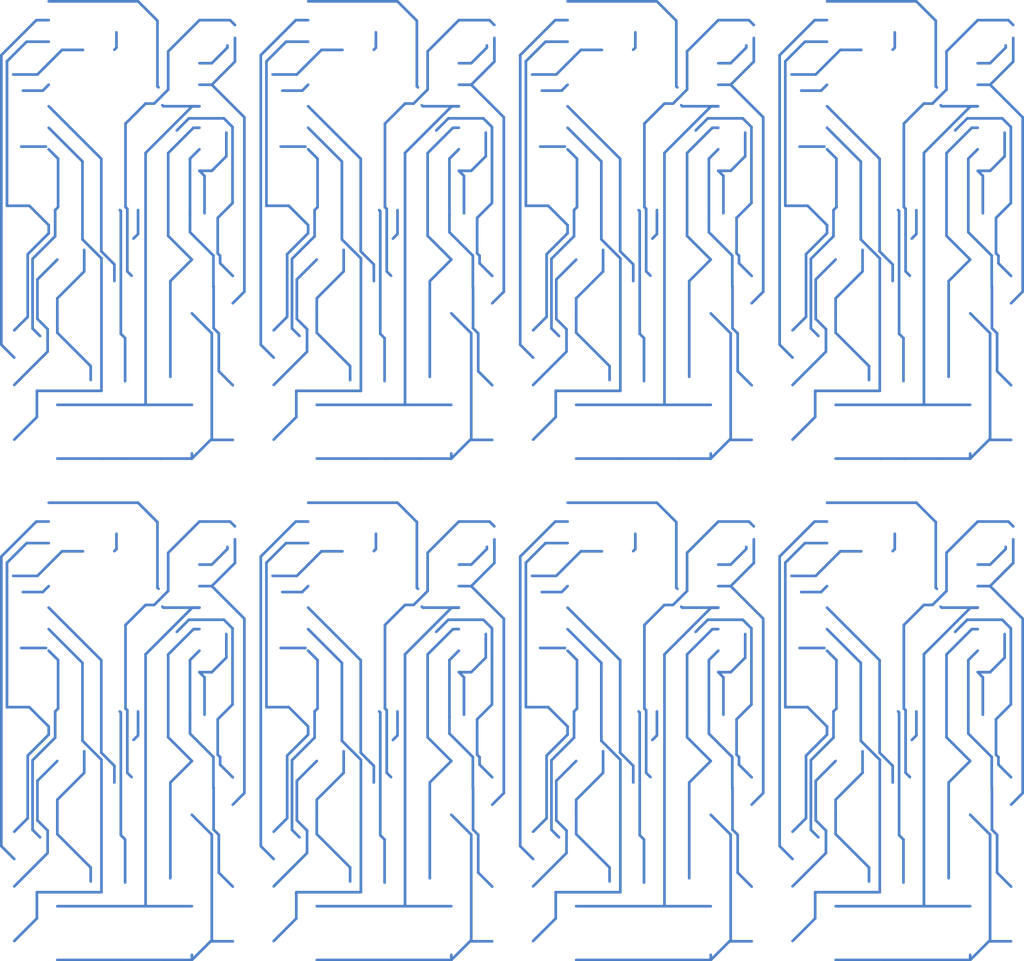
<source format=kicad_pcb>
(kicad_pcb (version 20221018) (generator pcbnew)

  (general
    (thickness 1.6)
  )

  (paper "A4")
  (layers
    (0 "F.Cu" signal)
    (31 "B.Cu" signal)
    (34 "B.Paste" user)
    (35 "F.Paste" user)
    (36 "B.SilkS" user "B.Silkscreen")
    (37 "F.SilkS" user "F.Silkscreen")
    (38 "B.Mask" user)
    (39 "F.Mask" user)
    (40 "Dwgs.User" user "User.Drawings")
    (41 "Cmts.User" user "User.Comments")
    (42 "Eco1.User" user "User.Eco1")
    (43 "Eco2.User" user "User.Eco2")
    (44 "Edge.Cuts" user)
    (45 "Margin" user)
    (46 "B.CrtYd" user "B.Courtyard")
    (47 "F.CrtYd" user "F.Courtyard")
    (49 "F.Fab" user)
  )

  (setup
    (stackup
      (layer "F.SilkS" (type "Top Silk Screen"))
      (layer "F.Paste" (type "Top Solder Paste"))
      (layer "F.Mask" (type "Top Solder Mask") (thickness 0.01))
      (layer "F.Cu" (type "copper") (thickness 0.035))
      (layer "dielectric 1" (type "core") (thickness 1.51) (material "FR4") (epsilon_r 4.5) (loss_tangent 0.02))
      (layer "B.Cu" (type "copper") (thickness 0.035))
      (layer "B.Mask" (type "Bottom Solder Mask") (thickness 0.01))
      (layer "B.Paste" (type "Bottom Solder Paste"))
      (layer "B.SilkS" (type "Bottom Silk Screen"))
      (copper_finish "None")
      (dielectric_constraints no)
    )
    (pad_to_mask_clearance 0)
    (aux_axis_origin 100.35 20)
    (grid_origin 100.35 20)
    (pcbplotparams
      (layerselection 0x00010fc_ffffffff)
      (plot_on_all_layers_selection 0x0000000_00000000)
      (disableapertmacros false)
      (usegerberextensions true)
      (usegerberattributes false)
      (usegerberadvancedattributes false)
      (creategerberjobfile false)
      (dashed_line_dash_ratio 12.000000)
      (dashed_line_gap_ratio 3.000000)
      (svgprecision 6)
      (plotframeref false)
      (viasonmask false)
      (mode 1)
      (useauxorigin false)
      (hpglpennumber 1)
      (hpglpenspeed 20)
      (hpglpendiameter 15.000000)
      (dxfpolygonmode true)
      (dxfimperialunits true)
      (dxfusepcbnewfont true)
      (psnegative false)
      (psa4output false)
      (plotreference true)
      (plotvalue true)
      (plotinvisibletext false)
      (sketchpadsonfab false)
      (subtractmaskfromsilk true)
      (outputformat 1)
      (mirror false)
      (drillshape 0)
      (scaleselection 1)
      (outputdirectory "fab2/")
    )
  )

  (net 0 "")
  (net 1 "Board_0-+3.3V")
  (net 2 "Board_0-DONE")
  (net 3 "Board_0-DRIVE")
  (net 4 "Board_0-EN")
  (net 5 "Board_0-LED2")
  (net 6 "Board_0-Net-(U1-GPIO0)")
  (net 7 "Board_0-Net-(U1-REST)")
  (net 8 "Board_0-Net-(U1-VCC)")
  (net 9 "Board_0-RX")
  (net 10 "Board_0-SCL")
  (net 11 "Board_0-SDA")
  (net 12 "Board_0-SW-A")
  (net 13 "Board_0-SW-B")
  (net 14 "Board_0-TX")
  (net 15 "Board_0-V-SENS")
  (net 16 "Board_0-Vin")
  (net 17 "Board_1-+3.3V")
  (net 18 "Board_1-DONE")
  (net 19 "Board_1-DRIVE")
  (net 20 "Board_1-EN")
  (net 21 "Board_1-LED2")
  (net 22 "Board_1-Net-(U1-GPIO0)")
  (net 23 "Board_1-Net-(U1-REST)")
  (net 24 "Board_1-Net-(U1-VCC)")
  (net 25 "Board_1-RX")
  (net 26 "Board_1-SCL")
  (net 27 "Board_1-SDA")
  (net 28 "Board_1-SW-A")
  (net 29 "Board_1-SW-B")
  (net 30 "Board_1-TX")
  (net 31 "Board_1-V-SENS")
  (net 32 "Board_1-Vin")
  (net 33 "Board_2-+3.3V")
  (net 34 "Board_2-DONE")
  (net 35 "Board_2-DRIVE")
  (net 36 "Board_2-EN")
  (net 37 "Board_2-LED2")
  (net 38 "Board_2-Net-(U1-GPIO0)")
  (net 39 "Board_2-Net-(U1-REST)")
  (net 40 "Board_2-Net-(U1-VCC)")
  (net 41 "Board_2-RX")
  (net 42 "Board_2-SCL")
  (net 43 "Board_2-SDA")
  (net 44 "Board_2-SW-A")
  (net 45 "Board_2-SW-B")
  (net 46 "Board_2-TX")
  (net 47 "Board_2-V-SENS")
  (net 48 "Board_2-Vin")
  (net 49 "Board_3-+3.3V")
  (net 50 "Board_3-DONE")
  (net 51 "Board_3-DRIVE")
  (net 52 "Board_3-EN")
  (net 53 "Board_3-LED2")
  (net 54 "Board_3-Net-(U1-GPIO0)")
  (net 55 "Board_3-Net-(U1-REST)")
  (net 56 "Board_3-Net-(U1-VCC)")
  (net 57 "Board_3-RX")
  (net 58 "Board_3-SCL")
  (net 59 "Board_3-SDA")
  (net 60 "Board_3-SW-A")
  (net 61 "Board_3-SW-B")
  (net 62 "Board_3-TX")
  (net 63 "Board_3-V-SENS")
  (net 64 "Board_3-Vin")
  (net 65 "Board_4-+3.3V")
  (net 66 "Board_4-DONE")
  (net 67 "Board_4-DRIVE")
  (net 68 "Board_4-EN")
  (net 69 "Board_4-LED2")
  (net 70 "Board_4-Net-(U1-GPIO0)")
  (net 71 "Board_4-Net-(U1-REST)")
  (net 72 "Board_4-Net-(U1-VCC)")
  (net 73 "Board_4-RX")
  (net 74 "Board_4-SCL")
  (net 75 "Board_4-SDA")
  (net 76 "Board_4-SW-A")
  (net 77 "Board_4-SW-B")
  (net 78 "Board_4-TX")
  (net 79 "Board_4-V-SENS")
  (net 80 "Board_4-Vin")
  (net 81 "Board_5-+3.3V")
  (net 82 "Board_5-DONE")
  (net 83 "Board_5-DRIVE")
  (net 84 "Board_5-EN")
  (net 85 "Board_5-LED2")
  (net 86 "Board_5-Net-(U1-GPIO0)")
  (net 87 "Board_5-Net-(U1-REST)")
  (net 88 "Board_5-Net-(U1-VCC)")
  (net 89 "Board_5-RX")
  (net 90 "Board_5-SCL")
  (net 91 "Board_5-SDA")
  (net 92 "Board_5-SW-A")
  (net 93 "Board_5-SW-B")
  (net 94 "Board_5-TX")
  (net 95 "Board_5-V-SENS")
  (net 96 "Board_5-Vin")
  (net 97 "Board_6-+3.3V")
  (net 98 "Board_6-DONE")
  (net 99 "Board_6-DRIVE")
  (net 100 "Board_6-EN")
  (net 101 "Board_6-LED2")
  (net 102 "Board_6-Net-(U1-GPIO0)")
  (net 103 "Board_6-Net-(U1-REST)")
  (net 104 "Board_6-Net-(U1-VCC)")
  (net 105 "Board_6-RX")
  (net 106 "Board_6-SCL")
  (net 107 "Board_6-SDA")
  (net 108 "Board_6-SW-A")
  (net 109 "Board_6-SW-B")
  (net 110 "Board_6-TX")
  (net 111 "Board_6-V-SENS")
  (net 112 "Board_6-Vin")
  (net 113 "Board_7-+3.3V")
  (net 114 "Board_7-DONE")
  (net 115 "Board_7-DRIVE")
  (net 116 "Board_7-EN")
  (net 117 "Board_7-LED2")
  (net 118 "Board_7-Net-(U1-GPIO0)")
  (net 119 "Board_7-Net-(U1-REST)")
  (net 120 "Board_7-Net-(U1-VCC)")
  (net 121 "Board_7-RX")
  (net 122 "Board_7-SCL")
  (net 123 "Board_7-SDA")
  (net 124 "Board_7-SW-A")
  (net 125 "Board_7-SW-B")
  (net 126 "Board_7-TX")
  (net 127 "Board_7-V-SENS")
  (net 128 "Board_7-Vin")
  (net 129 "Board_0-IO16")
  (net 130 "Board_0-Net-(Q3-C)")
  (net 131 "Board_1-IO16")
  (net 132 "Board_1-Net-(Q3-C)")
  (net 133 "Board_2-IO16")
  (net 134 "Board_2-Net-(Q3-C)")
  (net 135 "Board_3-IO16")
  (net 136 "Board_3-Net-(Q3-C)")
  (net 137 "Board_4-IO16")
  (net 138 "Board_4-Net-(Q3-C)")
  (net 139 "Board_5-IO16")
  (net 140 "Board_5-Net-(Q3-C)")
  (net 141 "Board_6-IO16")
  (net 142 "Board_6-Net-(Q3-C)")
  (net 143 "Board_7-IO16")
  (net 144 "Board_7-Net-(Q3-C)")

  (segment (start 122.55 46.92) (end 121.375 45.745) (width 0.25) (layer "B.Cu") (net 1) (tstamp 16039040-ddd0-4dc1-8e9f-3687832222b4))
  (segment (start 121.15 44.821701) (end 121.15 41.525) (width 0.25) (layer "B.Cu") (net 1) (tstamp 1782a8e7-5b6e-44ea-b5f0-b7484b09e578))
  (segment (start 122.525 33.075) (end 121.725 32.275) (width 0.25) (layer "B.Cu") (net 1) (tstamp 3e0cb882-ff04-4bcc-b3f6-38bfd8ec8e3b))
  (segment (start 121.375 45.046701) (end 121.15 44.821701) (width 0.25) (layer "B.Cu") (net 1) (tstamp 69cacd26-7945-4e64-9fae-3e2d98ce24fc))
  (segment (start 121.15 41.525) (end 122.525 40.15) (width 0.25) (layer "B.Cu") (net 1) (tstamp 77cb22ea-86cd-4a2a-960c-9b313e8996a8))
  (segment (start 122.525 40.15) (end 122.525 33.075) (width 0.25) (layer "B.Cu") (net 1) (tstamp a55a9f2c-a334-4ec2-9fd9-d2315775f877))
  (segment (start 121.375 45.745) (end 121.375 45.046701) (width 0.25) (layer "B.Cu") (net 1) (tstamp be3093d6-cf8f-48fd-a1df-cea1dcbfecf5))
  (segment (start 121.725 32.275) (end 118.475 32.275) (width 0.25) (layer "B.Cu") (net 1) (tstamp ccfbc5ea-4fd0-4ffa-a4cb-424cf1d72833))
  (segment (start 118.475 32.275) (end 117.35 33.4) (width 0.25) (layer "B.Cu") (net 1) (tstamp d4838a0c-3dc3-456c-8396-fc55ff6bd331))
  (segment (start 106.325 40.525) (end 106.05 40.8) (width 0.25) (layer "B.Cu") (net 2) (tstamp 3cd0a1ef-bddc-4afb-b83e-dadd3db089da))
  (segment (start 104.65 52.5) (end 103.951 51.801) (width 0.25) (layer "B.Cu") (net 2) (tstamp 473e5707-20a5-4487-9e9d-a47a7ddc73c2))
  (segment (start 102.8995 34.9) (end 105.2 34.9) (width 0.25) (layer "B.Cu") (net 2) (tstamp 53593f7b-1ca0-44d9-aa0c-31c14ddc4b92))
  (segment (start 106.05 43.233233) (end 106.05 40.8) (width 0.25) (layer "B.Cu") (net 2) (tstamp 9dc786f4-e3c5-4b05-a483-fa2d3515f25d))
  (segment (start 106.325 36.025) (end 106.325 40.525) (width 0.25) (layer "B.Cu") (net 2) (tstamp b0a275cc-a260-4d1a-9f3e-1f4bedc13f4d))
  (segment (start 103.951 51.801) (end 103.951 45.332233) (width 0.25) (layer "B.Cu") (net 2) (tstamp d88a0f78-5bdd-4d5e-a61b-3d62b6f66353))
  (segment (start 105.45 35.15) (end 106.325 36.025) (width 0.25) (layer "B.Cu") (net 2) (tstamp e8712c4e-105a-4018-8fb2-dcf12bfb87ad))
  (segment (start 103.951 45.332233) (end 106.05 43.233233) (width 0.25) (layer "B.Cu") (net 2) (tstamp fc9045e0-944d-401f-8e4f-1bd0090d6209))
  (segment (start 120.768198 47.918198) (end 120.768198 51.781802) (width 0.25) (layer "B.Cu") (net 3) (tstamp 1c68fa1f-096e-41ec-84e0-195196104565))
  (segment (start 121.25 52.263604) (end 121.25 55.78) (width 0.25) (layer "B.Cu") (net 3) (tstamp 23a4b1a0-9258-4edb-9fdd-efd4a2d25e64))
  (segment (start 118.575 42.858233) (end 120.75 45.033233) (width 0.25) (layer "B.Cu") (net 3) (tstamp 345ac26f-e7f6-490d-bee7-890743607906))
  (segment (start 121.25 55.78) (end 122.55 57.08) (width 0.25) (layer "B.Cu") (net 3) (tstamp 34b0312a-76ea-446f-b6a3-565dceb73709))
  (segment (start 118.575 36.025) (end 118.575 41.3) (width 0.25) (layer "B.Cu") (net 3) (tstamp 5c9fd6d2-6e4b-44ce-aeab-9d2af809942d))
  (segment (start 120.75 45.033233) (end 120.75 47.9) (width 0.25) (layer "B.Cu") (net 3) (tstamp 5d86afd0-9733-47eb-b533-d67b88b02a33))
  (segment (start 120.768198 51.781802) (end 121.25 52.263604) (width 0.25) (layer "B.Cu") (net 3) (tstamp 7e512356-3c64-427f-8492-172e790e3814))
  (segment (start 118.575 41.3) (end 118.575 42.858233) (width 0.25) (layer "B.Cu") (net 3) (tstamp 8193a1ed-594e-46d6-94ce-0787dbf5afab))
  (segment (start 120.75 47.9) (end 120.768198 47.918198) (width 0.25) (layer "B.Cu") (net 3) (tstamp d81647bd-827e-4b99-8000-c7358c54710f))
  (segment (start 119.45 35.15) (end 118.575 36.025) (width 0.25) (layer "B.Cu") (net 3) (tstamp d91fc0a8-3a39-4572-b437-0b239dd05af7))
  (segment (start 122.05 25.5) (end 122.05 25.7) (width 0.25) (layer "B.Cu") (net 4) (tstamp 44190a86-f650-4f13-957d-215ca9077563))
  (segment (start 120.6 27.15) (end 119.45 27.15) (width 0.25) (layer "B.Cu") (net 4) (tstamp 5afc910d-f846-4fd7-ab52-531efced6ce1))
  (segment (start 122.05 25.7) (end 120.6 27.15) (width 0.25) (layer "B.Cu") (net 4) (tstamp 9d2089ea-513f-45a9-9cd4-5694eaf30f6c))
  (segment (start 102.25 62.135) (end 104.35 60.035) (width 0.25) (layer "B.Cu") (net 5) (tstamp 28d984f1-37ad-45ba-9d90-c3120c824234))
  (segment (start 108.585 36.285) (end 108.585 43.521827) (width 0.25) (layer "B.Cu") (net 5) (tstamp 2b6f6a19-f38c-46df-9bf0-8cdb8f7e3b77))
  (segment (start 104.35 60.035) (end 104.35 57.6) (width 0.25) (layer "B.Cu") (net 5) (tstamp 50369c19-3e2b-4c96-8ad1-bbdb208b8216))
  (segment (start 110.35 57.6) (end 104.35 57.6) (width 0.25) (layer "B.Cu") (net 5) (tstamp 5562f25f-197e-46cd-ab07-1cccf72e3c37))
  (segment (start 108.585 43.521827) (end 110.35 45.286827) (width 0.25) (layer "B.Cu") (net 5) (tstamp a9a9d8c8-f029-4e6c-9745-67c114647cf8))
  (segment (start 110.35 45.286827) (end 110.35 57.6) (width 0.25) (layer "B.Cu") (net 5) (tstamp df41972e-438f-44ec-a830-2e5dd4c5c589))
  (segment (start 105.45 33.15) (end 108.585 36.285) (width 0.25) (layer "B.Cu") (net 5) (tstamp f82c6fb4-f3cb-4741-8fcc-84e6d8bd730e))
  (segment (start 110.335 36.035) (end 105.45 31.15) (width 0.25) (layer "B.Cu") (net 6) (tstamp 2799942b-3d08-4bd1-ac59-3ffc82e321b1))
  (segment (start 111.55 45.850431) (end 110.335 44.635431) (width 0.25) (layer "B.Cu") (net 6) (tstamp 5f590854-f737-41c6-99f8-f9e7c30e532c))
  (segment (start 111.55 47.4) (end 111.55 45.850431) (width 0.25) (layer "B.Cu") (net 6) (tstamp ce9dfa90-44b5-4f2b-afa5-3d45192ff834))
  (segment (start 110.335 44.635431) (end 110.335 36.035) (width 0.25) (layer "B.Cu") (net 6) (tstamp f47ceb0a-efa5-401f-a4ff-afa49b9010cb))
  (segment (start 119.45 23.15) (end 122.3 23.15) (width 0.25) (layer "B.Cu") (net 7) (tstamp 0cb7caac-897d-4067-8159-e53b78c83586))
  (segment (start 116.55 26.05) (end 116.55 29.6) (width 0.25) (layer "B.Cu") (net 7) (tstamp 3477bdf9-cb1f-4565-8790-b43462f8c930))
  (segment (start 112.75 40.686827) (end 112.75 46.5) (width 0.25) (layer "B.Cu") (net 7) (tstamp 3ef3cc81-82aa-4192-97d0-98d5556a80f2))
  (segment (start 114.45 30.9) (end 112.585 32.765) (width 0.25) (layer "B.Cu") (net 7) (tstamp 4e06db41-07ef-49d3-a59b-597d933825f3))
  (segment (start 115.25 30.9) (end 114.45 30.9) (width 0.25) (layer "B.Cu") (net 7) (tstamp 67dab4f2-f814-4743-b144-e99278ff6e37))
  (segment (start 116.55 29.6) (end 115.25 30.9) (width 0.25) (layer "B.Cu") (net 7) (tstamp 7b501625-fc4f-481c-8e51-df31f0d9cfdb))
  (segment (start 119.45 23.15) (end 116.55 26.05) (width 0.25) (layer "B.Cu") (net 7) (tstamp b77941cd-6099-462b-8b74-1246d78fb47c))
  (segment (start 112.585 32.765) (end 112.585 40.521827) (width 0.25) (layer "B.Cu") (net 7) (tstamp bb51ab7c-e46f-4167-b113-adf84437d402))
  (segment (start 112.585 40.521827) (end 112.75 40.686827) (width 0.25) (layer "B.Cu") (net 7) (tstamp ca88fae6-7e1e-46fb-8f22-fc821b234718))
  (segment (start 122.3 23.15) (end 122.75 23.6) (width 0.25) (layer "B.Cu") (net 7) (tstamp d25168b8-bcd2-4469-a0b6-91fb60102b40))
  (segment (start 112.75 46.5) (end 113.15 46.9) (width 0.25) (layer "B.Cu") (net 7) (tstamp e75e5f13-fcd5-4520-9b65-334d87b5992f))
  (segment (start 119.925 41.1) (end 119.925 37.625) (width 0.25) (layer "B.Cu") (net 8) (tstamp 1833b7ba-0ad6-45d1-806d-c9b8f567ac14))
  (segment (start 120.6 37.15) (end 121.95 35.8) (width 0.25) (layer "B.Cu") (net 8) (tstamp 6e1ce6b6-0f7d-4884-96ec-9e6a58cbb23b))
  (segment (start 119.45 37.15) (end 120.6 37.15) (width 0.25) (layer "B.Cu") (net 8) (tstamp 7aba163d-f416-458e-91b5-eb159117f2b7))
  (segment (start 119.925 37.625) (end 119.45 37.15) (width 0.25) (layer "B.Cu") (net 8) (tstamp fdf030b4-262e-4ea4-ae9a-6341cee9b876))
  (segment (start 121.95 35.8) (end 121.95 33.6) (width 0.25) (layer "B.Cu") (net 8) (tstamp ffb6e3dc-116b-4e5e-82b1-694df303fbf3))
  (segment (start 101.575 26.975) (end 101.575 40.4) (width 0.25) (layer "B.Cu") (net 9) (tstamp 1a51f2d6-b97d-4512-8eec-0ec31b95418a))
  (segment (start 103.501 44.9) (end 103.501 50.724) (width 0.25) (layer "B.Cu") (net 9) (tstamp 4fa5a666-dd8a-4746-aa03-feb345df2b29))
  (segment (start 103.501 50.724) (end 102.25 51.975) (width 0.25) (layer "B.Cu") (net 9) (tstamp 503b406c-18f2-40e0-8142-bb39d3d23857))
  (segment (start 105.45 42.951) (end 103.501 44.9) (width 0.25) (layer "B.Cu") (net 9) (tstamp 8bb087ec-2c12-4f80-85ce-e956fcb8dd81))
  (segment (start 105.45 42.2) (end 105.45 42.951) (width 0.25) (layer "B.Cu") (net 9) (tstamp 96135633-46ae-4fa8-9c03-f0cf8646215b))
  (segment (start 103.65 40.4) (end 105.45 42.2) (width 0.25) (layer "B.Cu") (net 9) (tstamp a18cefd6-e5ec-45ac-96d2-c73c41b39ec9))
  (segment (start 105.45 25.15) (end 103.4 25.15) (width 0.25) (layer "B.Cu") (net 9) (tstamp ebdea231-8e8e-412c-95fa-2a89bad8eef8))
  (segment (start 103.4 25.15) (end 101.575 26.975) (width 0.25) (layer "B.Cu") (net 9) (tstamp f544ef60-1c9b-4c8e-ad90-fe90093fb9e8))
  (segment (start 101.575 40.4) (end 103.65 40.4) (width 0.25) (layer "B.Cu") (net 9) (tstamp ffb7382f-aa38-45d5-8fbc-bb38fe85753d))
  (segment (start 104.4 28.2) (end 105.45 27.15) (width 0.25) (layer "B.Cu") (net 10) (tstamp 03abd459-d331-47db-94f3-3e6c5e7a2e6c))
  (segment (start 106.6875 25.9125) (end 105.45 27.15) (width 0.25) (layer "B.Cu") (net 10) (tstamp 115443a9-fd83-4aa1-9db9-6f4ef4a422b7))
  (segment (start 108.6375 25.9125) (end 106.6875 25.9125) (width 0.25) (layer "B.Cu") (net 10) (tstamp a821f9bd-72a2-47eb-bde6-6a1dd5bac830))
  (segment (start 102.15 28.2) (end 104.4 28.2) (width 0.25) (layer "B.Cu") (net 10) (tstamp d4a6bd38-60bb-4efb-bd3f-4f7c8349000a))
  (segment (start 104.9 29.7) (end 105.45 29.15) (width 0.25) (layer "B.Cu") (net 11) (tstamp f6419d7e-7722-4074-b709-e9a42a726e5d))
  (segment (start 103.05 29.7) (end 104.9 29.7) (width 0.25) (layer "B.Cu") (net 11) (tstamp ffdefbd7-47d6-4bee-b180-97d5e22be584))
  (segment (start 115.55 29.3) (end 115.65 29.4) (width 0.25) (layer "B.Cu") (net 12) (tstamp 064d9bf2-bf47-4df7-8fef-aa8c43614b00))
  (segment (start 113.75 21.4) (end 115.55 23.2) (width 0.25) (layer "B.Cu") (net 12) (tstamp 084dc3e4-9e25-4ed3-8730-72fa00639dfc))
  (segment (start 114.45 35.486827) (end 114.45 58.9) (width 0.25) (layer "B.Cu") (net 12) (tstamp 29ec4b6c-3cb9-473d-a893-79614958046f))
  (segment (start 118.786827 31.15) (end 114.45 35.486827) (width 0.25) (layer "B.Cu") (net 12) (tstamp 3b5ef98f-a46d-4ee8-853d-88e8f1cff2af))
  (segment (start 116.1 31.15) (end 119.45 31.15) (width 0.25) (layer "B.Cu") (net 12) (tstamp 4abdef0c-40d7-4684-8633-57df17da202a))
  (segment (start 115.55 23.2) (end 115.55 29.3) (width 0.25) (layer "B.Cu") (net 12) (tstamp 5d183b9e-7b9b-410f-9c7d-c6401285a91a))
  (segment (start 114.45 58.9) (end 106.25 58.9) (width 0.25) (layer "B.Cu") (net 12) (tstamp 838c98bc-ad6d-4b63-9b96-de85217c4ab1))
  (segment (start 105.45 21.4) (end 113.75 21.4) (width 0.25) (layer "B.Cu") (net 12) (tstamp 95cc1d49-06fa-4902-abf4-8bf55137938b))
  (segment (start 118.75 58.9) (end 114.45 58.9) (width 0.25) (layer "B.Cu") (net 12) (tstamp a75fe7d2-c4e4-4bc2-9e14-b990111a81c9))
  (segment (start 116.006233 31.056233) (end 116.1 31.15) (width 0.25) (layer "B.Cu") (net 12) (tstamp c5210686-6717-4867-971e-c79b5e86489a))
  (segment (start 119.45 31.15) (end 118.786827 31.15) (width 0.25) (layer "B.Cu") (net 12) (tstamp c6f4e59b-3e31-4e7b-b820-eea0dbf0f460))
  (segment (start 116.55 35.5) (end 116.55 43.2) (width 0.25) (layer "B.Cu") (net 13) (tstamp 212f7bf6-5cd7-44ee-9dd8-863eb760f5e6))
  (segment (start 105.35 51.866767) (end 104.401 50.917767) (width 0.25) (layer "B.Cu") (net 13) (tstamp 231094f6-e422-43e3-b47a-be628644f232))
  (segment (start 104.401 47.249) (end 106.25 45.4) (width 0.25) (layer "B.Cu") (net 13) (tstamp 3dff9291-fdbd-4a9d-bc5f-92a28f6bc879))
  (segment (start 116.55 43.2) (end 118.75 45.4) (width 0.25) (layer "B.Cu") (net 13) (tstamp 714ef7ea-6fb1-401a-a9f1-cbbf29ce2977))
  (segment (start 118.75 45.4) (end 116.75 47.4) (width 0.25) (layer "B.Cu") (net 13) (tstamp 8e64bebd-325c-492d-9fa9-26b48b48e0c4))
  (segment (start 102.25 57.055) (end 105.35 53.955) (width 0.25) (layer "B.Cu") (net 13) (tstamp 93ef3c95-8d24-49c8-b6db-edcd8599a8b9))
  (segment (start 116.75 47.4) (end 116.75 56.3) (width 0.25) (layer "B.Cu") (net 13) (tstamp af5a2e66-ddb6-4bcf-8d8c-4eafa38238ec))
  (segment (start 118.9 33.15) (end 116.55 35.5) (width 0.25) (layer "B.Cu") (net 13) (tstamp e55470ba-2c2e-4d49-9813-e8748408c620))
  (segment (start 119.45 33.15) (end 118.9 33.15) (width 0.25) (layer "B.Cu") (net 13) (tstamp f2d18163-1294-466a-9af1-f8930d0889ca))
  (segment (start 104.401 50.917767) (end 104.401 47.249) (width 0.25) (layer "B.Cu") (net 13) (tstamp f35870fc-dca9-47fe-acfa-7b2f74add3e8))
  (segment (start 105.35 53.955) (end 105.35 51.866767) (width 0.25) (layer "B.Cu") (net 13) (tstamp ffd50cd6-9f34-43a9-8a9f-211d59cd65dc))
  (segment (start 101.05 26.4) (end 101.05 53.315) (width 0.25) (layer "B.Cu") (net 14) (tstamp 6611c03f-0f31-4bc6-9bc8-ec1e07bcb736))
  (segment (start 104.3 23.15) (end 101.05 26.4) (width 0.25) (layer "B.Cu") (net 14) (tstamp 747a2468-ac46-4e62-87c4-bef05314c6a8))
  (segment (start 105.45 23.15) (end 104.3 23.15) (width 0.25) (layer "B.Cu") (net 14) (tstamp 9b39e498-d7d4-4485-b04d-fc77740afa94))
  (segment (start 101.05 53.315) (end 102.25 54.515) (width 0.25) (layer "B.Cu") (net 14) (tstamp a5918a10-2efe-43ef-aa71-1c4c5a565a72))
  (segment (start 111.55 25.9) (end 111.743483 25.706517) (width 0.25) (layer "B.Cu") (net 15) (tstamp 31b11365-c8fc-47b9-9fd6-decdb11c07c0))
  (segment (start 111.743483 25.706517) (end 111.743483 24.281017) (width 0.25) (layer "B.Cu") (net 15) (tstamp 6641dcd6-b507-45f1-b43b-4b7ba16e0136))
  (segment (start 118.75 63.9) (end 118.75 63.42) (width 0.25) (layer "B.Cu") (net 16) (tstamp 03a5492e-20f2-4979-a40d-15bd41a9bd99))
  (segment (start 118.75 50.4) (end 120.599 52.249) (width 0.25) (layer "B.Cu") (net 16) (tstamp 1b97c440-75ac-4636-823d-e075e6e28e68))
  (segment (start 120.599 62.109) (end 120.65 62.16) (width 0.25) (layer "B.Cu") (net 16) (tstamp 1bae4778-a847-4771-946e-c24959bb2aa1))
  (segment (start 113.3245 43.45) (end 113.75 43.0245) (width 0.25) (layer "B.Cu") (net 16) (tstamp 1c4c83e6-a2ff-44da-a53d-f15ec08990dc))
  (segment (start 108.75 46.5) (end 106.25 49) (width 0.25) (layer "B.Cu") (net 16) (tstamp 25e70367-ed6c-4440-8926-7dc94eb04581))
  (segment (start 120.599 52.249) (end 120.599 62.109) (width 0.25) (layer "B.Cu") (net 16) (tstamp 2af94246-30e4-449a-a9f4-ca2b0748a173))
  (segment (start 120.49 62.16) (end 118.75 63.9) (width 0.25) (layer "B.Cu") (net 16) (tstamp 5451151e-4a20-4158-a5a1-3bd92823f9c7))
  (segment (start 115.85 63.9) (end 118.75 63.9) (width 0.25) (layer "B.Cu") (net 16) (tstamp 5b5b5046-d482-4494-8511-8bbdfac6a51c))
  (segment (start 108.75 44.5) (end 108.75 46.5) (width 0.25) (layer "B.Cu") (net 16) (tstamp 7efa2395-af5c-46a7-a020-a4b93ca43dbd))
  (segment (start 112.65 63.9) (end 115.85 63.9) (width 0.25) (layer "B.Cu") (net 16) (tstamp 95bc6440-586f-4b53-8c5f-7b7126f7efd9))
  (segment (start 106.25 63.9) (end 110.45 63.9) (width 0.25) (layer "B.Cu") (net 16) (tstamp a36153a6-d2c5-48a3-abd7-c6792af9a690))
  (segment (start 120.65 62.16) (end 120.49 62.16) (width 0.25) (layer "B.Cu") (net 16) (tstamp abd87348-eb3e-4649-91d4-47326ac837f6))
  (segment (start 110.45 63.9) (end 112.65 63.9) (width 0.25) (layer "B.Cu") (net 16) (tstamp b261c9fb-67fe-43f4-ae02-b16c1a95b158))
  (segment (start 109.35 55.3) (end 106.25 52.2) (width 0.25) (layer "B.Cu") (net 16) (tstamp b477b7d9-fe79-4d57-83e3-31bf81eed33c))
  (segment (start 109.35 56.6) (end 109.35 55.3) (width 0.25) (layer "B.Cu") (net 16) (tstamp cb5c1e20-1603-49c4-a3b8-9dc2fa19a680))
  (segment (start 106.25 49) (end 106.25 50.4) (width 0.25) (layer "B.Cu") (net 16) (tstamp d2a06f29-44ce-4139-b54f-c02092c5b1ef))
  (segment (start 122.55 62.16) (end 120.65 62.16) (width 0.25) (layer "B.Cu") (net 16) (tstamp e4d27e8e-1ad9-46f6-92c9-d9d57b522cac))
  (segment (start 106.25 52.2) (end 106.25 50.4) (width 0.25) (layer "B.Cu") (net 16) (tstamp ee82d13b-5722-4cff-b7bf-71e788ed7a50))
  (segment (start 113.75 43.0245) (end 113.75 40.8) (width 0.25) (layer "B.Cu") (net 16) (tstamp fe93b70a-9959-474f-8087-223de671ab50))
  (segment (start 145.475 45.745) (end 145.475 45.046701) (width 0.25) (layer "B.Cu") (net 17) (tstamp 1188cfd8-7b79-4552-82d3-9248cfeb8641))
  (segment (start 145.825 32.275) (end 142.575 32.275) (width 0.25) (layer "B.Cu") (net 17) (tstamp 19a0236f-5ace-406a-aab9-aa0eb5327050))
  (segment (start 146.625 40.15) (end 146.625 33.075) (width 0.25) (layer "B.Cu") (net 17) (tstamp 20b2c5ab-40c5-456a-bf6f-8aba233e284a))
  (segment (start 145.475 45.046701) (end 145.25 44.821701) (width 0.25) (layer "B.Cu") (net 17) (tstamp 27979888-c7ce-462c-9360-1c0abac73209))
  (segment (start 145.25 41.525) (end 146.625 40.15) (width 0.25) (layer "B.Cu") (net 17) (tstamp 64914272-d37c-40de-8a6a-505018ac58b5))
  (segment (start 145.25 44.821701) (end 145.25 41.525) (width 0.25) (layer "B.Cu") (net 17) (tstamp 7eabfa6a-4a47-491f-947a-dced8444992b))
  (segment (start 146.625 33.075) (end 145.825 32.275) (width 0.25) (layer "B.Cu") (net 17) (tstamp c379b132-3c7a-4a69-bdae-165933af5e12))
  (segment (start 146.65 46.92) (end 145.475 45.745) (width 0.25) (layer "B.Cu") (net 17) (tstamp cba0068a-0c5c-4707-a80d-4882ab2832bf))
  (segment (start 142.575 32.275) (end 141.45 33.4) (width 0.25) (layer "B.Cu") (net 17) (tstamp f22d4a39-e985-4fd3-b47f-8c41fdc282b3))
  (segment (start 130.15 43.233233) (end 130.15 40.8) (width 0.25) (layer "B.Cu") (net 18) (tstamp 02baa3e3-1417-4416-8f85-1b62a3a8e1d2))
  (segment (start 126.9995 34.9) (end 129.3 34.9) (width 0.25) (layer "B.Cu") (net 18) (tstamp 13867c77-3d73-4096-b953-5a4700d1b66d))
  (segment (start 129.55 35.15) (end 130.425 36.025) (width 0.25) (layer "B.Cu") (net 18) (tstamp 2bbfdc9e-4bf1-4392-a79c-7e8a87922c81))
  (segment (start 128.75 52.5) (end 128.051 51.801) (width 0.25) (layer "B.Cu") (net 18) (tstamp 38386593-af49-49c8-a2ac-bf14427c9311))
  (segment (start 130.425 40.525) (end 130.15 40.8) (width 0.25) (layer "B.Cu") (net 18) (tstamp 7f03c5d5-57e1-416b-b5ab-dd35fc14827e))
  (segment (start 128.051 51.801) (end 128.051 45.332233) (width 0.25) (layer "B.Cu") (net 18) (tstamp a8a8d2b4-191c-44c2-9f50-538c7b1113e3))
  (segment (start 128.051 45.332233) (end 130.15 43.233233) (width 0.25) (layer "B.Cu") (net 18) (tstamp b851c534-b09a-49ac-8767-5ee87e5b1b5c))
  (segment (start 130.425 36.025) (end 130.425 40.525) (width 0.25) (layer "B.Cu") (net 18) (tstamp e2b2df3e-904e-4ff2-ac53-368a1d57d809))
  (segment (start 144.868198 47.918198) (end 144.868198 51.781802) (width 0.25) (layer "B.Cu") (net 19) (tstamp 177e47d8-f0ba-44f7-a6eb-16f621268ab4))
  (segment (start 144.85 47.9) (end 144.868198 47.918198) (width 0.25) (layer "B.Cu") (net 19) (tstamp 2deb83c6-dc06-425e-b957-6412eb79ec56))
  (segment (start 144.85 45.033233) (end 144.85 47.9) (width 0.25) (layer "B.Cu") (net 19) (tstamp 32301c0a-5a4e-40cc-b59f-7050fb630abf))
  (segment (start 143.55 35.15) (end 142.675 36.025) (width 0.25) (layer "B.Cu") (net 19) (tstamp 3e1d2c37-b532-4ca3-a264-6357bde9ad99))
  (segment (start 142.675 41.3) (end 142.675 42.858233) (width 0.25) (layer "B.Cu") (net 19) (tstamp 48748d31-4d53-428c-a7d5-d56a99e11309))
  (segment (start 142.675 36.025) (end 142.675 41.3) (width 0.25) (layer "B.Cu") (net 19) (tstamp 8a77988c-e18b-4832-bcc6-5290b1f75df3))
  (segment (start 145.35 55.78) (end 146.65 57.08) (width 0.25) (layer "B.Cu") (net 19) (tstamp c17b48b8-9e69-4cf2-a617-d66f76e32e89))
  (segment (start 144.868198 51.781802) (end 145.35 52.263604) (width 0.25) (layer "B.Cu") (net 19) (tstamp dd1ca3cd-6376-41a9-bbd2-f3671d5f53bd))
  (segment (start 142.675 42.858233) (end 144.85 45.033233) (width 0.25) (layer "B.Cu") (net 19) (tstamp e6794170-27ec-476a-aa1f-a54e5fe656ee))
  (segment (start 145.35 52.263604) (end 145.35 55.78) (width 0.25) (layer "B.Cu") (net 19) (tstamp fc1da032-a75d-458b-b458-32a8d374e5c0))
  (segment (start 146.15 25.5) (end 146.15 25.7) (width 0.25) (layer "B.Cu") (net 20) (tstamp 7c16fce7-5d93-405e-810a-9f7356069058))
  (segment (start 144.7 27.15) (end 143.55 27.15) (width 0.25) (layer "B.Cu") (net 20) (tstamp 9220fb80-4bda-44c1-b261-19cd9a8d9d95))
  (segment (start 146.15 25.7) (end 144.7 27.15) (width 0.25) (layer "B.Cu") (net 20) (tstamp dcd8e0b9-57ba-4efa-926d-a13206e7c77a))
  (segment (start 129.55 33.15) (end 132.685 36.285) (width 0.25) (layer "B.Cu") (net 21) (tstamp 1862e127-fb3c-4c29-bce9-b7688264654d))
  (segment (start 126.35 62.135) (end 128.45 60.035) (width 0.25) (layer "B.Cu") (net 21) (tstamp 2d6db9db-b1ba-4049-b539-7b160139ed2a))
  (segment (start 134.45 45.286827) (end 134.45 57.6) (width 0.25) (layer "B.Cu") (net 21) (tstamp 42601540-35e8-4007-b236-e48f7b7096d3))
  (segment (start 134.45 57.6) (end 128.45 57.6) (width 0.25) (layer "B.Cu") (net 21) (tstamp 66580cb0-cdb2-4c8f-aa86-3ef6df0af1f3))
  (segment (start 132.685 43.521827) (end 134.45 45.286827) (width 0.25) (layer "B.Cu") (net 21) (tstamp 6e544214-200d-414f-ac0e-8d395538ef0b))
  (segment (start 132.685 36.285) (end 132.685 43.521827) (width 0.25) (layer "B.Cu") (net 21) (tstamp ce99a578-952b-4b71-8ba5-45f55f7bbe0a))
  (segment (start 128.45 60.035) (end 128.45 57.6) (width 0.25) (layer "B.Cu") (net 21) (tstamp f8376226-dd1b-4714-bfee-244d7c993a2e))
  (segment (start 134.435 36.035) (end 129.55 31.15) (width 0.25) (layer "B.Cu") (net 22) (tstamp 58fb271e-4042-4760-a1f6-d798f8eada07))
  (segment (start 135.65 47.4) (end 135.65 45.850431) (width 0.25) (layer "B.Cu") (net 22) (tstamp 68d3b90a-6326-47d1-bf65-c39ff004643a))
  (segment (start 134.435 44.635431) (end 134.435 36.035) (width 0.25) (layer "B.Cu") (net 22) (tstamp 73a280c0-5b0c-43f0-bb7f-c674128f7bbd))
  (segment (start 135.65 45.850431) (end 134.435 44.635431) (width 0.25) (layer "B.Cu") (net 22) (tstamp 8b5d5c04-5888-432f-8822-9cabdce742e9))
  (segment (start 138.55 30.9) (end 136.685 32.765) (width 0.25) (layer "B.Cu") (net 23) (tstamp 0d91a80d-b3ec-41c3-b23b-96c098c2dbf2))
  (segment (start 136.85 40.686827) (end 136.85 46.5) (width 0.25) (layer "B.Cu") (net 23) (tstamp 1afa6185-0761-4974-9a65-2d6180ca04a4))
  (segment (start 139.35 30.9) (end 138.55 30.9) (width 0.25) (layer "B.Cu") (net 23) (tstamp 5392dd47-1860-4308-b57e-067c014779e1))
  (segment (start 143.55 23.15) (end 146.4 23.15) (width 0.25) (layer "B.Cu") (net 23) (tstamp 67733eae-c670-4c0f-aa03-ae1b70acd6eb))
  (segment (start 136.685 32.765) (end 136.685 40.521827) (width 0.25) (layer "B.Cu") (net 23) (tstamp 6b117dbd-0594-4f6f-b996-722e453a0d5f))
  (segment (start 136.85 46.5) (end 137.25 46.9) (width 0.25) (layer "B.Cu") (net 23) (tstamp 8b76422c-83f7-4d0f-81a0-746cfba0ecf7))
  (segment (start 136.685 40.521827) (end 136.85 40.686827) (width 0.25) (layer "B.Cu") (net 23) (tstamp 9b322f7c-4e68-42f3-952e-622e6215ba44))
  (segment (start 143.55 23.15) (end 140.65 26.05) (width 0.25) (layer "B.Cu") (net 23) (tstamp ace966e2-248d-450c-a46a-cd7e01df0087))
  (segment (start 140.65 26.05) (end 140.65 29.6) (width 0.25) (layer "B.Cu") (net 23) (tstamp cb271a89-6f70-43e1-bf0f-329b22553c1c))
  (segment (start 146.4 23.15) (end 146.85 23.6) (width 0.25) (layer "B.Cu") (net 23) (tstamp d2ee995d-e05f-4221-a8f1-da77ec6c7e26))
  (segment (start 140.65 29.6) (end 139.35 30.9) (width 0.25) (layer "B.Cu") (net 23) (tstamp f94d98fe-de09-4832-aad3-131dc87393a6))
  (segment (start 143.55 37.15) (end 144.7 37.15) (width 0.25) (layer "B.Cu") (net 24) (tstamp 412305f9-8b91-4a31-9b2a-dc219addbd01))
  (segment (start 144.025 41.1) (end 144.025 37.625) (width 0.25) (layer "B.Cu") (net 24) (tstamp 553846da-bfa0-437d-b239-577c999cdd69))
  (segment (start 146.05 35.8) (end 146.05 33.6) (width 0.25) (layer "B.Cu") (net 24) (tstamp 85b3c2a4-2a36-4cbd-a349-da71e825a87e))
  (segment (start 144.025 37.625) (end 143.55 37.15) (width 0.25) (layer "B.Cu") (net 24) (tstamp 996722bc-cefb-453d-a9a8-339c081ac188))
  (segment (start 144.7 37.15) (end 146.05 35.8) (width 0.25) (layer "B.Cu") (net 24) (tstamp eda93eee-f5bc-42b5-9b68-f57dcb293ec0))
  (segment (start 125.675 26.975) (end 125.675 40.4) (width 0.25) (layer "B.Cu") (net 25) (tstamp 0ae02369-83b7-4e45-856c-1a040c34f6c2))
  (segment (start 129.55 25.15) (end 127.5 25.15) (width 0.25) (layer "B.Cu") (net 25) (tstamp 3eb8c96d-0c90-47c4-8f3c-407f2bbe8d80))
  (segment (start 127.5 25.15) (end 125.675 26.975) (width 0.25) (layer "B.Cu") (net 25) (tstamp 46b829fa-e077-4032-9ef3-43c097316da0))
  (segment (start 129.55 42.951) (end 127.601 44.9) (width 0.25) (layer "B.Cu") (net 25) (tstamp 5f71bc15-d4f7-4cef-95b5-59f49d1f7914))
  (segment (start 125.675 40.4) (end 127.75 40.4) (width 0.25) (layer "B.Cu") (net 25) (tstamp 7c1552d2-af8d-433c-a376-264e1c98ffd6))
  (segment (start 127.601 50.724) (end 126.35 51.975) (width 0.25) (layer "B.Cu") (net 25) (tstamp bf0e36a4-c964-4487-bc0c-bd4b6b1c7bac))
  (segment (start 127.75 40.4) (end 129.55 42.2) (width 0.25) (layer "B.Cu") (net 25) (tstamp d7b68c94-be5c-4ce2-8ef8-066c1ecf67c1))
  (segment (start 129.55 42.2) (end 129.55 42.951) (width 0.25) (layer "B.Cu") (net 25) (tstamp deb8755f-737c-42e0-838b-35113a44a0fd))
  (segment (start 127.601 44.9) (end 127.601 50.724) (width 0.25) (layer "B.Cu") (net 25) (tstamp eac19f1a-1c6d-4ca8-9a7b-43784b666e32))
  (segment (start 132.7375 25.9125) (end 130.7875 25.9125) (width 0.25) (layer "B.Cu") (net 26) (tstamp 62bca785-1336-49e1-8d7d-970a2a44dc75))
  (segment (start 126.25 28.2) (end 128.5 28.2) (width 0.25) (layer "B.Cu") (net 26) (tstamp bc7c94c4-6511-4802-8ff6-cbedce7f654f))
  (segment (start 128.5 28.2) (end 129.55 27.15) (width 0.25) (layer "B.Cu") (net 26) (tstamp c267f606-e7ce-427e-ad31-d71326322891))
  (segment (start 130.7875 25.9125) (end 129.55 27.15) (width 0.25) (layer "B.Cu") (net 26) (tstamp ecee3417-b6f7-418c-81b9-25da42cbf2eb))
  (segment (start 127.15 29.7) (end 129 29.7) (width 0.25) (layer "B.Cu") (net 27) (tstamp 2bfd064f-0506-42a1-9dec-2add20e2fc34))
  (segment (start 129 29.7) (end 129.55 29.15) (width 0.25) (layer "B.Cu") (net 27) (tstamp 5c21d79f-3bae-4bd0-aba3-8492608b6265))
  (segment (start 140.2 31.15) (end 143.55 31.15) (width 0.25) (layer "B.Cu") (net 28) (tstamp 2d43d808-4e4f-4db4-ad13-e9fcbe425a85))
  (segment (start 138.55 58.9) (end 130.35 58.9) (width 0.25) (layer "B.Cu") (net 28) (tstamp 36b330df-a834-4818-aea6-06a33a557f8d))
  (segment (start 140.106233 31.056233) (end 140.2 31.15) (width 0.25) (layer "B.Cu") (net 28) (tstamp 3db14d0d-433a-4f86-be32-e24e65bab10d))
  (segment (start 138.55 35.486827) (end 138.55 58.9) (width 0.25) (layer "B.Cu") (net 28) (tstamp 44d35e3f-aed1-4aa0-b969-03317f083516))
  (segment (start 142.886827 31.15) (end 138.55 35.486827) (width 0.25) (layer "B.Cu") (net 28) (tstamp 46b147fa-c462-4618-9b24-537196ca8929))
  (segment (start 137.85 21.4) (end 139.65 23.2) (width 0.25) (layer "B.Cu") (net 28) (tstamp 5c9ab7da-d4a1-4509-9c9c-fb941083d7ad))
  (segment (start 143.55 31.15) (end 142.886827 31.15) (width 0.25) (layer "B.Cu") (net 28) (tstamp 60f3e1d4-2deb-45f8-99d9-82850e5bb943))
  (segment (start 129.55 21.4) (end 137.85 21.4) (width 0.25) (layer "B.Cu") (net 28) (tstamp 9d93776c-3b03-4e2e-b4a5-f4d148596210))
  (segment (start 139.65 29.3) (end 139.75 29.4) (width 0.25) (layer "B.Cu") (net 28) (tstamp d0eec5f3-bba3-4be0-8dce-0598f8c1791d))
  (segment (start 142.85 58.9) (end 138.55 58.9) (width 0.25) (layer "B.Cu") (net 28) (tstamp e9f7282e-7987-4a83-bed1-3d1b7d06e22c))
  (segment (start 139.65 23.2) (end 139.65 29.3) (width 0.25) (layer "B.Cu") (net 28) (tstamp feaa234f-cac1-4fbc-8734-fe14696abfbc))
  (segment (start 126.35 57.055) (end 129.45 53.955) (width 0.25) (layer "B.Cu") (net 29) (tstamp 02888f6e-b124-4682-94ea-c5fe2015386a))
  (segment (start 140.85 47.4) (end 140.85 56.3) (width 0.25) (layer "B.Cu") (net 29) (tstamp 3431cef1-b788-4341-bfe7-ca11a47c7f7b))
  (segment (start 128.501 50.917767) (end 128.501 47.249) (width 0.25) (layer "B.Cu") (net 29) (tstamp 563dd64b-a0ec-4c02-a5b3-54b3c428015f))
  (segment (start 143.55 33.15) (end 143 33.15) (width 0.25) (layer "B.Cu") (net 29) (tstamp 7ac283d1-dde2-4ab6-92af-a35af1486c23))
  (segment (start 129.45 53.955) (end 129.45 51.866767) (width 0.25) (layer "B.Cu") (net 29) (tstamp 85d97a01-1fd2-4f45-bdf3-8a2c9619eb42))
  (segment (start 129.45 51.866767) (end 128.501 50.917767) (width 0.25) (layer "B.Cu") (net 29) (tstamp 8b22d2f0-1716-48cb-b095-562c5e13dab1))
  (segment (start 128.501 47.249) (end 130.35 45.4) (width 0.25) (layer "B.Cu") (net 29) (tstamp 99d9ccda-2fc6-425e-9d98-d2b9c0468db5))
  (segment (start 142.85 45.4) (end 140.85 47.4) (width 0.25) (layer "B.Cu") (net 29) (tstamp bda76452-e12f-426b-b191-d84befb522ed))
  (segment (start 140.65 43.2) (end 142.85 45.4) (width 0.25) (layer "B.Cu") (net 29) (tstamp be30dfb8-860e-4ad0-9f2b-34e20a2f2b25))
  (segment (start 140.65 35.5) (end 140.65 43.2) (width 0.25) (layer "B.Cu") (net 29) (tstamp c2476452-0e33-4977-bbce-c5aedacbd20c))
  (segment (start 143 33.15) (end 140.65 35.5) (width 0.25) (layer "B.Cu") (net 29) (tstamp c85f6467-59a8-4872-b306-ef41d5465f54))
  (segment (start 125.15 26.4) (end 125.15 53.315) (width 0.25) (layer "B.Cu") (net 30) (tstamp a2516455-dca0-4d79-8268-aee6a5755270))
  (segment (start 125.15 53.315) (end 126.35 54.515) (width 0.25) (layer "B.Cu") (net 30) (tstamp a709fd07-e6c2-46b9-b880-cd9ff5b405de))
  (segment (start 129.55 23.15) (end 128.4 23.15) (width 0.25) (layer "B.Cu") (net 30) (tstamp eeb502d2-08dd-4995-93a6-ac404c377f7e))
  (segment (start 128.4 23.15) (end 125.15 26.4) (width 0.25) (layer "B.Cu") (net 30) (tstamp ef733cdb-78bc-46c0-9483-913ef03ab93b))
  (segment (start 135.65 25.9) (end 135.843483 25.706517) (width 0.25) (layer "B.Cu") (net 31) (tstamp 39b0df77-6e09-446c-8ea2-d98d1c5fd2c6))
  (segment (start 135.843483 25.706517) (end 135.843483 24.281017) (width 0.25) (layer "B.Cu") (net 31) (tstamp ddb7e749-f211-405d-9014-7f2a35b610b9))
  (segment (start 146.65 62.16) (end 144.75 62.16) (width 0.25) (layer "B.Cu") (net 32) (tstamp 0334ce91-030b-4180-9806-f5926799a30e))
  (segment (start 137.4245 43.45) (end 137.85 43.0245) (width 0.25) (layer "B.Cu") (net 32) (tstamp 1836bfc9-c88b-433e-946a-0d263f499729))
  (segment (start 132.85 44.5) (end 132.85 46.5) (width 0.25) (layer "B.Cu") (net 32) (tstamp 3e38f3b9-ac98-4a25-8e69-395fb4275fc3))
  (segment (start 133.45 56.6) (end 133.45 55.3) (width 0.25) (layer "B.Cu") (net 32) (tstamp 5025e472-984e-4853-aeac-f2c9f4b618d1))
  (segment (start 130.35 52.2) (end 130.35 50.4) (width 0.25) (layer "B.Cu") (net 32) (tstamp 69a39f11-8dfc-45a7-ba3f-379211edb3ac))
  (segment (start 134.55 63.9) (end 136.75 63.9) (width 0.25) (layer "B.Cu") (net 32) (tstamp 6e392673-e97d-4f94-96f9-949a9175b5aa))
  (segment (start 144.75 62.16) (end 144.59 62.16) (width 0.25) (layer "B.Cu") (net 32) (tstamp 8607f430-a67a-4897-bb53-600b4b61e544))
  (segment (start 132.85 46.5) (end 130.35 49) (width 0.25) (layer "B.Cu") (net 32) (tstamp 8d614f18-830c-416b-bfbf-4fd6b3982dd7))
  (segment (start 133.45 55.3) (end 130.35 52.2) (width 0.25) (layer "B.Cu") (net 32) (tstamp b1f26c04-6925-4d86-9425-78cf52b14cbf))
  (segment (start 144.699 62.109) (end 144.75 62.16) (width 0.25) (layer "B.Cu") (net 32) (tstamp b48e1409-0b1a-406c-8927-88dce29611cb))
  (segment (start 144.699 52.249) (end 144.699 62.109) (width 0.25) (layer "B.Cu") (net 32) (tstamp b4953c3b-6e42-432f-a38b-36c700e3de79))
  (segment (start 130.35 63.9) (end 134.55 63.9) (width 0.25) (layer "B.Cu") (net 32) (tstamp b4c5fa76-f3ae-4cc0-bbad-8049f3784c17))
  (segment (start 130.35 49) (end 130.35 50.4) (width 0.25) (layer "B.Cu") (net 32) (tstamp cb9a152f-0174-4e05-9748-85037fa59f97))
  (segment (start 144.59 62.16) (end 142.85 63.9) (width 0.25) (layer "B.Cu") (net 32) (tstamp d38ad72c-17fb-4d50-a01a-ea9de0e5d9fd))
  (segment (start 142.85 50.4) (end 144.699 52.249) (width 0.25) (layer "B.Cu") (net 32) (tstamp e0816ba1-ce07-41ea-b856-ae639e2f25c9))
  (segment (start 137.85 43.0245) (end 137.85 40.8) (width 0.25) (layer "B.Cu") (net 32) (tstamp e7a83f0f-a8c6-428d-8905-4010da0ece60))
  (segment (start 142.85 63.9) (end 142.85 63.42) (width 0.25) (layer "B.Cu") (net 32) (tstamp e9288cda-2ab4-4c12-bcc1-e214170f1ed8))
  (segment (start 136.75 63.9) (end 139.95 63.9) (width 0.25) (layer "B.Cu") (net 32) (tstamp ecf7624b-5e45-4590-85a2-3e7e5519b5b0))
  (segment (start 139.95 63.9) (end 142.85 63.9) (width 0.25) (layer "B.Cu") (net 32) (tstamp fe3c1325-9213-4cb3-b195-d8b51a42a0b2))
  (segment (start 169.575 45.745) (end 169.575 45.046701) (width 0.25) (layer "B.Cu") (net 33) (tstamp 21a82dd6-0ae4-4b80-bf31-10df50c235fd))
  (segment (start 169.35 41.525) (end 170.725 40.15) (width 0.25) (layer "B.Cu") (net 33) (tstamp 796905eb-c825-438e-8746-968dcae92503))
  (segment (start 170.725 33.075) (end 169.925 32.275) (width 0.25) (layer "B.Cu") (net 33) (tstamp 9d680416-45bf-4398-8ebc-89bc2aded873))
  (segment (start 169.575 45.046701) (end 169.35 44.821701) (width 0.25) (layer "B.Cu") (net 33) (tstamp a17c6c50-ef3d-4dd7-93c7-64a989f8e862))
  (segment (start 170.725 40.15) (end 170.725 33.075) (width 0.25) (layer "B.Cu") (net 33) (tstamp b04d50f8-22f5-41f5-a7eb-c08898180adf))
  (segment (start 166.675 32.275) (end 165.55 33.4) (width 0.25) (layer "B.Cu") (net 33) (tstamp bdddc603-4114-4cc8-b68b-696a8f7dcce5))
  (segment (start 169.925 32.275) (end 166.675 32.275) (width 0.25) (layer "B.Cu") (net 33) (tstamp c3985ca4-101c-4539-9ac7-171461b583c7))
  (segment (start 169.35 44.821701) (end 169.35 41.525) (width 0.25) (layer "B.Cu") (net 33) (tstamp df1cfc0b-b22c-44ca-a760-8759e599bb6c))
  (segment (start 170.75 46.92) (end 169.575 45.745) (width 0.25) (layer "B.Cu") (net 33) (tstamp f846b624-1e2e-4a94-8e75-fc0e97e0737f))
  (segment (start 153.65 35.15) (end 154.525 36.025) (width 0.25) (layer "B.Cu") (net 34) (tstamp 02e8b293-b974-426c-9ce1-340fa5e6fa85))
  (segment (start 151.0995 34.9) (end 153.4 34.9) (width 0.25) (layer "B.Cu") (net 34) (tstamp 131b8f18-e4d1-4f78-8c3d-60cc8b7045cc))
  (segment (start 154.25 43.233233) (end 154.25 40.8) (width 0.25) (layer "B.Cu") (net 34) (tstamp 1b99838a-2901-4bc5-a655-a58b91026dba))
  (segment (start 154.525 36.025) (end 154.525 40.525) (width 0.25) (layer "B.Cu") (net 34) (tstamp 4e840ad0-d45f-46dd-bf1c-449700044a8e))
  (segment (start 152.151 45.332233) (end 154.25 43.233233) (width 0.25) (layer "B.Cu") (net 34) (tstamp 967cd316-cb49-4150-bc3e-d111262e30dd))
  (segment (start 152.85 52.5) (end 152.151 51.801) (width 0.25) (layer "B.Cu") (net 34) (tstamp 9f8af96b-6f3e-481c-b085-4c3daf8bcb9c))
  (segment (start 154.525 40.525) (end 154.25 40.8) (width 0.25) (layer "B.Cu") (net 34) (tstamp a3777107-2ee6-475e-9d5d-0ec9c1348a59))
  (segment (start 152.151 51.801) (end 152.151 45.332233) (width 0.25) (layer "B.Cu") (net 34) (tstamp baaee89a-9833-48f9-a29f-682493bce927))
  (segment (start 168.968198 47.918198) (end 168.968198 51.781802) (width 0.25) (layer "B.Cu") (net 35) (tstamp 035fcfb5-2f3a-4dd1-b0ea-f0f5838e1281))
  (segment (start 166.775 42.858233) (end 168.95 45.033233) (width 0.25) (layer "B.Cu") (net 35) (tstamp 0feb4842-d0f5-450b-b29e-0a0ba2245f70))
  (segment (start 169.45 52.263604) (end 169.45 55.78) (width 0.25) (layer "B.Cu") (net 35) (tstamp 58685417-b0a8-4255-b48a-c6cb4d837a6d))
  (segment (start 168.968198 51.781802) (end 169.45 52.263604) (width 0.25) (layer "B.Cu") (net 35) (tstamp 60888baf-3973-4d0a-a300-7159ee4ac137))
  (segment (start 168.95 47.9) (end 168.968198 47.918198) (width 0.25) (layer "B.Cu") (net 35) (tstamp 811f8d19-efda-4e9f-aadf-e672f7b79b91))
  (segment (start 169.45 55.78) (end 170.75 57.08) (width 0.25) (layer "B.Cu") (net 35) (tstamp b713f977-cee5-45fb-ac07-f6c0a89fed1c))
  (segment (start 167.65 35.15) (end 166.775 36.025) (width 0.25) (layer "B.Cu") (net 35) (tstamp cdb3fd30-41d7-4340-9a45-2acd6fe7dca8))
  (segment (start 166.775 41.3) (end 166.775 42.858233) (width 0.25) (layer "B.Cu") (net 35) (tstamp d0ce59fa-c946-4127-8e81-a36020f0063e))
  (segment (start 168.95 45.033233) (end 168.95 47.9) (width 0.25) (layer "B.Cu") (net 35) (tstamp d7d3646c-2c97-4179-87b9-1b901209b753))
  (segment (start 166.775 36.025) (end 166.775 41.3) (width 0.25) (layer "B.Cu") (net 35) (tstamp f5e04bad-1006-425a-88da-3dbad31fa706))
  (segment (start 168.8 27.15) (end 167.65 27.15) (width 0.25) (layer "B.Cu") (net 36) (tstamp 11754c02-af50-4f47-ae0c-9cee348a1dbe))
  (segment (start 170.25 25.7) (end 168.8 27.15) (width 0.25) (layer "B.Cu") (net 36) (tstamp 9301f8ff-9657-40d2-98bd-f30b71401f7d))
  (segment (start 170.25 25.5) (end 170.25 25.7) (width 0.25) (layer "B.Cu") (net 36) (tstamp e660a128-c287-4550-8df5-9f3d34b3c27f))
  (segment (start 158.55 57.6) (end 152.55 57.6) (width 0.25) (layer "B.Cu") (net 37) (tstamp 1710f806-690f-4359-8534-c65168ce6018))
  (segment (start 153.65 33.15) (end 156.785 36.285) (width 0.25) (layer "B.Cu") (net 37) (tstamp 2ba325dc-012e-4646-a1e4-f8aef9519acc))
  (segment (start 150.45 62.135) (end 152.55 60.035) (width 0.25) (layer "B.Cu") (net 37) (tstamp 2c7b4fb0-f761-45db-8ea2-fe31effc0958))
  (segment (start 152.55 60.035) (end 152.55 57.6) (width 0.25) (layer "B.Cu") (net 37) (tstamp 4c0bdcbc-13d2-4953-bb2f-c08ca03419ec))
  (segment (start 156.785 36.285) (end 156.785 43.521827) (width 0.25) (layer "B.Cu") (net 37) (tstamp 4c11ce1c-c3f1-4bee-b3a3-d40d3f416260))
  (segment (start 156.785 43.521827) (end 158.55 45.286827) (width 0.25) (layer "B.Cu") (net 37) (tstamp d980949c-ebbd-4c8f-8262-bee79638ee75))
  (segment (start 158.55 45.286827) (end 158.55 57.6) (width 0.25) (layer "B.Cu") (net 37) (tstamp f27047cb-624a-43d5-8594-13b13341b3d0))
  (segment (start 158.535 36.035) (end 153.65 31.15) (width 0.25) (layer "B.Cu") (net 38) (tstamp 2ad1a714-b389-45fc-9cd5-300e431efd8b))
  (segment (start 159.75 47.4) (end 159.75 45.850431) (width 0.25) (layer "B.Cu") (net 38) (tstamp 809f1a3d-1543-43b2-ba91-a1a853f6b2e5))
  (segment (start 159.75 45.850431) (end 158.535 44.635431) (width 0.25) (layer "B.Cu") (net 38) (tstamp a0a05aca-1b29-47ec-8be8-4baf60046ee7))
  (segment (start 158.535 44.635431) (end 158.535 36.035) (width 0.25) (layer "B.Cu") (net 38) (tstamp c5216268-064b-4e58-80d7-7335f0b276af))
  (segment (start 167.65 23.15) (end 170.5 23.15) (width 0.25) (layer "B.Cu") (net 39) (tstamp 1d19e228-5121-4724-aad0-0512b74ab1c1))
  (segment (start 160.785 32.765) (end 160.785 40.521827) (width 0.25) (layer "B.Cu") (net 39) (tstamp 52d2728f-374c-45fb-a85b-c187eecb2224))
  (segment (start 160.95 40.686827) (end 160.95 46.5) (width 0.25) (layer "B.Cu") (net 39) (tstamp 5706fe5d-e5e6-4515-b3a6-f99fb6bf5699))
  (segment (start 163.45 30.9) (end 162.65 30.9) (width 0.25) (layer "B.Cu") (net 39) (tstamp 5ece0da6-b9d2-42a3-8039-6f0b4cb3a929))
  (segment (start 164.75 26.05) (end 164.75 29.6) (width 0.25) (layer "B.Cu") (net 39) (tstamp ab3f3ed4-4c25-4083-8c24-31835573ba19))
  (segment (start 167.65 23.15) (end 164.75 26.05) (width 0.25) (layer "B.Cu") (net 39) (tstamp abe432c8-d303-4b6f-9f14-cc08627bf76d))
  (segment (start 164.75 29.6) (end 163.45 30.9) (width 0.25) (layer "B.Cu") (net 39) (tstamp ac713af5-2843-45c8-a558-9a4fe5448bbe))
  (segment (start 170.5 23.15) (end 170.95 23.6) (width 0.25) (layer "B.Cu") (net 39) (tstamp c9f2eb71-0df4-42cf-9642-0d1938954d47))
  (segment (start 160.95 46.5) (end 161.35 46.9) (width 0.25) (layer "B.Cu") (net 39) (tstamp d8e7606a-0cac-4cbf-9706-b4473c6bfa3a))
  (segment (start 162.65 30.9) (end 160.785 32.765) (width 0.25) (layer "B.Cu") (net 39) (tstamp e755ae50-0ba0-4859-a47b-1c4c306b5f25))
  (segment (start 160.785 40.521827) (end 160.95 40.686827) (width 0.25) (layer "B.Cu") (net 39) (tstamp ea6f8daa-b302-486a-a8db-f8e7451f57fa))
  (segment (start 170.15 35.8) (end 170.15 33.6) (width 0.25) (layer "B.Cu") (net 40) (tstamp 320b0bd7-8b25-4828-b6bd-1e223bff9dfc))
  (segment (start 167.65 37.15) (end 168.8 37.15) (width 0.25) (layer "B.Cu") (net 40) (tstamp 467bddb3-661d-4557-b713-8178e849f4af))
  (segment (start 168.8 37.15) (end 170.15 35.8) (width 0.25) (layer "B.Cu") (net 40) (tstamp 89e9b626-fc04-4302-9f68-ac72e688da9b))
  (segment (start 168.125 37.625) (end 167.65 37.15) (width 0.25) (layer "B.Cu") (net 40) (tstamp c8569de2-3c55-416d-af49-cb0aebab4101))
  (segment (start 168.125 41.1) (end 168.125 37.625) (width 0.25) (layer "B.Cu") (net 40) (tstamp ede32968-f3bd-43e1-8444-0bfaad0a160f))
  (segment (start 153.65 42.2) (end 153.65 42.951) (width 0.25) (layer "B.Cu") (net 41) (tstamp 1e8f054e-9f67-4a29-9b8a-540c3fe07774))
  (segment (start 153.65 25.15) (end 151.6 25.15) (width 0.25) (layer "B.Cu") (net 41) (tstamp 215e48d0-bd58-4c5b-8cd3-b5136fa36c93))
  (segment (start 153.65 42.951) (end 151.701 44.9) (width 0.25) (layer "B.Cu") (net 41) (tstamp 249a8d75-42b6-4247-a4bf-2c7be7366476))
  (segment (start 149.775 26.975) (end 149.775 40.4) (width 0.25) (layer "B.Cu") (net 41) (tstamp 737ea6d4-e980-4a41-89fd-4a005fcde2b2))
  (segment (start 151.6 25.15) (end 149.775 26.975) (width 0.25) (layer "B.Cu") (net 41) (tstamp 94c7ba89-5da8-47dc-9bc5-1ecf1b8fbd13))
  (segment (start 151.85 40.4) (end 153.65 42.2) (width 0.25) (layer "B.Cu") (net 41) (tstamp ab1931f5-61a2-4f47-b251-3bf9059bf2b1))
  (segment (start 151.701 50.724) (end 150.45 51.975) (width 0.25) (layer "B.Cu") (net 41) (tstamp ae2e3bcf-fdff-4a40-b3ba-2f035bb0eeca))
  (segment (start 151.701 44.9) (end 151.701 50.724) (width 0.25) (layer "B.Cu") (net 41) (tstamp ec17dd1e-b583-4682-88cd-434e8a63c645))
  (segment (start 149.775 40.4) (end 151.85 40.4) (width 0.25) (layer "B.Cu") (net 41) (tstamp f1bad849-a7a5-4e97-bfa6-7b73d30f75bb))
  (segment (start 154.8875 25.9125) (end 153.65 27.15) (width 0.25) (layer "B.Cu") (net 42) (tstamp 34478aef-e6ca-4469-be64-476b21117c7f))
  (segment (start 156.8375 25.9125) (end 154.8875 25.9125) (width 0.25) (layer "B.Cu") (net 42) (tstamp 3f1591db-dfb8-4fba-96eb-4909ab939694))
  (segment (start 150.35 28.2) (end 152.6 28.2) (width 0.25) (layer "B.Cu") (net 42) (tstamp 5d465f96-fa69-424a-bc99-0724aa16c618))
  (segment (start 152.6 28.2) (end 153.65 27.15) (width 0.25) (layer "B.Cu") (net 42) (tstamp e9226ec6-93e1-47db-8067-b4884ac846c7))
  (segment (start 151.25 29.7) (end 153.1 29.7) (width 0.25) (layer "B.Cu") (net 43) (tstamp 4b1074dc-f84d-42d7-880f-d2da8fe6cab0))
  (segment (start 153.1 29.7) (end 153.65 29.15) (width 0.25) (layer "B.Cu") (net 43) (tstamp ab135bfd-5f66-4623-a18e-5a5900e19c1b))
  (segment (start 163.75 29.3) (end 163.85 29.4) (width 0.25) (layer "B.Cu") (net 44) (tstamp 02c65629-e141-4f48-8adf-b20330d545cd))
  (segment (start 164.3 31.15) (end 167.65 31.15) (width 0.25) (layer "B.Cu") (net 44) (tstamp 097b23c4-681b-42ca-afbb-9b758dda4a90))
  (segment (start 162.65 58.9) (end 154.45 58.9) (width 0.25) (layer "B.Cu") (net 44) (tstamp 1cd1e41b-4624-41e1-af0f-27df6a2a294d))
  (segment (start 153.65 21.4) (end 161.95 21.4) (width 0.25) (layer "B.Cu") (net 44) (tstamp 37bbe600-4ddd-46ca-8675-6b100bf3964d))
  (segment (start 163.75 23.2) (end 163.75 29.3) (width 0.25) (layer "B.Cu") (net 44) (tstamp 4bde5549-5eec-42b5-8113-7dcd9f11691b))
  (segment (start 164.206233 31.056233) (end 164.3 31.15) (width 0.25) (layer "B.Cu") (net 44) (tstamp 501b7609-47a1-411c-8b9e-014d840754f0))
  (segment (start 161.95 21.4) (end 163.75 23.2) (width 0.25) (layer "B.Cu") (net 44) (tstamp 7c9d61fa-8373-4434-84f7-c7e1f9410568))
  (segment (start 166.986827 31.15) (end 162.65 35.486827) (width 0.25) (layer "B.Cu") (net 44) (tstamp 86453d00-1566-4cb5-b21e-c473ef29d680))
  (segment (start 166.95 58.9) (end 162.65 58.9) (width 0.25) (layer "B.Cu") (net 44) (tstamp adeef84b-cdb3-4017-96e9-b94aae40277d))
  (segment (start 162.65 35.486827) (end 162.65 58.9) (width 0.25) (layer "B.Cu") (net 44) (tstamp b7c04e00-c1eb-4234-8af9-3c6b90d2dddb))
  (segment (start 167.65 31.15) (end 166.986827 31.15) (width 0.25) (layer "B.Cu") (net 44) (tstamp ca566c93-f31f-482b-a73c-0f5bf951a01b))
  (segment (start 153.55 51.866767) (end 152.601 50.917767) (width 0.25) (layer "B.Cu") (net 45) (tstamp 13a80757-fa33-433f-82e6-fffa6a5aec67))
  (segment (start 167.65 33.15) (end 167.1 33.15) (width 0.25) (layer "B.Cu") (net 45) (tstamp 254bc7c3-6f86-4d82-89bd-d34abc87ce87))
  (segment (start 166.95 45.4) (end 164.95 47.4) (width 0.25) (layer "B.Cu") (net 45) (tstamp 2fcacf3e-b9c2-4745-a458-f8fcc5e0d903))
  (segment (start 150.45 57.055) (end 153.55 53.955) (width 0.25) (layer "B.Cu") (net 45) (tstamp 3600596d-d567-443a-856a-b03eec3edf37))
  (segment (start 152.601 50.917767) (end 152.601 47.249) (width 0.25) (layer "B.Cu") (net 45) (tstamp 696ae857-c0e9-48a4-9318-3fbec345a5bf))
  (segment (start 164.95 47.4) (end 164.95 56.3) (width 0.25) (layer "B.Cu") (net 45) (tstamp 9aa40d6c-5175-4a8f-8441-5e9057c38273))
  (segment (start 164.75 43.2) (end 166.95 45.4) (width 0.25) (layer "B.Cu") (net 45) (tstamp a2d2e65b-759b-4c85-98a1-749cffdd2f88))
  (segment (start 152.601 47.249) (end 154.45 45.4) (width 0.25) (layer "B.Cu") (net 45) (tstamp ad226627-6099-479b-8701-29396f18d472))
  (segment (start 164.75 35.5) (end 164.75 43.2) (width 0.25) (layer "B.Cu") (net 45) (tstamp b143b0df-053c-4937-9060-104f5d0053b2))
  (segment (start 153.55 53.955) (end 153.55 51.866767) (width 0.25) (layer "B.Cu") (net 45) (tstamp cef12eb8-01cb-4d59-a2b0-b9c36bf80bcf))
  (segment (start 167.1 33.15) (end 164.75 35.5) (width 0.25) (layer "B.Cu") (net 45) (tstamp fd0ae908-bace-4b8f-ab9c-dfe5d99f0ad9))
  (segment (start 149.25 53.315) (end 150.45 54.515) (width 0.25) (layer "B.Cu") (net 46) (tstamp 1e641950-8f90-46d1-a9a9-5bc9a084e9a7))
  (segment (start 153.65 23.15) (end 152.5 23.15) (width 0.25) (layer "B.Cu") (net 46) (tstamp 2f239316-2cc0-4558-8362-a63c882c531f))
  (segment (start 149.25 26.4) (end 149.25 53.315) (width 0.25) (layer "B.Cu") (net 46) (tstamp 6d36edab-6f92-4aa7-bba0-215c636c1a1f))
  (segment (start 152.5 23.15) (end 149.25 26.4) (width 0.25) (layer "B.Cu") (net 46) (tstamp de2c7706-db74-4b53-af1f-a56ad61c1e76))
  (segment (start 159.75 25.9) (end 159.943483 25.706517) (width 0.25) (layer "B.Cu") (net 47) (tstamp 437827cb-f29c-4528-a009-f8fe96cd1bd6))
  (segment (start 159.943483 25.706517) (end 159.943483 24.281017) (width 0.25) (layer "B.Cu") (net 47) (tstamp 821160aa-95fe-4c17-9cac-131f723948d8))
  (segment (start 160.85 63.9) (end 164.05 63.9) (width 0.25) (layer "B.Cu") (net 48) (tstamp 0b78b7ef-8e31-428f-a9b7-cc880afab4cf))
  (segment (start 158.65 63.9) (end 160.85 63.9) (width 0.25) (layer "B.Cu") (net 48) (tstamp 0eee0b33-9140-42a5-b3a1-2cddd6a39b98))
  (segment (start 168.85 62.16) (end 168.69 62.16) (width 0.25) (layer "B.Cu") (net 48) (tstamp 2a6327ea-ec40-4d1a-971f-991dcdf98eca))
  (segment (start 168.799 62.109) (end 168.85 62.16) (width 0.25) (layer "B.Cu") (net 48) (tstamp 5aac02bb-d2cf-4a6a-806c-1ca32affd5ed))
  (segment (start 157.55 55.3) (end 154.45 52.2) (width 0.25) (layer "B.Cu") (net 48) (tstamp 5f1a610f-1574-4933-add2-b62dc654f677))
  (segment (start 156.95 44.5) (end 156.95 46.5) (width 0.25) (layer "B.Cu") (net 48) (tstamp 65b641f3-7252-41cd-a224-c3147402f41d))
  (segment (start 154.45 63.9) (end 158.65 63.9) (width 0.25) (layer "B.Cu") (net 48) (tstamp 71223473-0d58-418d-b791-ff3ab818d95d))
  (segment (start 157.55 56.6) (end 157.55 55.3) (width 0.25) (layer "B.Cu") (net 48) (tstamp 7764e077-e60d-4f2d-bea9-eb46838746a7))
  (segment (start 166.95 50.4) (end 168.799 52.249) (width 0.25) (layer "B.Cu") (net 48) (tstamp 792e3558-2057-4725-a486-28a55ba583d8))
  (segment (start 164.05 63.9) (end 166.95 63.9) (width 0.25) (layer "B.Cu") (net 48) (tstamp 7b30aae8-af74-4e52-b7d5-aa55292c8310))
  (segment (start 170.75 62.16) (end 168.85 62.16) (width 0.25) (layer "B.Cu") (net 48) (tstamp 8dd59bc6-ab1c-48cc-8670-5746a1b0ef82))
  (segment (start 154.45 49) (end 154.45 50.4) (width 0.25) (layer "B.Cu") (net 48) (tstamp a10aae43-9a62-4891-b3a8-c6a6e3145672))
  (segment (start 156.95 46.5) (end 154.45 49) (width 0.25) (layer "B.Cu") (net 48) (tstamp c18f44c3-1366-4e61-b921-2004e631ae47))
  (segment (start 168.69 62.16) (end 166.95 63.9) (width 0.25) (layer "B.Cu") (net 48) (tstamp c8650395-f73a-41a6-94a1-1ccf9ca1fbb8))
  (segment (start 154.45 52.2) (end 154.45 50.4) (width 0.25) (layer "B.Cu") (net 48) (tstamp e6e7db84-089e-4cb3-86f4-2d6570ffc1dc))
  (segment (start 161.95 43.0245) (end 161.95 40.8) (width 0.25) (layer "B.Cu") (net 48) (tstamp ebfaa473-db4b-4681-ab6f-365609120858))
  (segment (start 161.5245 43.45) (end 161.95 43.0245) (width 0.25) (layer "B.Cu") (net 48) (tstamp f3fcd27c-99d1-4cb8-86ae-603d3f6b8b28))
  (segment (start 166.95 63.9) (end 166.95 63.42) (width 0.25) (layer "B.Cu") (net 48) (tstamp f7840f78-6e25-4bce-8de4-1bb6df3e368c))
  (segment (start 168.799 52.249) (end 168.799 62.109) (width 0.25) (layer "B.Cu") (net 48) (tstamp f7e1d0f3-a49a-443d-b104-ca54f2b7299a))
  (segment (start 194.85 46.92) (end 193.675 45.745) (width 0.25) (layer "B.Cu") (net 49) (tstamp 27eb53d4-4808-4c94-8abc-b116099894c2))
  (segment (start 193.45 44.821701) (end 193.45 41.525) (width 0.25) (layer "B.Cu") (net 49) (tstamp 5c86c9ec-e87b-4d3a-8102-42aeab640cd8))
  (segment (start 194.825 33.075) (end 194.025 32.275) (width 0.25) (layer "B.Cu") (net 49) (tstamp 7f45f3fe-914d-4fc4-b5c4-d5c27c898e6d))
  (segment (start 193.675 45.046701) (end 193.45 44.821701) (width 0.25) (layer "B.Cu") (net 49) (tstamp bfa177b1-41dd-4b6c-8e7d-df7dc2a6a5de))
  (segment (start 194.025 32.275) (end 190.775 32.275) (width 0.25) (layer "B.Cu") (net 49) (tstamp ce817c39-6ff6-4440-9f6a-de30fb1a5066))
  (segment (start 190.775 32.275) (end 189.65 33.4) (width 0.25) (layer "B.Cu") (net 49) (tstamp d55662a6-092c-431b-ae01-d7dd9984b17a))
  (segment (start 193.675 45.745) (end 193.675 45.046701) (width 0.25) (layer "B.Cu") (net 49) (tstamp de0047de-900a-4290-80dd-a0ff24fc2bdc))
  (segment (start 194.825 40.15) (end 194.825 33.075) (width 0.25) (layer "B.Cu") (net 49) (tstamp defb7ed4-dd7b-4802-a508-325b38879333))
  (segment (start 193.45 41.525) (end 194.825 40.15) (width 0.25) (layer "B.Cu") (net 49) (tstamp ea15c30d-e730-461e-97ae-cd393890f7bf))
  (segment (start 175.1995 34.9) (end 177.5 34.9) (width 0.25) (layer "B.Cu") (net 50) (tstamp 047ca75d-34f3-4d73-b453-1269cacc072e))
  (segment (start 176.251 51.801) (end 176.251 45.332233) (width 0.25) (layer "B.Cu") (net 50) (tstamp 238dc94e-de00-47d0-9662-d35cdac343cc))
  (segment (start 176.95 52.5) (end 176.251 51.801) (width 0.25) (layer "B.Cu") (net 50) (tstamp 534261aa-b7f1-42a5-b1f6-27c3f81ec885))
  (segment (start 178.625 36.025) (end 178.625 40.525) (width 0.25) (layer "B.Cu") (net 50) (tstamp 75deca5c-0e21-4fe4-b956-4543deabc8b6))
  (segment (start 177.75 35.15) (end 178.625 36.025) (width 0.25) (layer "B.Cu") (net 50) (tstamp 90ba1a62-4c74-45e5-82fe-26314ef8923b))
  (segment (start 178.625 40.525) (end 178.35 40.8) (width 0.25) (layer "B.Cu") (net 50) (tstamp a1284d11-f5ee-4f4f-9f95-6c8ed7143322))
  (segment (start 178.35 43.233233) (end 178.35 40.8) (width 0.25) (layer "B.Cu") (net 50) (tstamp ac753980-2d29-4435-8a79-a189a6ddf691))
  (segment (start 176.251 45.332233) (end 178.35 43.233233) (width 0.25) (layer "B.Cu") (net 50) (tstamp d2cd29b1-9ca8-4a83-ac90-3867c772c10e))
  (segment (start 193.55 52.263604) (end 193.55 55.78) (width 0.25) (layer "B.Cu") (net 51) (tstamp 3a798cce-8a1e-44c9-8668-536677d6ccf4))
  (segment (start 193.068198 47.918198) (end 193.068198 51.781802) (width 0.25) (layer "B.Cu") (net 51) (tstamp 4145917c-bde0-427c-a4ed-949606aeee5a))
  (segment (start 193.068198 51.781802) (end 193.55 52.263604) (width 0.25) (layer "B.Cu") (net 51) (tstamp 5004cfb5-852e-4ee3-97a1-d85f3fe55d84))
  (segment (start 190.875 42.858233) (end 193.05 45.033233) (width 0.25) (layer "B.Cu") (net 51) (tstamp 5f45fb7a-421e-43a5-b315-3400f4440e87))
  (segment (start 191.75 35.15) (end 190.875 36.025) (width 0.25) (layer "B.Cu") (net 51) (tstamp 61916263-0aad-4e9e-b389-c297021c304d))
  (segment (start 190.875 36.025) (end 190.875 41.3) (width 0.25) (layer "B.Cu") (net 51) (tstamp 7f76ef38-a132-48f6-b4f4-7fbb599baaf8))
  (segment (start 193.55 55.78) (end 194.85 57.08) (width 0.25) (layer "B.Cu") (net 51) (tstamp 875fad26-2f77-4d4f-9473-fa7782b465cb))
  (segment (start 193.05 47.9) (end 193.068198 47.918198) (width 0.25) (layer "B.Cu") (net 51) (tstamp 8a3b7ecc-24e7-4af8-97f0-12157b37774a))
  (segment (start 190.875 41.3) (end 190.875 42.858233) (width 0.25) (layer "B.Cu") (net 51) (tstamp 8a6e4820-9227-408c-bfa6-2e2d16e2e164))
  (segment (start 193.05 45.033233) (end 193.05 47.9) (width 0.25) (layer "B.Cu") (net 51) (tstamp a46ff122-d45b-4d1f-a291-2dde73c280ef))
  (segment (start 192.9 27.15) (end 191.75 27.15) (width 0.25) (layer "B.Cu") (net 52) (tstamp 327845dc-837b-459c-9034-e6370122d040))
  (segment (start 194.35 25.5) (end 194.35 25.7) (width 0.25) (layer "B.Cu") (net 52) (tstamp b7ae6447-8ade-48fd-8b3b-3cedc26e1a77))
  (segment (start 194.35 25.7) (end 192.9 27.15) (width 0.25) (layer "B.Cu") (net 52) (tstamp f302fee2-d84d-4b91-97d6-2ccc2eba0450))
  (segment (start 180.885 36.285) (end 180.885 43.521827) (width 0.25) (layer "B.Cu") (net 53) (tstamp 15eab257-9707-4bf5-abbc-c272cd8d3222))
  (segment (start 180.885 43.521827) (end 182.65 45.286827) (width 0.25) (layer "B.Cu") (net 53) (tstamp 472b584b-e56f-4a09-80b7-a76ef15dbac2))
  (segment (start 176.65 60.035) (end 176.65 57.6) (width 0.25) (layer "B.Cu") (net 53) (tstamp 6323ae3f-1182-4ef0-925a-e43e1cfcd6db))
  (segment (start 177.75 33.15) (end 180.885 36.285) (width 0.25) (layer "B.Cu") (net 53) (tstamp 9889b8ce-6e33-4035-8385-f0f10a9f4457))
  (segment (start 182.65 45.286827) (end 182.65 57.6) (width 0.25) (layer "B.Cu") (net 53) (tstamp c85c8df4-fc99-40a6-a33f-7eb421f7fbbf))
  (segment (start 182.65 57.6) (end 176.65 57.6) (width 0.25) (layer "B.Cu") (net 53) (tstamp cb5ecee8-643a-4655-839d-29d83a4eb160))
  (segment (start 174.55 62.135) (end 176.65 60.035) (width 0.25) (layer "B.Cu") (net 53) (tstamp dfe4d664-1e52-4d6a-8199-8d6e52925767))
  (segment (start 182.635 44.635431) (end 182.635 36.035) (width 0.25) (layer "B.Cu") (net 54) (tstamp 055b5795-1669-4167-a86f-7c62cebf9c9d))
  (segment (start 183.85 45.850431) (end 182.635 44.635431) (width 0.25) (layer "B.Cu") (net 54) (tstamp 7b70617e-3bc7-4330-ad21-082fb11de2a9))
  (segment (start 183.85 47.4) (end 183.85 45.850431) (width 0.25) (layer "B.Cu") (net 54) (tstamp 90631adf-f5f3-443d-9805-c722f6a0c3aa))
  (segment (start 182.635 36.035) (end 177.75 31.15) (width 0.25) (layer "B.Cu") (net 54) (tstamp afda44bb-1956-4a87-8568-289ffee12499))
  (segment (start 188.85 26.05) (end 188.85 29.6) (width 0.25) (layer "B.Cu") (net 55) (tstamp 0c2b3842-5a82-44ef-bf8c-fc31c25c336f))
  (segment (start 188.85 29.6) (end 187.55 30.9) (width 0.25) (layer "B.Cu") (net 55) (tstamp 0df4b82d-dcca-43a0-89c9-d4667d7e847d))
  (segment (start 191.75 23.15) (end 194.6 23.15) (width 0.25) (layer "B.Cu") (net 55) (tstamp 32e21558-bb22-4763-866f-c62db385cc93))
  (segment (start 191.75 23.15) (end 188.85 26.05) (width 0.25) (layer "B.Cu") (net 55) (tstamp 584b809d-67bf-4f22-9fdd-69fe4a27c0b2))
  (segment (start 184.885 32.765) (end 184.885 40.521827) (width 0.25) (layer "B.Cu") (net 55) (tstamp 5a8abee8-1740-4bce-a62e-904dee5514d1))
  (segment (start 185.05 46.5) (end 185.45 46.9) (width 0.25) (layer "B.Cu") (net 55) (tstamp 82a8338f-50c7-4995-a8bf-da0a243adbf0))
  (segment (start 184.885 40.521827) (end 185.05 40.686827) (width 0.25) (layer "B.Cu") (net 55) (tstamp 9a2489e5-bbe9-444d-8443-f27e8f45905f))
  (segment (start 187.55 30.9) (end 186.75 30.9) (width 0.25) (layer "B.Cu") (net 55) (tstamp c6b6ba6a-6980-4b54-bc8e-a271528315d4))
  (segment (start 186.75 30.9) (end 184.885 32.765) (width 0.25) (layer "B.Cu") (net 55) (tstamp d907e2a1-cd8d-44ff-9707-d8d9b929afd7))
  (segment (start 194.6 23.15) (end 195.05 23.6) (width 0.25) (layer "B.Cu") (net 55) (tstamp e8413742-4a10-4df9-9ac9-590b33b3e4b5))
  (segment (start 185.05 40.686827) (end 185.05 46.5) (width 0.25) (layer "B.Cu") (net 55) (tstamp f4fafab3-7be1-4341-bbf1-0f9e425f7809))
  (segment (start 192.225 41.1) (end 192.225 37.625) (width 0.25) (layer "B.Cu") (net 56) (tstamp 3475582c-bf1f-42fb-86a0-2faf6eef4d96))
  (segment (start 192.225 37.625) (end 191.75 37.15) (width 0.25) (layer "B.Cu") (net 56) (tstamp 418748c3-a81b-4f23-a4e4-90f61a2b9a2d))
  (segment (start 194.25 35.8) (end 194.25 33.6) (width 0.25) (layer "B.Cu") (net 56) (tstamp 55524c8e-cf99-4c2e-977b-b7dd6225de8b))
  (segment (start 192.9 37.15) (end 194.25 35.8) (width 0.25) (layer "B.Cu") (net 56) (tstamp afc40fad-d9a0-40ee-99ee-748e554afe89))
  (segment (start 191.75 37.15) (end 192.9 37.15) (width 0.25) (layer "B.Cu") (net 56) (tstamp d8fd5a6b-fdc2-4824-abd1-daeef466d498))
  (segment (start 173.875 40.4) (end 175.95 40.4) (width 0.25) (layer "B.Cu") (net 57) (tstamp 09f2c8f7-a3d3-4a8d-a617-a94f6138d805))
  (segment (start 177.75 42.2) (end 177.75 42.951) (width 0.25) (layer "B.Cu") (net 57) (tstamp 125a91e9-12f9-44ab-876c-b2b75b708222))
  (segment (start 175.95 40.4) (end 177.75 42.2) (width 0.25) (layer "B.Cu") (net 57) (tstamp 16db1885-3edb-43a6-a3e2-9cfbf8165a7a))
  (segment (start 175.801 50.724) (end 174.55 51.975) (width 0.25) (layer "B.Cu") (net 57) (tstamp 180196c4-4e0e-441b-a146-f2ea5cb0a442))
  (segment (start 175.801 44.9) (end 175.801 50.724) (width 0.25) (layer "B.Cu") (net 57) (tstamp 3b29325e-285e-4993-95d5-15046ec528c5))
  (segment (start 177.75 25.15) (end 175.7 25.15) (width 0.25) (layer "B.Cu") (net 57) (tstamp 6f962e98-8f2c-427f-924c-70b4f1611caa))
  (segment (start 177.75 42.951) (end 175.801 44.9) (width 0.25) (layer "B.Cu") (net 57) (tstamp b87f7772-ddcf-44b0-acf0-1b04e964095d))
  (segment (start 175.7 25.15) (end 173.875 26.975) (width 0.25) (layer "B.Cu") (net 57) (tstamp e2e85e09-8354-4a7d-9be6-731a8fe2d1c0))
  (segment (start 173.875 26.975) (end 173.875 40.4) (width 0.25) (layer "B.Cu") (net 57) (tstamp f6c51a6c-d0ca-4ece-986e-e822e2196a9c))
  (segment (start 180.9375 25.9125) (end 178.9875 25.9125) (width 0.25) (layer "B.Cu") (net 58) (tstamp 14f0696f-fa32-46af-80c8-2aaddf83468e))
  (segment (start 178.9875 25.9125) (end 177.75 27.15) (width 0.25) (layer "B.Cu") (net 58) (tstamp 87902b8d-f663-444e-991f-2961f61bb389))
  (segment (start 176.7 28.2) (end 177.75 27.15) (width 0.25) (layer "B.Cu") (net 58) (tstamp 99aff77a-98aa-4efc-a421-81833701a6aa))
  (segment (start 174.45 28.2) (end 176.7 28.2) (width 0.25) (layer "B.Cu") (net 58) (tstamp be5a3894-1cc1-4de0-a53c-791fa45189a2))
  (segment (start 175.35 29.7) (end 177.2 29.7) (width 0.25) (layer "B.Cu") (net 59) (tstamp 2722216a-005a-4325-8755-827974e01fca))
  (segment (start 177.2 29.7) (end 177.75 29.15) (width 0.25) (layer "B.Cu") (net 59) (tstamp c2f97cfb-c96e-45ec-ae8b-8ab496a83871))
  (segment (start 186.75 58.9) (end 178.55 58.9) (width 0.25) (layer "B.Cu") (net 60) (tstamp 01558791-8fe9-43b6-b5c9-c242e6daac2b))
  (segment (start 186.05 21.4) (end 187.85 23.2) (width 0.25) (layer "B.Cu") (net 60) (tstamp 192174c7-e9f9-4d90-8fd4-50bf8cfb4b6c))
  (segment (start 177.75 21.4) (end 186.05 21.4) (width 0.25) (layer "B.Cu") (net 60) (tstamp 20b4ee3b-9af6-4bd9-bb9b-9551bce3ce42))
  (segment (start 186.75 35.486827) (end 186.75 58.9) (width 0.25) (layer "B.Cu") (net 60) (tstamp 281c0316-46d0-4822-9f4f-e931be5d55a4))
  (segment (start 188.4 31.15) (end 191.75 31.15) (width 0.25) (layer "B.Cu") (net 60) (tstamp 6618c0dc-7210-4848-b418-0cfa7bdbf8ed))
  (segment (start 188.306233 31.056233) (end 188.4 31.15) (width 0.25) (layer "B.Cu") (net 60) (tstamp 7228219d-183a-4ef9-9a77-dea613c54f26))
  (segment (start 191.75 31.15) (end 191.086827 31.15) (width 0.25) (layer "B.Cu") (net 60) (tstamp 72fb55f4-8b1b-43a2-90d3-5dc2264100be))
  (segment (start 187.85 29.3) (end 187.95 29.4) (width 0.25) (layer "B.Cu") (net 60) (tstamp 9b8c0aee-b2f5-4526-a910-dcf3f1f8dda4))
  (segment (start 191.086827 31.15) (end 186.75 35.486827) (width 0.25) (layer "B.Cu") (net 60) (tstamp a4bda009-8959-407c-86d5-9b2fe2c77390))
  (segment (start 191.05 58.9) (end 186.75 58.9) (width 0.25) (layer "B.Cu") (net 60) (tstamp dbca1c22-e014-4168-b8f8-7f6bb96ca42f))
  (segment (start 187.85 23.2) (end 187.85 29.3) (width 0.25) (layer "B.Cu") (net 60) (tstamp f53648d5-e789-4685-979a-b0ab8dfff9ea))
  (segment (start 189.05 47.4) (end 189.05 56.3) (width 0.25) (layer "B.Cu") (net 61) (tstamp 08f8466a-41f8-4335-9c24-0c3b0ee4adc4))
  (segment (start 177.65 53.955) (end 177.65 51.866767) (width 0.25) (layer "B.Cu") (net 61) (tstamp 273d298a-1c58-4e78-911c-ebca108017ec))
  (segment (start 191.75 33.15) (end 191.2 33.15) (width 0.25) (layer "B.Cu") (net 61) (tstamp 2c3d478c-1a51-4bff-8723-54b0d0a76d28))
  (segment (start 176.701 50.917767) (end 176.701 47.249) (width 0.25) (layer "B.Cu") (net 61) (tstamp 3194f5a7-d734-47c9-8e97-f96fffc98525))
  (segment (start 174.55 57.055) (end 177.65 53.955) (width 0.25) (layer "B.Cu") (net 61) (tstamp 42f342ce-f751-439f-be6c-be5471cac39f))
  (segment (start 188.85 35.5) (end 188.85 43.2) (width 0.25) (layer "B.Cu") (net 61) (tstamp 498a7bbd-28bc-4f5b-ba75-fd24146c7bf7))
  (segment (start 177.65 51.866767) (end 176.701 50.917767) (width 0.25) (layer "B.Cu") (net 61) (tstamp 80589a8d-9e69-4563-8b6f-74ae8f99af9e))
  (segment (start 191.05 45.4) (end 189.05 47.4) (width 0.25) (layer "B.Cu") (net 61) (tstamp 806f43da-b8ad-464e-aa85-8b4ef8aeb83f))
  (segment (start 188.85 43.2) (end 191.05 45.4) (width 0.25) (layer "B.Cu") (net 61) (tstamp 8b4d8f86-1d86-482d-8dc3-b7970636d1b3))
  (segment (start 176.701 47.249) (end 178.55 45.4) (width 0.25) (layer "B.Cu") (net 61) (tstamp 90dd237f-1f50-47e8-9d66-9d83f2e5138a))
  (segment (start 191.2 33.15) (end 188.85 35.5) (width 0.25) (layer "B.Cu") (net 61) (tstamp c48ee935-431b-4808-814b-fcf2e6e0e96f))
  (segment (start 173.35 26.4) (end 173.35 53.315) (width 0.25) (layer "B.Cu") (net 62) (tstamp 7473cfef-708c-4dad-a55b-78391bf5ce51))
  (segment (start 177.75 23.15) (end 176.6 23.15) (width 0.25) (layer "B.Cu") (net 62) (tstamp 8386df46-553a-48c1-87be-f0db76f0c2cd))
  (segment (start 176.6 23.15) (end 173.35 26.4) (width 0.25) (layer "B.Cu") (net 62) (tstamp ca2fa454-42b5-4c68-9cf3-22f28fd37b8a))
  (segment (start 173.35 53.315) (end 174.55 54.515) (width 0.25) (layer "B.Cu") (net 62) (tstamp f0eb65a1-ec35-42f7-bfc6-4359521e2ca8))
  (segment (start 183.85 25.9) (end 184.043483 25.706517) (width 0.25) (layer "B.Cu") (net 63) (tstamp b2b33b25-ca54-4260-ab01-035e9059b559))
  (segment (start 184.043483 25.706517) (end 184.043483 24.281017) (width 0.25) (layer "B.Cu") (net 63) (tstamp c02783c7-94c8-4f6a-a96e-84895b9229e1))
  (segment (start 192.899 62.109) (end 192.95 62.16) (width 0.25) (layer "B.Cu") (net 64) (tstamp 0064f6c8-2ef2-4e96-8e97-f574ede64717))
  (segment (start 192.95 62.16) (end 192.79 62.16) (width 0.25) (layer "B.Cu") (net 64) (tstamp 132480f2-7ee0-490e-a8a6-311bca2c029d))
  (segment (start 182.75 63.9) (end 184.95 63.9) (width 0.25) (layer "B.Cu") (net 64) (tstamp 253a3dfb-c6c6-493e-98c7-507a70b454de))
  (segment (start 185.6245 43.45) (end 186.05 43.0245) (width 0.25) (layer "B.Cu") (net 64) (tstamp 3259ff01-902b-4c9e-9ef0-8d0b78591626))
  (segment (start 181.05 44.5) (end 181.05 46.5) (width 0.25) (layer "B.Cu") (net 64) (tstamp 3fb161d8-5e65-41fc-8bf2-3d9df28c68ad))
  (segment (start 184.95 63.9) (end 188.15 63.9) (width 0.25) (layer "B.Cu") (net 64) (tstamp 46c9f121-134f-4cc1-966d-19493ab7a38b))
  (segment (start 178.55 49) (end 178.55 50.4) (width 0.25) (layer "B.Cu") (net 64) (tstamp 52a74e38-72be-403d-a0a8-7379febf43ee))
  (segment (start 186.05 43.0245) (end 186.05 40.8) (width 0.25) (layer "B.Cu") (net 64) (tstamp 5898e8ee-ff7c-4548-89a3-2eaa63f61c23))
  (segment (start 181.65 55.3) (end 178.55 52.2) (width 0.25) (layer "B.Cu") (net 64) (tstamp 60c23147-b750-46d7-94c7-29ec93f4a641))
  (segment (start 194.85 62.16) (end 192.95 62.16) (width 0.25) (layer "B.Cu") (net 64) (tstamp 60ee0bfe-0b36-4e9c-b353-5ffcd0201d85))
  (segment (start 188.15 63.9) (end 191.05 63.9) (width 0.25) (layer "B.Cu") (net 64) (tstamp 68e50e5c-d21b-4707-b5b6-64669d65a4ed))
  (segment (start 181.65 56.6) (end 181.65 55.3) (width 0.25) (layer "B.Cu") (net 64) (tstamp 6c456cfc-e15d-4f64-a97d-be45ec562e0b))
  (segment (start 181.05 46.5) (end 178.55 49) (width 0.25) (layer "B.Cu") (net 64) (tstamp 90de18c5-106d-4bf9-9c23-791ceccd5e22))
  (segment (start 178.55 63.9) (end 182.75 63.9) (width 0.25) (layer "B.Cu") (net 64) (tstamp 9442b0c4-6b52-4a06-88d3-4e9f5ce5f953))
  (segment (start 191.05 63.9) (end 191.05 63.42) (width 0.25) (layer "B.Cu") (net 64) (tstamp b12b6238-74ab-4784-8d12-671d0ea11779))
  (segment (start 191.05 50.4) (end 192.899 52.249) (width 0.25) (layer "B.Cu") (net 64) (tstamp c1f980ad-18af-4245-bf2e-2f0b1fffe60a))
  (segment (start 178.55 52.2) (end 178.55 50.4) (width 0.25) (layer "B.Cu") (net 64) (tstamp d10ae68e-aefc-4c7a-b1fc-478b1377baa7))
  (segment (start 192.79 62.16) (end 191.05 63.9) (width 0.25) (layer "B.Cu") (net 64) (tstamp e1737181-8eed-461e-8000-087f6896b32e))
  (segment (start 192.899 52.249) (end 192.899 62.109) (width 0.25) (layer "B.Cu") (net 64) (tstamp e9c60a39-ac83-4be7-b257-41f1cf0fc6ac))
  (segment (start 121.15 91.421701) (end 121.15 88.125) (width 0.25) (layer "B.Cu") (net 65) (tstamp 00b8abfc-cbc5-48aa-af24-4ec89841deeb))
  (segment (start 121.375 91.646701) (end 121.15 91.421701) (width 0.25) (layer "B.Cu") (net 65) (tstamp 063a9b50-641d-43fe-801b-e9bca6b15b6a))
  (segment (start 121.375 92.345) (end 121.375 91.646701) (width 0.25) (layer "B.Cu") (net 65) (tstamp 080d10cb-0d2d-4cd9-8572-a4a1771ed1b8))
  (segment (start 121.15 88.125) (end 122.525 86.75) (width 0.25) (layer "B.Cu") (net 65) (tstamp 40afb3ba-4078-4698-a3eb-e1d39aa936ca))
  (segment (start 122.55 93.52) (end 121.375 92.345) (width 0.25) (layer "B.Cu") (net 65) (tstamp 56ef1d35-06d5-4830-99e8-77bbc06b30c0))
  (segment (start 122.525 79.675) (end 121.725 78.875) (width 0.25) (layer "B.Cu") (net 65) (tstamp 70dcbfa3-cea0-423f-a342-ce1c63fceb1e))
  (segment (start 121.725 78.875) (end 118.475 78.875) (width 0.25) (layer "B.Cu") (net 65) (tstamp 7445c822-5127-4e18-b1e2-55e04dcfcde4))
  (segment (start 118.475 78.875) (end 117.35 80) (width 0.25) (layer "B.Cu") (net 65) (tstamp f2ce1411-8d3d-4395-a34c-c055001fcc57))
  (segment (start 122.525 86.75) (end 122.525 79.675) (width 0.25) (layer "B.Cu") (net 65) (tstamp f4a6ae30-3b3b-4f2e-ba39-0c216487aa51))
  (segment (start 103.951 98.401) (end 103.951 91.932233) (width 0.25) (layer "B.Cu") (net 66) (tstamp 361b38d8-2886-4927-b789-fdccb94bd376))
  (segment (start 106.325 82.625) (end 106.325 87.125) (width 0.25) (layer "B.Cu") (net 66) (tstamp 3677c6ce-7015-468f-903d-b49435198454))
  (segment (start 106.05 89.833233) (end 106.05 87.4) (width 0.25) (layer "B.Cu") (net 66) (tstamp 7365de77-108d-4fdb-9216-95c174442e23))
  (segment (start 104.65 99.1) (end 103.951 98.401) (width 0.25) (layer "B.Cu") (net 66) (tstamp 8ccdb9d6-8347-4312-a8a9-3dbb00ebd9e5))
  (segment (start 105.45 81.75) (end 106.325 82.625) (width 0.25) (layer "B.Cu") (net 66) (tstamp 98794407-228d-4505-9642-922ba1aba910))
  (segment (start 102.8995 81.5) (end 105.2 81.5) (width 0.25) (layer "B.Cu") (net 66) (tstamp ac76b4d7-c683-42f5-a71b-8fe746712c8e))
  (segment (start 103.951 91.932233) (end 106.05 89.833233) (width 0.25) (layer "B.Cu") (net 66) (tstamp be0c9f4e-969a-4eed-8b4a-024743e1cd18))
  (segment (start 106.325 87.125) (end 106.05 87.4) (width 0.25) (layer "B.Cu") (net 66) (tstamp d673ab7a-ac2f-4e1f-8d3f-178e2e45646e))
  (segment (start 118.575 87.9) (end 118.575 89.458233) (width 0.25) (layer "B.Cu") (net 67) (tstamp 04ddde22-d8ad-4321-baad-bba1e0dd42b7))
  (segment (start 120.768198 98.381802) (end 121.25 98.863604) (width 0.25) (layer "B.Cu") (net 67) (tstamp 2ca36369-5630-452a-9cb2-5f4e575190ba))
  (segment (start 119.45 81.75) (end 118.575 82.625) (width 0.25) (layer "B.Cu") (net 67) (tstamp 38c07a44-7b98-497b-8a36-1c5edfad52a5))
  (segment (start 118.575 82.625) (end 118.575 87.9) (width 0.25) (layer "B.Cu") (net 67) (tstamp 596b5270-aff2-4da6-b611-e4dc101add5a))
  (segment (start 120.75 91.633233) (end 120.75 94.5) (width 0.25) (layer "B.Cu") (net 67) (tstamp 8257b83a-5031-483e-a752-ec4376a18f6b))
  (segment (start 120.768198 94.518198) (end 120.768198 98.381802) (width 0.25) (layer "B.Cu") (net 67) (tstamp 891697b2-8f61-405b-8ce5-f646b6c0d28c))
  (segment (start 120.75 94.5) (end 120.768198 94.518198) (width 0.25) (layer "B.Cu") (net 67) (tstamp a346a267-ce01-4326-b417-6243cac636aa))
  (segment (start 121.25 98.863604) (end 121.25 102.38) (width 0.25) (layer "B.Cu") (net 67) (tstamp da3e2fbb-91c7-40f8-a246-564b7fce2601))
  (segment (start 118.575 89.458233) (end 120.75 91.633233) (width 0.25) (layer "B.Cu") (net 67) (tstamp eeb0f8c6-98f5-409a-a38f-c0d74d663d2e))
  (segment (start 121.25 102.38) (end 122.55 103.68) (width 0.25) (layer "B.Cu") (net 67) (tstamp fc771ea4-6933-458a-b58d-7294b5c261e7))
  (segment (start 120.6 73.75) (end 119.45 73.75) (width 0.25) (layer "B.Cu") (net 68) (tstamp 23803710-cb15-47f9-9881-851122d0d02f))
  (segment (start 122.05 72.1) (end 122.05 72.3) (width 0.25) (layer "B.Cu") (net 68) (tstamp 5cb3981d-d402-45b2-811d-d6fd4d2948b0))
  (segment (start 122.05 72.3) (end 120.6 73.75) (width 0.25) (layer "B.Cu") (net 68) (tstamp 6f186b36-8911-469b-9053-5e6391af99b9))
  (segment (start 102.25 108.735) (end 104.35 106.635) (width 0.25) (layer "B.Cu") (net 69) (tstamp 081a2b3b-f121-4cf3-9a01-714a5c84f8f0))
  (segment (start 108.585 82.885) (end 108.585 90.121827) (width 0.25) (layer "B.Cu") (net 69) (tstamp 29087758-14d6-4d73-9825-9222b1a009a0))
  (segment (start 108.585 90.121827) (end 110.35 91.886827) (width 0.25) (layer "B.Cu") (net 69) (tstamp 367cb911-8f1b-4b28-acec-6ed1fe4dee09))
  (segment (start 110.35 104.2) (end 104.35 104.2) (width 0.25) (layer "B.Cu") (net 69) (tstamp 64660bac-baaf-458d-9f2b-c2dbae6760d5))
  (segment (start 110.35 91.886827) (end 110.35 104.2) (width 0.25) (layer "B.Cu") (net 69) (tstamp 6583fca6-1374-4241-b0f9-1331a7c30169))
  (segment (start 104.35 106.635) (end 104.35 104.2) (width 0.25) (layer "B.Cu") (net 69) (tstamp 6e0cf8d5-42db-48a4-9bc2-6e7724bfd4c5))
  (segment (start 105.45 79.75) (end 108.585 82.885) (width 0.25) (layer "B.Cu") (net 69) (tstamp 76f30873-b4f3-478c-af89-3e4b3b8f723b))
  (segment (start 110.335 91.235431) (end 110.335 82.635) (width 0.25) (layer "B.Cu") (net 70) (tstamp 37d27762-46de-47e2-8bff-4ff44bc09d16))
  (segment (start 111.55 92.450431) (end 110.335 91.235431) (width 0.25) (layer "B.Cu") (net 70) (tstamp 6fd7666c-9fee-4264-949b-f842b4c82ea0))
  (segment (start 111.55 94) (end 111.55 92.450431) (width 0.25) (layer "B.Cu") (net 70) (tstamp 9c370b8d-1ae8-4128-b4f7-536608f4dea4))
  (segment (start 110.335 82.635) (end 105.45 77.75) (width 0.25) (layer "B.Cu") (net 70) (tstamp b1da4b56-81f4-4edb-86c5-8fb74a7c24d0))
  (segment (start 119.45 69.75) (end 116.55 72.65) (width 0.25) (layer "B.Cu") (net 71) (tstamp 0158b730-f36e-4b20-b1f1-28daf71654ff))
  (segment (start 115.25 77.5) (end 114.45 77.5) (width 0.25) (layer "B.Cu") (net 71) (tstamp 071d0055-083e-40c4-a25c-5d9d00bb46d9))
  (segment (start 122.3 69.75) (end 122.75 70.2) (width 0.25) (layer "B.Cu") (net 71) (tstamp 2ab212cb-f524-471e-b547-49b714abf509))
  (segment (start 114.45 77.5) (end 112.585 79.365) (width 0.25) (layer "B.Cu") (net 71) (tstamp 2f458d19-f4ae-492c-b81a-b58f1fd3f564))
  (segment (start 112.585 87.121827) (end 112.75 87.286827) (width 0.25) (layer "B.Cu") (net 71) (tstamp 34362ab0-ea77-45e1-bf18-ab5c4ffc90f9))
  (segment (start 116.55 76.2) (end 115.25 77.5) (width 0.25) (layer "B.Cu") (net 71) (tstamp 625a5beb-1ac8-45a1-8dde-26779cd0e673))
  (segment (start 112.75 93.1) (end 113.15 93.5) (width 0.25) (layer "B.Cu") (net 71) (tstamp 6d424bb1-14b7-4f3c-a1ef-9ea9fa1fb131))
  (segment (start 116.55 72.65) (end 116.55 76.2) (width 0.25) (layer "B.Cu") (net 71) (tstamp 79153a19-d384-4ae3-b2c0-dd16730ef756))
  (segment (start 119.45 69.75) (end 122.3 69.75) (width 0.25) (layer "B.Cu") (net 71) (tstamp 7df2f76f-0d21-4c4e-9c98-2a332346f20d))
  (segment (start 112.585 79.365) (end 112.585 87.121827) (width 0.25) (layer "B.Cu") (net 71) (tstamp f4961b81-599c-468c-a923-2661f35fdc24))
  (segment (start 112.75 87.286827) (end 112.75 93.1) (width 0.25) (layer "B.Cu") (net 71) (tstamp f8be436c-63f2-4152-a51c-893ec6f717eb))
  (segment (start 119.925 84.225) (end 119.45 83.75) (width 0.25) (layer "B.Cu") (net 72) (tstamp 3c811214-2386-4c99-a843-e8ab83e514a0))
  (segment (start 120.6 83.75) (end 121.95 82.4) (width 0.25) (layer "B.Cu") (net 72) (tstamp 8612af73-6973-4ede-b4ff-7d17a94747d1))
  (segment (start 119.925 87.7) (end 119.925 84.225) (width 0.25) (layer "B.Cu") (net 72) (tstamp 9e132f94-cabb-4cf1-8be4-2abd07fabcd0))
  (segment (start 119.45 83.75) (end 120.6 83.75) (width 0.25) (layer "B.Cu") (net 72) (tstamp afea2966-7b94-4668-8cf3-5bb8cb056c4e))
  (segment (start 121.95 82.4) (end 121.95 80.2) (width 0.25) (layer "B.Cu") (net 72) (tstamp ca10e50c-8e49-4294-9c68-2da7485314e8))
  (segment (start 103.501 97.324) (end 102.25 98.575) (width 0.25) (layer "B.Cu") (net 73) (tstamp 86701f86-037c-4d84-b916-ab080ee4f8b2))
  (segment (start 101.575 73.575) (end 101.575 87) (width 0.25) (layer "B.Cu") (net 73) (tstamp 969b7536-af17-4b51-8ce8-56d2ce15984b))
  (segment (start 105.45 89.551) (end 103.501 91.5) (width 0.25) (layer "B.Cu") (net 73) (tstamp af2a9887-c3a2-4419-8c49-129f9dc38a8e))
  (segment (start 103.501 91.5) (end 103.501 97.324) (width 0.25) (layer "B.Cu") (net 73) (tstamp c362076d-5000-4421-8292-c825193c4b5c))
  (segment (start 101.575 87) (end 103.65 87) (width 0.25) (layer "B.Cu") (net 73) (tstamp d4b031bf-3699-4728-a1a8-d37897d12a97))
  (segment (start 103.4 71.75) (end 101.575 73.575) (width 0.25) (layer "B.Cu") (net 73) (tstamp ef3da8b5-1a48-4aa7-8a15-24bd116562b3))
  (segment (start 103.65 87) (end 105.45 88.8) (width 0.25) (layer "B.Cu") (net 73) (tstamp f0524422-5851-4ff0-acd9-156a06d42990))
  (segment (start 105.45 88.8) (end 105.45 89.551) (width 0.25) (layer "B.Cu") (net 73) (tstamp f6f3ee2b-e21d-4e03-b997-13f5bde56aa0))
  (segment (start 105.45 71.75) (end 103.4 71.75) (width 0.25) (layer "B.Cu") (net 73) (tstamp f7c9dd68-9259-4f3a-bade-e6302a0f8d42))
  (segment (start 108.6375 72.5125) (end 106.6875 72.5125) (width 0.25) (layer "B.Cu") (net 74) (tstamp 08698f65-8792-46a5-a682-e25a06ad7797))
  (segment (start 102.15 74.8) (end 104.4 74.8) (width 0.25) (layer "B.Cu") (net 74) (tstamp 1429c8f1-f65a-4167-8bd5-4c2472fde757))
  (segment (start 106.6875 72.5125) (end 105.45 73.75) (width 0.25) (layer "B.Cu") (net 74) (tstamp 59674d07-14a6-4418-a072-7e07f86104d4))
  (segment (start 104.4 74.8) (end 105.45 73.75) (width 0.25) (layer "B.Cu") (net 74) (tstamp c5133da7-b1d0-4e9d-9104-5bf7dc3796aa))
  (segment (start 104.9 76.3) (end 105.45 75.75) (width 0.25) (layer "B.Cu") (net 75) (tstamp 4e09d029-6b1f-45aa-8ddb-406d218c5c6a))
  (segment (start 103.05 76.3) (end 104.9 76.3) (width 0.25) (layer "B.Cu") (net 75) (tstamp f5ba2aed-d6be-477e-8898-2e9a746a539a))
  (segment (start 114.45 82.086827) (end 114.45 105.5) (width 0.25) (layer "B.Cu") (net 76) (tstamp 41baf640-6f59-4195-8566-086ee3519f45))
  (segment (start 113.75 68) (end 115.55 69.8) (width 0.25) (layer "B.Cu") (net 76) (tstamp 442de5f3-930c-4e65-9cdc-7df8cfc76544))
  (segment (start 115.55 69.8) (end 115.55 75.9) (width 0.25) (layer "B.Cu") (net 76) (tstamp 458f6747-3677-440c-838a-d3d9fb40bea8))
  (segment (start 116.1 77.75) (end 119.45 77.75) (width 0.25) (layer "B.Cu") (net 76) (tstamp 762807b8-4eb5-45f1-86d2-7f38dc522d9f))
  (segment (start 115.55 75.9) (end 115.65 76) (width 0.25) (layer "B.Cu") (net 76) (tstamp 76fbb213-44a5-4c7e-9e3e-3dad82f92797))
  (segment (start 114.45 105.5) (end 106.25 105.5) (width 0.25) (layer "B.Cu") (net 76) (tstamp 9bec669d-9eb2-49f4-95e1-1a549fbb2593))
  (segment (start 105.45 68) (end 113.75 68) (width 0.25) (layer "B.Cu") (net 76) (tstamp b9b1773c-8564-4004-894b-b6f76181baf4))
  (segment (start 118.786827 77.75) (end 114.45 82.086827) (width 0.25) (layer "B.Cu") (net 76) (tstamp e4adc7a1-6c84-4c07-8f04-08b0ab3c4727))
  (segment (start 116.006233 77.656233) (end 116.1 77.75) (width 0.25) (layer "B.Cu") (net 76) (tstamp e578bb44-21b6-4ad5-b263-d300d763a833))
  (segment (start 118.75 105.5) (end 114.45 105.5) (width 0.25) (layer "B.Cu") (net 76) (tstamp e6e58e25-e8b0-4231-af85-098963ef9572))
  (segment (start 119.45 77.75) (end 118.786827 77.75) (width 0.25) (layer "B.Cu") (net 76) (tstamp ee2a5983-d118-44f7-9252-f9494e43d476))
  (segment (start 105.35 98.466767) (end 104.401 97.517767) (width 0.25) (layer "B.Cu") (net 77) (tstamp 312b2117-a030-4c90-ae9c-2a9aab0505b0))
  (segment (start 116.55 89.8) (end 118.75 92) (width 0.25) (layer "B.Cu") (net 77) (tstamp 34416ce8-8df3-4126-bb08-5ae07383603f))
  (segment (start 116.75 94) (end 116.75 102.9) (width 0.25) (layer "B.Cu") (net 77) (tstamp 35353752-b11c-430f-a29f-f0ae0c9db808))
  (segment (start 119.45 79.75) (end 118.9 79.75) (width 0.25) (layer "B.Cu") (net 77) (tstamp 50ab2af0-f20f-480b-b314-33ad1100783d))
  (segment (start 118.9 79.75) (end 116.55 82.1) (width 0.25) (layer "B.Cu") (net 77) (tstamp 565ed9eb-12f9-4f3f-905b-0d5d8ef5c4a4))
  (segment (start 104.401 93.849) (end 106.25 92) (width 0.25) (layer "B.Cu") (net 77) (tstamp 6a229058-0e81-4b9d-b265-631cdfbdf63c))
  (segment (start 104.401 97.517767) (end 104.401 93.849) (width 0.25) (layer "B.Cu") (net 77) (tstamp 713a0f7e-bee6-443d-87cb-70308657309d))
  (segment (start 116.55 82.1) (end 116.55 89.8) (width 0.25) (layer "B.Cu") (net 77) (tstamp 8800a364-5ee5-47ca-92a4-8c7fb56645b0))
  (segment (start 118.75 92) (end 116.75 94) (width 0.25) (layer "B.Cu") (net 77) (tstamp 92e50d20-248b-4b44-97b4-5556bfed32ef))
  (segment (start 102.25 103.655) (end 105.35 100.555) (width 0.25) (layer "B.Cu") (net 77) (tstamp ad709521-f460-44fe-9928-2794d5360933))
  (segment (start 105.35 100.555) (end 105.35 98.466767) (width 0.25) (layer "B.Cu") (net 77) (tstamp da4bdc86-a01f-4934-8e11-5983e578c1a3))
  (segment (start 105.45 69.75) (end 104.3 69.75) (width 0.25) (layer "B.Cu") (net 78) (tstamp 09c66f76-744b-4b72-b7c4-67072d5c507b))
  (segment (start 101.05 99.915) (end 102.25 101.115) (width 0.25) (layer "B.Cu") (net 78) (tstamp c5afdadf-1ccf-40e5-98be-fb4f6fe7b40a))
  (segment (start 101.05 73) (end 101.05 99.915) (width 0.25) (layer "B.Cu") (net 78) (tstamp d108705f-512c-42e7-b76f-285e598b69c8))
  (segment (start 104.3 69.75) (end 101.05 73) (width 0.25) (layer "B.Cu") (net 78) (tstamp f46a0043-992d-4e09-8bfd-af1be2fed897))
  (segment (start 111.55 72.5) (end 111.743483 72.306517) (width 0.25) (layer "B.Cu") (net 79) (tstamp 00ff6d3f-18c6-4a8d-8061-cb2f1b24bff6))
  (segment (start 111.743483 72.306517) (end 111.743483 70.881017) (width 0.25) (layer "B.Cu") (net 79) (tstamp 77104b2a-f874-46e6-b288-29efecc78d98))
  (segment (start 118.75 110.5) (end 118.75 110.02) (width 0.25) (layer "B.Cu") (net 80) (tstamp 048dee5e-c2e5-491f-951c-2cffc010ee26))
  (segment (start 113.75 89.6245) (end 113.75 87.4) (width 0.25) (layer "B.Cu") (net 80) (tstamp 0af96363-ba47-41ed-8884-1dcd0ef51dff))
  (segment (start 106.25 110.5) (end 110.45 110.5) (width 0.25) (layer "B.Cu") (net 80) (tstamp 131c5ceb-5a74-4291-82ac-f3b126e854fc))
  (segment (start 118.75 97) (end 120.599 98.849) (width 0.25) (layer "B.Cu") (net 80) (tstamp 2365af21-37cb-4727-8ddc-c38722811b80))
  (segment (start 112.65 110.5) (end 115.85 110.5) (width 0.25) (layer "B.Cu") (net 80) (tstamp 37285e52-8cad-447a-a5b1-9c98a518db1d))
  (segment (start 109.35 101.9) (end 106.25 98.8) (width 0.25) (layer "B.Cu") (net 80) (tstamp 3d6e7e59-9243-41ec-bacf-de7704a35468))
  (segment (start 120.599 108.709) (end 120.65 108.76) (width 0.25) (layer "B.Cu") (net 80) (tstamp 45890277-3878-40ff-be53-0f6117d5eaa6))
  (segment (start 120.599 98.849) (end 120.599 108.709) (width 0.25) (layer "B.Cu") (net 80) (tstamp 49154c23-3899-40e4-92f9-b11965e4f7ce))
  (segment (start 113.3245 90.05) (end 113.75 89.6245) (width 0.25) (layer "B.Cu") (net 80) (tstamp 638d39a0-5ecb-41a7-97ef-bab224173233))
  (segment (start 120.65 108.76) (end 120.49 108.76) (width 0.25) (layer "B.Cu") (net 80) (tstamp 746a11aa-5a5b-4aac-8733-6484ee5fe5fb))
  (segment (start 106.25 98.8) (end 106.25 97) (width 0.25) (layer "B.Cu") (net 80) (tstamp 8f576726-3279-4485-ac38-a0254d034c10))
  (segment (start 109.35 103.2) (end 109.35 101.9) (width 0.25) (layer "B.Cu") (net 80) (tstamp ac9e137e-750b-4f6a-b3fe-c925502edbd6))
  (segment (start 110.45 110.5) (end 112.65 110.5) (width 0.25) (layer "B.Cu") (net 80) (tstamp d10445b0-db90-4597-b72d-3746934bc2cf))
  (segment (start 120.49 108.76) (end 118.75 110.5) (width 0.25) (layer "B.Cu") (net 80) (tstamp daee0e9a-1876-4e19-ad9b-4acb59a50126))
  (segment (start 122.55 108.76) (end 120.65 108.76) (width 0.25) (layer "B.Cu") (net 80) (tstamp dd414af3-5654-4a13-bb79-ee019fcaf19d))
  (segment (start 106.25 95.6) (end 106.25 97) (width 0.25) (layer "B.Cu") (net 80) (tstamp e5b88054-df60-4161-8200-730ff442bf03))
  (segment (start 108.75 91.1) (end 108.75 93.1) (width 0.25) (layer "B.Cu") (net 80) (tstamp f7698862-8b77-41ee-8aa3-ed3da6752cd4))
  (segment (start 115.85 110.5) (end 118.75 110.5) (width 0.25) (layer "B.Cu") (net 80) (tstamp f7bffacc-cb0d-4365-b3bd-555f4f57f02f))
  (segment (start 108.75 93.1) (end 106.25 95.6) (width 0.25) (layer "B.Cu") (net 80) (tstamp ff240695-600a-47be-87c1-790c691fda02))
  (segment (start 145.25 88.125) (end 146.625 86.75) (width 0.25) (layer "B.Cu") (net 81) (tstamp 23160cd9-727a-4e11-be4b-88e9ed5a7af6))
  (segment (start 142.575 78.875) (end 141.45 80) (width 0.25) (layer "B.Cu") (net 81) (tstamp 52ce88b6-4158-4953-8a81-a08c10f6a2a1))
  (segment (start 145.475 92.345) (end 145.475 91.646701) (width 0.25) (layer "B.Cu") (net 81) (tstamp 87fbeaf1-c64e-45e4-aa51-a6816bc2a839))
  (segment (start 146.625 79.675) (end 145.825 78.875) (width 0.25) (layer "B.Cu") (net 81) (tstamp 8c6f7f6c-15e9-44c0-867c-9e535a8046bc))
  (segment (start 146.65 93.52) (end 145.475 92.345) (width 0.25) (layer "B.Cu") (net 81) (tstamp 9c77be57-10a0-4edb-bb50-aecd22bd2573))
  (segment (start 146.625 86.75) (end 146.625 79.675) (width 0.25) (layer "B.Cu") (net 81) (tstamp a49bca8e-64b8-418a-9b89-6fb018ace964))
  (segment (start 145.825 78.875) (end 142.575 78.875) (width 0.25) (layer "B.Cu") (net 81) (tstamp b958ab98-97ef-42bd-815d-b2ea1215ef31))
  (segment (start 145.25 91.421701) (end 145.25 88.125) (width 0.25) (layer "B.Cu") (net 81) (tstamp e29d8cb6-ec80-4d76-b7c6-1c9be764d3f2))
  (segment (start 145.475 91.646701) (end 145.25 91.421701) (width 0.25) (layer "B.Cu") (net 81) (tstamp f3365c91-1de9-4b52-bbf6-dd5370c6ed55))
  (segment (start 129.55 81.75) (end 130.425 82.625) (width 0.25) (layer "B.Cu") (net 82) (tstamp 055dcc3f-7250-4778-b777-97712b744dbb))
  (segment (start 126.9995 81.5) (end 129.3 81.5) (width 0.25) (layer "B.Cu") (net 82) (tstamp 09a12ea4-3683-4d23-a3ff-f360025fa781))
  (segment (start 128.051 98.401) (end 128.051 91.932233) (width 0.25) (layer "B.Cu") (net 82) (tstamp 0ec7dbbd-678c-4e32-8791-61440e34a073))
  (segment (start 130.15 89.833233) (end 130.15 87.4) (width 0.25) (layer "B.Cu") (net 82) (tstamp 1ddaa0c7-63a3-41da-8671-eb6516c74346))
  (segment (start 130.425 82.625) (end 130.425 87.125) (width 0.25) (layer "B.Cu") (net 82) (tstamp 707563fd-6ca4-48e7-8f88-c1c67c689a8d))
  (segment (start 130.425 87.125) (end 130.15 87.4) (width 0.25) (layer "B.Cu") (net 82) (tstamp 9b712d64-cd76-41d1-b45f-7719d4cbc519))
  (segment (start 128.75 99.1) (end 128.051 98.401) (width 0.25) (layer "B.Cu") (net 82) (tstamp d06cb458-8d07-4906-b20c-8c1e1a646804))
  (segment (start 128.051 91.932233) (end 130.15 89.833233) (width 0.25) (layer "B.Cu") (net 82) (tstamp e5c0f816-c113-44cd-a123-bf03e5e5e664))
  (segment (start 142.675 89.458233) (end 144.85 91.633233) (width 0.25) (layer "B.Cu") (net 83) (tstamp 1369719f-43ae-496f-96c1-616d09f4f78d))
  (segment (start 144.868198 98.381802) (end 145.35 98.863604) (width 0.25) (layer "B.Cu") (net 83) (tstamp 2b05f641-ebba-40bd-a7da-140bab187c65))
  (segment (start 143.55 81.75) (end 142.675 82.625) (width 0.25) (layer "B.Cu") (net 83) (tstamp 4ee77a07-0345-4c3b-ab31-71f8933710e9))
  (segment (start 145.35 98.863604) (end 145.35 102.38) (width 0.25) (layer "B.Cu") (net 83) (tstamp 4f673912-6205-4187-ab47-87061cfeba70))
  (segment (start 145.35 102.38) (end 146.65 103.68) (width 0.25) (layer "B.Cu") (net 83) (tstamp 7cd5b4fd-e220-4a2f-8fff-8ae07b5be149))
  (segment (start 142.675 87.9) (end 142.675 89.458233) (width 0.25) (layer "B.Cu") (net 83) (tstamp 85f319e9-4a86-4974-a60f-0276983407fa))
  (segment (start 144.868198 94.518198) (end 144.868198 98.381802) (width 0.25) (layer "B.Cu") (net 83) (tstamp 896460d5-f040-4038-b947-5fb56c533afe))
  (segment (start 144.85 91.633233) (end 144.85 94.5) (width 0.25) (layer "B.Cu") (net 83) (tstamp a1f0fe4b-06ed-4fbe-badc-11ad1b442c7b))
  (segment (start 144.85 94.5) (end 144.868198 94.518198) (width 0.25) (layer "B.Cu") (net 83) (tstamp d2dd19bb-4509-4971-b9f5-7adbe3de80ce))
  (segment (start 142.675 82.625) (end 142.675 87.9) (width 0.25) (layer "B.Cu") (net 83) (tstamp e001d234-9027-4fde-bd33-bdeece51e2c0))
  (segment (start 144.7 73.75) (end 143.55 73.75) (width 0.25) (layer "B.Cu") (net 84) (tstamp 6cec5b84-25ca-4719-add6-47ea6fdc8d0f))
  (segment (start 146.15 72.1) (end 146.15 72.3) (width 0.25) (layer "B.Cu") (net 84) (tstamp 8c4ee32a-c08e-4089-9751-0aec4bc1879d))
  (segment (start 146.15 72.3) (end 144.7 73.75) (width 0.25) (layer "B.Cu") (net 84) (tstamp d6e62837-0d69-415a-abdd-87acdeb84120))
  (segment (start 134.45 91.886827) (end 134.45 104.2) (width 0.25) (layer "B.Cu") (net 85) (tstamp 1a2786fd-a92a-43c1-8e46-3049e2ca4766))
  (segment (start 132.685 82.885) (end 132.685 90.121827) (width 0.25) (layer "B.Cu") (net 85) (tstamp 2459e6eb-4b20-4672-87dc-2ca79ee50cdd))
  (segment (start 129.55 79.75) (end 132.685 82.885) (width 0.25) (layer "B.Cu") (net 85) (tstamp 2daec757-9fb0-42fc-930d-6100de1d541f))
  (segment (start 128.45 106.635) (end 128.45 104.2) (width 0.25) (layer "B.Cu") (net 85) (tstamp 42eee053-fa33-4305-8143-3e6062e06e7b))
  (segment (start 126.35 108.735) (end 128.45 106.635) (width 0.25) (layer "B.Cu") (net 85) (tstamp 495a85dd-7064-4c3b-975d-2ef0ffa6f85f))
  (segment (start 134.45 104.2) (end 128.45 104.2) (width 0.25) (layer "B.Cu") (net 85) (tstamp 99cb96a7-7cd3-43c3-a5d2-7cab64f1fa0f))
  (segment (start 132.685 90.121827) (end 134.45 91.886827) (width 0.25) (layer "B.Cu") (net 85) (tstamp b3344e42-5f56-4b4e-87d7-c62ed159e4d5))
  (segment (start 135.65 92.450431) (end 134.435 91.235431) (width 0.25) (layer "B.Cu") (net 86) (tstamp 163f42c7-d564-446d-81c2-d197ba0a2ce3))
  (segment (start 135.65 94) (end 135.65 92.450431) (width 0.25) (layer "B.Cu") (net 86) (tstamp a822e984-c813-4077-91c8-c8dcaea3bb6c))
  (segment (start 134.435 82.635) (end 129.55 77.75) (width 0.25) (layer "B.Cu") (net 86) (tstamp e8825c5e-0e34-4618-a040-8b9143ed823d))
  (segment (start 134.435 91.235431) (end 134.435 82.635) (width 0.25) (layer "B.Cu") (net 86) (tstamp ff513f50-d88b-468a-bc26-4153f59b268d))
  (segment (start 143.55 69.75) (end 146.4 69.75) (width 0.25) (layer "B.Cu") (net 87) (tstamp 28495d76-768b-427e-9dbf-8b0dfcdb5f49))
  (segment (start 139.35 77.5) (end 138.55 77.5) (width 0.25) (layer "B.Cu") (net 87) (tstamp 2b55cc28-514c-4aee-82cd-3b08c742c98b))
  (segment (start 136.85 87.286827) (end 136.85 93.1) (width 0.25) (layer "B.Cu") (net 87) (tstamp 5f0da8f8-0d25-4595-b00f-a5d144b706c4))
  (segment (start 140.65 76.2) (end 139.35 77.5) (width 0.25) (layer "B.Cu") (net 87) (tstamp 68123945-e506-44c3-b8ac-b20b1b9e2ce3))
  (segment (start 146.4 69.75) (end 146.85 70.2) (width 0.25) (layer "B.Cu") (net 87) (tstamp adc7fb34-f20a-42bf-8b01-6b3cade913d6))
  (segment (start 138.55 77.5) (end 136.685 79.365) (width 0.25) (layer "B.Cu") (net 87) (tstamp b40766eb-6a83-426b-95e1-0819e5f1286f))
  (segment (start 136.685 87.121827) (end 136.85 87.286827) (width 0.25) (layer "B.Cu") (net 87) (tstamp b9729d44-56ca-409c-b408-622fd9991321))
  (segment (start 140.65 72.65) (end 140.65 76.2) (width 0.25) (layer "B.Cu") (net 87) (tstamp c2f21f9c-d7be-49f3-8105-74cef3c73d26))
  (segment (start 136.685 79.365) (end 136.685 87.121827) (width 0.25) (layer "B.Cu") (net 87) (tstamp cb34fb64-0f1d-4e11-b3ae-9d84df297cd8))
  (segment (start 143.55 69.75) (end 140.65 72.65) (width 0.25) (layer "B.Cu") (net 87) (tstamp d1f1f41a-ad1a-44e8-91b4-8ef2e081df76))
  (segment (start 136.85 93.1) (end 137.25 93.5) (width 0.25) (layer "B.Cu") (net 87) (tstamp fd8523c8-313f-4eb4-a701-4ac43489e962))
  (segment (start 143.55 83.75) (end 144.7 83.75) (width 0.25) (layer "B.Cu") (net 88) (tstamp 3b3bb52e-74da-4602-b739-6c454e6bba6c))
  (segment (start 144.025 87.7) (end 144.025 84.225) (width 0.25) (layer "B.Cu") (net 88) (tstamp 6942a7e1-8380-4ba9-83c1-67dbaac962fb))
  (segment (start 144.025 84.225) (end 143.55 83.75) (width 0.25) (layer "B.Cu") (net 88) (tstamp 875e1fa3-f174-4b50-8c6a-a59ecb8e8baf))
  (segment (start 144.7 83.75) (end 146.05 82.4) (width 0.25) (layer "B.Cu") (net 88) (tstamp a5026564-9af1-4b9f-9f80-405092fe423e))
  (segment (start 146.05 82.4) (end 146.05 80.2) (width 0.25) (layer "B.Cu") (net 88) (tstamp c20c5903-d74f-4051-8d70-99863a4c7af4))
  (segment (start 127.601 91.5) (end 127.601 97.324) (width 0.25) (layer "B.Cu") (net 89) (tstamp 299cc020-757c-42a8-9575-5b1d144f2772))
  (segment (start 125.675 73.575) (end 125.675 87) (width 0.25) (layer "B.Cu") (net 89) (tstamp 2c7ab2d8-c496-4edc-a02a-9cae8ce24699))
  (segment (start 127.601 97.324) (end 126.35 98.575) (width 0.25) (layer "B.Cu") (net 89) (tstamp 303b5637-f512-4baf-8924-c7c18e1b6900))
  (segment (start 129.55 89.551) (end 127.601 91.5) (width 0.25) (layer "B.Cu") (net 89) (tstamp 4a6c1a61-cbc1-4fe3-a0d4-0f23a39631f3))
  (segment (start 127.75 87) (end 129.55 88.8) (width 0.25) (layer "B.Cu") (net 89) (tstamp 4efc6b1f-965a-4b65-a233-f49cc8f70802))
  (segment (start 127.5 71.75) (end 125.675 73.575) (width 0.25) (layer "B.Cu") (net 89) (tstamp a1f3b69f-444d-473d-b931-7768b844cea0))
  (segment (start 129.55 88.8) (end 129.55 89.551) (width 0.25) (layer "B.Cu") (net 89) (tstamp c4690bfe-d28c-4033-a820-5ba24de1b17c))
  (segment (start 125.675 87) (end 127.75 87) (width 0.25) (layer "B.Cu") (net 89) (tstamp eb9726e2-bd7c-45bf-91c1-a5ab2e597e73))
  (segment (start 129.55 71.75) (end 127.5 71.75) (width 0.25) (layer "B.Cu") (net 89) (tstamp fd58d7c7-5c53-4874-a1b9-dd096223d63d))
  (segment (start 128.5 74.8) (end 129.55 73.75) (width 0.25) (layer "B.Cu") (net 90) (tstamp 0cb11f84-fc20-4a7e-826d-c1643cc55a76))
  (segment (start 132.7375 72.5125) (end 130.7875 72.5125) (width 0.25) (layer "B.Cu") (net 90) (tstamp 456ccf00-7c1b-4594-8dcb-831dc3fd95d7))
  (segment (start 126.25 74.8) (end 128.5 74.8) (width 0.25) (layer "B.Cu") (net 90) (tstamp 692477fe-a260-4397-ae32-13600fc222bc))
  (segment (start 130.7875 72.5125) (end 129.55 73.75) (width 0.25) (layer "B.Cu") (net 90) (tstamp a95223a6-87e1-407f-a2a3-669b581a78eb))
  (segment (start 127.15 76.3) (end 129 76.3) (width 0.25) (layer "B.Cu") (net 91) (tstamp 6c45c088-65b0-4f00-9425-786d2be863e9))
  (segment (start 129 76.3) (end 129.55 75.75) (width 0.25) (layer "B.Cu") (net 91) (tstamp d0f70a8f-eb02-4363-b61b-929006f85c26))
  (segment (start 140.106233 77.656233) (end 140.2 77.75) (width 0.25) (layer "B.Cu") (net 92) (tstamp 210aa395-cd0e-43f4-a181-316536c15d02))
  (segment (start 139.65 69.8) (end 139.65 75.9) (width 0.25) (layer "B.Cu") (net 92) (tstamp 499cf9a1-aadc-46f7-90eb-d9ddf87bac29))
  (segment (start 138.55 105.5) (end 130.35 105.5) (width 0.25) (layer "B.Cu") (net 92) (tstamp 54b99b34-1363-414f-8829-2f0e48519a00))
  (segment (start 142.886827 77.75) (end 138.55 82.086827) (width 0.25) (layer "B.Cu") (net 92) (tstamp 77621a79-901b-4104-83fb-c0364c4187b6))
  (segment (start 142.85 105.5) (end 138.55 105.5) (width 0.25) (layer "B.Cu") (net 92) (tstamp 8776b152-4641-440d-a669-21b9ed744461))
  (segment (start 143.55 77.75) (end 142.886827 77.75) (width 0.25) (layer "B.Cu") (net 92) (tstamp 924cd07a-4c1d-4ef6-8afc-c1fe4edc38b8))
  (segment (start 129.55 68) (end 137.85 68) (width 0.25) (layer "B.Cu") (net 92) (tstamp 9a4ed988-b6c5-4bd4-8d0e-49e1fae74228))
  (segment (start 140.2 77.75) (end 143.55 77.75) (width 0.25) (layer "B.Cu") (net 92) (tstamp a7df1545-ce5f-4c74-874f-ebc10bb61f57))
  (segment (start 139.65 75.9) (end 139.75 76) (width 0.25) (layer "B.Cu") (net 92) (tstamp b38d5149-b0cf-44d8-9871-d76fda186b59))
  (segment (start 138.55 82.086827) (end 138.55 105.5) (width 0.25) (layer "B.Cu") (net 92) (tstamp cc1578c3-fdad-415f-a3fa-50020f605449))
  (segment (start 137.85 68) (end 139.65 69.8) (width 0.25) (layer "B.Cu") (net 92) (tstamp f184125e-ef12-476d-8d79-70078b5df9d3))
  (segment (start 129.45 98.466767) (end 128.501 97.517767) (width 0.25) (layer "B.Cu") (net 93) (tstamp 01df9782-ed37-4e4d-95cc-0d000557066c))
  (segment (start 128.501 93.849) (end 130.35 92) (width 0.25) (layer "B.Cu") (net 93) (tstamp 1dbf9c14-6aa6-46f2-ad3f-10dd38b66c30))
  (segment (start 143 79.75) (end 140.65 82.1) (width 0.25) (layer "B.Cu") (net 93) (tstamp 57691df9-5f54-4a29-a85a-6d6c16f6fe12))
  (segment (start 129.45 100.555) (end 129.45 98.466767) (width 0.25) (layer "B.Cu") (net 93) (tstamp 7a255fe5-00ef-4fed-b801-08744f3a6823))
  (segment (start 140.85 94) (end 140.85 102.9) (width 0.25) (layer "B.Cu") (net 93) (tstamp 8a03e1b2-d877-4cb6-908a-de8b9555257d))
  (segment (start 142.85 92) (end 140.85 94) (width 0.25) (layer "B.Cu") (net 93) (tstamp 92cffd98-f3e8-41f8-b329-9cf71f71d25e))
  (segment (start 128.501 97.517767) (end 128.501 93.849) (width 0.25) (layer "B.Cu") (net 93) (tstamp ab4a754b-7374-46c2-aeb7-0ff4f40855ba))
  (segment (start 140.65 82.1) (end 140.65 89.8) (width 0.25) (layer "B.Cu") (net 93) (tstamp c4443a71-516b-4d2f-8ea8-484fc2ec6244))
  (segment (start 140.65 89.8) (end 142.85 92) (width 0.25) (layer "B.Cu") (net 93) (tstamp c5ced726-a17e-4f77-8f68-c6b78d432c18))
  (segment (start 143.55 79.75) (end 143 79.75) (width 0.25) (layer "B.Cu") (net 93) (tstamp cf4ceeb2-04fe-4c34-a4c2-e13e1157aab9))
  (segment (start 126.35 103.655) (end 129.45 100.555) (width 0.25) (layer "B.Cu") (net 93) (tstamp f144b647-8bea-4371-8e9d-914ed46b7a7e))
  (segment (start 125.15 99.915) (end 126.35 101.115) (width 0.25) (layer "B.Cu") (net 94) (tstamp 28e4297a-3183-42b4-a55a-e24fcdf278a4))
  (segment (start 129.55 69.75) (end 128.4 69.75) (width 0.25) (layer "B.Cu") (net 94) (tstamp 6d3374ae-290f-4769-9c7b-e4275044e874))
  (segment (start 125.15 73) (end 125.15 99.915) (width 0.25) (layer "B.Cu") (net 94) (tstamp c4aac21e-2b94-4752-8e3a-5e61f4263bd2))
  (segment (start 128.4 69.75) (end 125.15 73) (width 0.25) (layer "B.Cu") (net 94) (tstamp f35f82b5-8d46-4afa-9307-3bddde0f4bf4))
  (segment (start 135.843483 72.306517) (end 135.843483 70.881017) (width 0.25) (layer "B.Cu") (net 95) (tstamp cfababe0-44d1-4260-b87c-7e4b0f597d14))
  (segment (start 135.65 72.5) (end 135.843483 72.306517) (width 0.25) (layer "B.Cu") (net 95) (tstamp fca3adc5-f4bf-442b-a20f-444431fa08aa))
  (segment (start 137.85 89.6245) (end 137.85 87.4) (width 0.25) (layer "B.Cu") (net 96) (tstamp 11a28985-e365-40d7-a5ac-4b5992101a8d))
  (segment (start 142.85 110.5) (end 142.85 110.02) (width 0.25) (layer "B.Cu") (net 96) (tstamp 3f3327c5-8763-4d9e-88f3-256b3e3c66fb))
  (segment (start 136.75 110.5) (end 139.95 110.5) (width 0.25) (layer "B.Cu") (net 96) (tstamp 40577d72-d104-4a56-8fe4-496eba28e35e))
  (segment (start 130.35 98.8) (end 130.35 97) (width 0.25) (layer "B.Cu") (net 96) (tstamp 54caacea-e1ad-45a1-baf0-04c6c3f4da7c))
  (segment (start 144.59 108.76) (end 142.85 110.5) (width 0.25) (layer "B.Cu") (net 96) (tstamp 761b8c0b-d7d2-4663-b77a-5053a2b8e26b))
  (segment (start 134.55 110.5) (end 136.75 110.5) (width 0.25) (layer "B.Cu") (net 96) (tstamp 7c426138-13bd-401f-9400-b441fc6c87bd))
  (segment (start 142.85 97) (end 144.699 98.849) (width 0.25) (layer "B.Cu") (net 96) (tstamp 8e4eeff2-138a-44d9-b484-9c1a245ec4e6))
  (segment (start 130.35 110.5) (end 134.55 110.5) (width 0.25) (layer "B.Cu") (net 96) (tstamp 97adb89a-febf-4965-855f-e5dceaf0578c))
  (segment (start 144.699 98.849) (end 144.699 108.709) (width 0.25) (layer "B.Cu") (net 96) (tstamp 9bc19a19-3f9d-409f-896a-8de64144cfe5))
  (segment (start 144.699 108.709) (end 144.75 108.76) (width 0.25) (layer "B.Cu") (net 96) (tstamp a6f476be-717b-4842-836a-3c3afbe8d121))
  (segment (start 144.75 108.76) (end 144.59 108.76) (width 0.25) (layer "B.Cu") (net 96) (tstamp b750a360-9feb-47b5-861e-76c08c34bc8f))
  (segment (start 137.4245 90.05) (end 137.85 89.6245) (width 0.25) (layer "B.Cu") (net 96) (tstamp b888e4cd-f1cd-4a8a-a6f1-1c98d35e2133))
  (segment (start 130.35 95.6) (end 130.35 97) (width 0.25) (layer "B.Cu") (net 96) (tstamp cc3f9cfa-00d6-49d2-a9fb-c3d60b657793))
  (segment (start 146.65 108.76) (end 144.75 108.76) (width 0.25) (layer "B.Cu") (net 96) (tstamp d13f5470-7d31-4c6a-a29d-b804e724c232))
  (segment (start 139.95 110.5) (end 142.85 110.5) (width 0.25) (layer "B.Cu") (net 96) (tstamp de0fd76d-6209-42cf-a34f-43a0c381bffb))
  (segment (start 132.85 91.1) (end 132.85 93.1) (width 0.25) (layer "B.Cu") (net 96) (tstamp e4153703-4dac-4557-a152-8a37d7888585))
  (segment (start 132.85 93.1) (end 130.35 95.6) (width 0.25) (layer "B.Cu") (net 96) (tstamp e8871f8c-ed85-4f57-93aa-b9b4dbadf670))
  (segment (start 133.45 103.2) (end 133.45 101.9) (width 0.25) (layer "B.Cu") (net 96) (tstamp f69ec01c-3c0f-4a77-8ac7-8d2096ee8f62))
  (segment (start 133.45 101.9) (end 130.35 98.8) (width 0.25) (layer "B.Cu") (net 96) (tstamp fdb3910b-95c0-4f53-94ad-847e4b7f2214))
  (segment (start 169.35 88.125) (end 170.725 86.75) (width 0.25) (layer "B.Cu") (net 97) (tstamp 0bc26a8c-0957-4d70-9189-11e8d35e280a))
  (segment (start 169.575 91.646701) (end 169.35 91.421701) (width 0.25) (layer "B.Cu") (net 97) (tstamp 2e064a07-0b47-4b2a-aaf2-aa70ee9dff12))
  (segment (start 170.75 93.52) (end 169.575 92.345) (width 0.25) (layer "B.Cu") (net 97) (tstamp 5e15c55e-c110-4039-91c9-20fdd1571013))
  (segment (start 169.35 91.421701) (end 169.35 88.125) (width 0.25) (layer "B.Cu") (net 97) (tstamp 63633b17-9682-45e6-b3ee-6a8e64de960b))
  (segment (start 170.725 86.75) (end 170.725 79.675) (width 0.25) (layer "B.Cu") (net 97) (tstamp 6731ca40-89ad-48dd-940b-85be93c297d7))
  (segment (start 169.925 78.875) (end 166.675 78.875) (width 0.25) (layer "B.Cu") (net 97) (tstamp 9cc9e723-bc3a-4da2-9462-4a683828032b))
  (segment (start 166.675 78.875) (end 165.55 80) (width 0.25) (layer "B.Cu") (net 97) (tstamp a2ab5443-e4c1-4564-92f2-99bfb79782f8))
  (segment (start 169.575 92.345) (end 169.575 91.646701) (width 0.25) (layer "B.Cu") (net 97) (tstamp ce0eaa39-2e87-4529-b709-51e78942d30c))
  (segment (start 170.725 79.675) (end 169.925 78.875) (width 0.25) (layer "B.Cu") (net 97) (tstamp eb8f1961-0f5c-4664-9a83-8d3598a01a66))
  (segment (start 154.525 82.625) (end 154.525 87.125) (width 0.25) (layer "B.Cu") (net 98) (tstamp 11b3a542-0c0f-491f-834a-e486a97fc23c))
  (segment (start 154.525 87.125) (end 154.25 87.4) (width 0.25) (layer "B.Cu") (net 98) (tstamp 15a7bac7-6c67-45a0-9132-e382a1d48d22))
  (segment (start 153.65 81.75) (end 154.525 82.625) (width 0.25) (layer "B.Cu") (net 98) (tstamp 19a1d37e-6b65-48a1-9e7a-c65161b26760))
  (segment (start 154.25 89.833233) (end 154.25 87.4) (width 0.25) (layer "B.Cu") (net 98) (tstamp 2228d236-eea4-4095-8946-5b4a970ba569))
  (segment (start 151.0995 81.5) (end 153.4 81.5) (width 0.25) (layer "B.Cu") (net 98) (tstamp 298eda76-9a4c-4f46-a8b4-7aefb232200a))
  (segment (start 152.151 91.932233) (end 154.25 89.833233) (width 0.25) (layer "B.Cu") (net 98) (tstamp 87d94915-abea-4f88-a180-b1920d288b13))
  (segment (start 152.85 99.1) (end 152.151 98.401) (width 0.25) (layer "B.Cu") (net 98) (tstamp 90289bc8-5fff-4610-bf36-b7296a31e30d))
  (segment (start 152.151 98.401) (end 152.151 91.932233) (width 0.25) (layer "B.Cu") (net 98) (tstamp c0c4fb72-786f-4163-8f17-c1504500148c))
  (segment (start 168.968198 98.381802) (end 169.45 98.863604) (width 0.25) (layer "B.Cu") (net 99) (tstamp 07d6a13e-3065-418b-9454-22b6ce9e0132))
  (segment (start 166.775 87.9) (end 166.775 89.458233) (width 0.25) (layer "B.Cu") (net 99) (tstamp 0c42b8fd-94a6-4b00-8e9f-8e2ecfb13bb2))
  (segment (start 168.95 94.5) (end 168.968198 94.518198) (width 0.25) (layer "B.Cu") (net 99) (tstamp 30583b95-fb01-458c-b641-862a1457b0ad))
  (segment (start 166.775 82.625) (end 166.775 87.9) (width 0.25) (layer "B.Cu") (net 99) (tstamp 3c893fd4-ab09-44c1-b82a-6add43829493))
  (segment (start 166.775 89.458233) (end 168.95 91.633233) (width 0.25) (layer "B.Cu") (net 99) (tstamp 4ffba2ea-2b80-4030-bcda-d07fb34b4260))
  (segment (start 169.45 98.863604) (end 169.45 102.38) (width 0.25) (layer "B.Cu") (net 99) (tstamp 6b9f30bd-a271-4096-bb9a-84cbde33ec34))
  (segment (start 169.45 102.38) (end 170.75 103.68) (width 0.25) (layer "B.Cu") (net 99) (tstamp a074660d-1f50-4f03-8dfc-14872328272f))
  (segment (start 167.65 81.75) (end 166.775 82.625) (width 0.25) (layer "B.Cu") (net 99) (tstamp bd0aaecd-b01c-4142-96a5-ee0e84ee560f))
  (segment (start 168.95 91.633233) (end 168.95 94.5) (width 0.25) (layer "B.Cu") (net 99) (tstamp e07090a2-85e2-4674-8e82-fdf9dc496f85))
  (segment (start 168.968198 94.518198) (end 168.968198 98.381802) (width 0.25) (layer "B.Cu") (net 99) (tstamp fd095c96-6e72-43ad-80b2-93f3ed945262))
  (segment (start 170.25 72.3) (end 168.8 73.75) (width 0.25) (layer "B.Cu") (net 100) (tstamp 23cd0738-2630-4eba-a26d-4aa4903be9f4))
  (segment (start 168.8 73.75) (end 167.65 73.75) (width 0.25) (layer "B.Cu") (net 100) (tstamp 5610ddbd-6983-45e5-86fd-9f706ee680ed))
  (segment (start 170.25 72.1) (end 170.25 72.3) (width 0.25) (layer "B.Cu") (net 100) (tstamp c7efcf6d-f33f-48d2-83f0-10cdc0081b18))
  (segment (start 152.55 106.635) (end 152.55 104.2) (width 0.25) (layer "B.Cu") (net 101) (tstamp 7083ec12-4170-481a-81e5-4752463802be))
  (segment (start 158.55 104.2) (end 152.55 104.2) (width 0.25) (layer "B.Cu") (net 101) (tstamp 71fb28b2-097a-4de2-bd73-cb89113d3a2c))
  (segment (start 153.65 79.75) (end 156.785 82.885) (width 0.25) (layer "B.Cu") (net 101) (tstamp 8f88c4d0-ce0f-4fd5-8c9f-0fcc3cdd1bff))
  (segment (start 150.45 108.735) (end 152.55 106.635) (width 0.25) (layer "B.Cu") (net 101) (tstamp 9df9ac33-3230-43d3-b7e2-1e05aff796f5))
  (segment (start 158.55 91.886827) (end 158.55 104.2) (width 0.25) (layer "B.Cu") (net 101) (tstamp b1e4b27c-1e15-46ee-853c-bed643a276b3))
  (segment (start 156.785 82.885) (end 156.785 90.121827) (width 0.25) (layer "B.Cu") (net 101) (tstamp f294b6d2-cd36-4bef-9e8e-941f70ee3f36))
  (segment (start 156.785 90.121827) (end 158.55 91.886827) (width 0.25) (layer "B.Cu") (net 101) (tstamp f63c4ea8-3944-4c3f-b0ee-c26f08e77c52))
  (segment (start 159.75 92.450431) (end 158.535 91.235431) (width 0.25) (layer "B.Cu") (net 102) (tstamp 26364272-e405-4bed-b2b7-d7bf30a51075))
  (segment (start 159.75 94) (end 159.75 92.450431) (width 0.25) (layer "B.Cu") (net 102) (tstamp 4c186f8f-494f-4557-9346-b095f66e600f))
  (segment (start 158.535 91.235431) (end 158.535 82.635) (width 0.25) (layer "B.Cu") (net 102) (tstamp 7f91aa45-516a-4795-aa36-b99335cd2b7b))
  (segment (start 158.535 82.635) (end 153.65 77.75) (width 0.25) (layer "B.Cu") (net 102) (tstamp 9537151e-7b15-4617-bd33-cc18ff36d056))
  (segment (start 170.5 69.75) (end 170.95 70.2) (width 0.25) (layer "B.Cu") (net 103) (tstamp 1d975d82-1538-4113-acf1-f32280ede605))
  (segment (start 160.785 79.365) (end 160.785 87.121827) (width 0.25) (layer "B.Cu") (net 103) (tstamp 27e847a2-73d8-4fdf-9e2b-fe9186c29252))
  (segment (start 162.65 77.5) (end 160.785 79.365) (width 0.25) (layer "B.Cu") (net 103) (tstamp 3766ae5f-1077-401f-8ead-abba0c8c8f44))
  (segment (start 164.75 76.2) (end 163.45 77.5) (width 0.25) (layer "B.Cu") (net 103) (tstamp 4510d00d-4d04-46f2-87a3-a7c860c6d5f2))
  (segment (start 160.95 93.1) (end 161.35 93.5) (width 0.25) (layer "B.Cu") (net 103) (tstamp 4e08b18e-e31e-48ed-92ae-cc2bf1a9efc1))
  (segment (start 164.75 72.65) (end 164.75 76.2) (width 0.25) (layer "B.Cu") (net 103) (tstamp 501c3c9e-982c-444a-8152-5b442c2111da))
  (segment (start 160.785 87.121827) (end 160.95 87.286827) (width 0.25) (layer "B.Cu") (net 103) (tstamp 56612be6-bfbf-4d53-972f-0fb9585df84b))
  (segment (start 163.45 77.5) (end 162.65 77.5) (width 0.25) (layer "B.Cu") (net 103) (tstamp 65718364-d20c-4bd5-ab50-1429102ed1da))
  (segment (start 160.95 87.286827) (end 160.95 93.1) (width 0.25) (layer "B.Cu") (net 103) (tstamp 85ae998a-defb-4289-ad28-38e95b7a83e6))
  (segment (start 167.65 69.75) (end 164.75 72.65) (width 0.25) (layer "B.Cu") (net 103) (tstamp be04de65-2eb7-42b4-a752-2236d2dd73c1))
  (segment (start 167.65 69.75) (end 170.5 69.75) (width 0.25) (layer "B.Cu") (net 103) (tstamp be6fb814-2252-40aa-b2f6-c3ec3749677a))
  (segment (start 168.125 84.225) (end 167.65 83.75) (width 0.25) (layer "B.Cu") (net 104) (tstamp 42de682c-2c22-4cff-84ed-ff60f46920d0))
  (segment (start 170.15 82.4) (end 170.15 80.2) (width 0.25) (layer "B.Cu") (net 104) (tstamp 45ba0977-7e6e-49f6-a9bb-04363b777cf3))
  (segment (start 168.8 83.75) (end 170.15 82.4) (width 0.25) (layer "B.Cu") (net 104) (tstamp 5968d0f5-ee85-489a-b90e-144ff38dd0b9))
  (segment (start 168.125 87.7) (end 168.125 84.225) (width 0.25) (layer "B.Cu") (net 104) (tstamp aada5c7e-71a2-41c8-862e-99deb3318c9f))
  (segment (start 167.65 83.75) (end 168.8 83.75) (width 0.25) (layer "B.Cu") (net 104) (tstamp f27f4537-49db-4324-b2db-a1843deeff3a))
  (segment (start 151.85 87) (end 153.65 88.8) (width 0.25) (layer "B.Cu") (net 105) (tstamp 0ea675fd-debe-4544-ad93-9697dd879953))
  (segment (start 149.775 73.575) (end 149.775 87) (width 0.25) (layer "B.Cu") (net 105) (tstamp 14608b99-7436-41a1-b2e9-90331ecfa0d1))
  (segment (start 149.775 87) (end 151.85 87) (width 0.25) (layer "B.Cu") (net 105) (tstamp 2608caaa-fc64-453d-a03b-6906a0c385b8))
  (segment (start 153.65 88.8) (end 153.65 89.551) (width 0.25) (layer "B.Cu") (net 105) (tstamp bc5df996-2b43-40a3-88ba-4d21eb2b61e6))
  (segment (start 151.701 91.5) (end 151.701 97.324) (width 0.25) (layer "B.Cu") (net 105) (tstamp c2bd20d1-670c-45a4-a168-0841a42642a9))
  (segment (start 151.701 97.324) (end 150.45 98.575) (width 0.25) (layer "B.Cu") (net 105) (tstamp cd2a4b1b-4f77-4c1b-a77c-69b5a87f981f))
  (segment (start 151.6 71.75) (end 149.775 73.575) (width 0.25) (layer "B.Cu") (net 105) (tstamp d052c230-caff-4314-9911-a7725ac09efb))
  (segment (start 153.65 89.551) (end 151.701 91.5) (width 0.25) (layer "B.Cu") (net 105) (tstamp e0647214-5d00-4b3f-b097-681e6d139fad))
  (segment (start 153.65 71.75) (end 151.6 71.75) (width 0.25) (layer "B.Cu") (net 105) (tstamp ea931464-bc10-4e80-b89e-3ea01cf17366))
  (segment (start 152.6 74.8) (end 153.65 73.75) (width 0.25) (layer "B.Cu") (net 106) (tstamp 180cff36-924c-441c-be75-4ccd363306ed))
  (segment (start 154.8875 72.5125) (end 153.65 73.75) (width 0.25) (layer "B.Cu") (net 106) (tstamp 1ac4e8bf-9098-41c2-839d-d9c6cdad34d3))
  (segment (start 156.8375 72.5125) (end 154.8875 72.5125) (width 0.25) (layer "B.Cu") (net 106) (tstamp 7f94bd9c-78a3-4681-881e-ba7b9d7a3769))
  (segment (start 150.35 74.8) (end 152.6 74.8) (width 0.25) (layer "B.Cu") (net 106) (tstamp 9675233d-9e2e-4340-b75f-22ce0a8979af))
  (segment (start 153.1 76.3) (end 153.65 75.75) (width 0.25) (layer "B.Cu") (net 107) (tstamp a5920a44-ad31-468d-ae2f-a47f35ff9f4c))
  (segment (start 151.25 76.3) (end 153.1 76.3) (width 0.25) (layer "B.Cu") (net 107) (tstamp fc270293-2479-4a61-942c-3b0e3c81dc60))
  (segment (start 163.75 69.8) (end 163.75 75.9) (width 0.25) (layer "B.Cu") (net 108) (tstamp 0932cc61-800c-4793-8889-44b6b7edd1ec))
  (segment (start 161.95 68) (end 163.75 69.8) (width 0.25) (layer "B.Cu") (net 108) (tstamp 10cbbe94-c09c-4c66-b582-0d8ae4f3cc00))
  (segment (start 162.65 105.5) (end 154.45 105.5) (width 0.25) (layer "B.Cu") (net 108) (tstamp 239fccf3-4cb1-49b9-bcc0-427a9e9ea5dc))
  (segment (start 164.3 77.75) (end 167.65 77.75) (width 0.25) (layer "B.Cu") (net 108) (tstamp 42928eff-6500-4962-bc5a-8c0d2c3b99fc))
  (segment (start 164.206233 77.656233) (end 164.3 77.75) (width 0.25) (layer "B.Cu") (net 108) (tstamp 4c2239bc-3e27-4959-89ce-f3ec7659a523))
  (segment (start 163.75 75.9) (end 163.85 76) (width 0.25) (layer "B.Cu") (net 108) (tstamp 7790a1b4-2aa3-41c2-b145-0693e5e2d23c))
  (segment (start 167.65 77.75) (end 166.986827 77.75) (width 0.25) (layer "B.Cu") (net 108) (tstamp 9e74a90f-2cf0-4a1a-b7b2-a231cf4a6d02))
  (segment (start 153.65 68) (end 161.95 68) (width 0.25) (layer "B.Cu") (net 108) (tstamp a7377b3a-b781-4e26-bf40-0969853d8c17))
  (segment (start 162.65 82.086827) (end 162.65 105.5) (width 0.25) (layer "B.Cu") (net 108) (tstamp b9cd63f6-a94b-42e7-bdbc-f780b76f6c0b))
  (segment (start 166.95 105.5) (end 162.65 105.5) (width 0.25) (layer "B.Cu") (net 108) (tstamp cec8de93-fa85-44e3-850d-1b5b2458d504))
  (segment (start 166.986827 77.75) (end 162.65 82.086827) (width 0.25) (layer "B.Cu") (net 108) (tstamp e7f820cc-f0dd-488c-82b9-acac5da70d0b))
  (segment (start 153.55 100.555) (end 153.55 98.466767) (width 0.25) (layer "B.Cu") (net 109) (tstamp 0a8c5b83-6bbd-4370-b12a-e3a06ef032f7))
  (segment (start 164.95 94) (end 164.95 102.9) (width 0.25) (layer "B.Cu") (net 109) (tstamp 688e8b2f-c46b-4b97-82b9-85986c72fcc6))
  (segment (start 152.601 93.849) (end 154.45 92) (width 0.25) (layer "B.Cu") (net 109) (tstamp 69d010e7-3b8f-497a-8bfe-6f48ed43f860))
  (segment (start 166.95 92) (end 164.95 94) (width 0.25) (layer "B.Cu") (net 109) (tstamp 7175e321-1367-48ef-9517-87c66986ccd2))
  (segment (start 167.65 79.75) (end 167.1 79.75) (width 0.25) (layer "B.Cu") (net 109) (tstamp 7a5c5bf7-96a6-4cc3-8d19-e4d2713a4a93))
  (segment (start 150.45 103.655) (end 153.55 100.555) (width 0.25) (layer "B.Cu") (net 109) (tstamp 860147b9-5290-4fec-84f4-da811987d8ff))
  (segment (start 152.601 97.517767) (end 152.601 93.849) (width 0.25) (layer "B.Cu") (net 109) (tstamp a6c83c83-2f63-459b-b0fb-a21219cd7484))
  (segment (start 164.75 89.8) (end 166.95 92) (width 0.25) (layer "B.Cu") (net 109) (tstamp b59c3b0a-8206-4c3f-adb4-d3fd25bcf89b))
  (segment (start 153.55 98.466767) (end 152.601 97.517767) (width 0.25) (layer "B.Cu") (net 109) (tstamp c690e305-fbc1-42ac-91ad-7fb68dcf0a34))
  (segment (start 167.1 79.75) (end 164.75 82.1) (width 0.25) (layer "B.Cu") (net 109) (tstamp ce47a629-8e05-4042-bd81-382801e3a773))
  (segment (start 164.75 82.1) (end 164.75 89.8) (width 0.25) (layer "B.Cu") (net 109) (tstamp e9de903d-8f3b-4dc3-a3b7-02a761694a16))
  (segment (start 152.5 69.75) (end 149.25 73) (width 0.25) (layer "B.Cu") (net 110) (tstamp 1cd34d6d-981a-4bd6-aa02-e75deded8923))
  (segment (start 149.25 73) (end 149.25 99.915) (width 0.25) (layer "B.Cu") (net 110) (tstamp 4de83b44-fbb4-42a7-b0cd-8902e1564aad))
  (segment (start 153.65 69.75) (end 152.5 69.75) (width 0.25) (layer "B.Cu") (net 110) (tstamp d650cb9a-b906-419a-9d91-7853fa7baf6e))
  (segment (start 149.25 99.915) (end 150.45 101.115) (width 0.25) (layer "B.Cu") (net 110) (tstamp df40cbd8-5deb-4ffb-b392-44e4949c4873))
  (segment (start 159.943483 72.306517) (end 159.943483 70.881017) (width 0.25) (layer "B.Cu") (net 111) (tstamp 931fab02-be9d-4429-af5e-c47759bbd4c1))
  (segment (start 159.75 72.5) (end 159.943483 72.306517) (width 0.25) (layer "B.Cu") (net 111) (tstamp b4e95fce-c8be-47a7-aec4-cad9bc4175ae))
  (segment (start 154.45 110.5) (end 158.65 110.5) (width 0.25) (layer "B.Cu") (net 112) (tstamp 019c225b-d888-4ebe-acab-c0166ad9851c))
  (segment (start 168.69 108.76) (end 166.95 110.5) (width 0.25) (layer "B.Cu") (net 112) (tstamp 11ac3d57-54ff-47dc-8010-1ebe87132e8f))
  (segment (start 161.95 89.6245) (end 161.95 87.4) (width 0.25) (layer "B.Cu") (net 112) (tstamp 2a0bbb7f-58a5-444d-a604-3979e4fee8c9))
  (segment (start 166.95 110.5) (end 166.95 110.02) (width 0.25) (layer "B.Cu") (net 112) (tstamp 2ad0f2ae-451c-45b1-a7cd-923ca726d37b))
  (segment (start 157.55 103.2) (end 157.55 101.9) (width 0.25) (layer "B.Cu") (net 112) (tstamp 2b4e6a84-3d7c-48cd-a688-2f576acd544f))
  (segment (start 154.45 95.6) (end 154.45 97) (width 0.25) (layer "B.Cu") (net 112) (tstamp 5132e586-bcbd-4278-8c17-de33a84c2aea))
  (segment (start 161.5245 90.05) (end 161.95 89.6245) (width 0.25) (layer "B.Cu") (net 112) (tstamp 538c031e-4f25-4138-8154-36ad2b989cf5))
  (segment (start 154.45 98.8) (end 154.45 97) (width 0.25) (layer "B.Cu") (net 112) (tstamp 5510dd41-2d6c-4565-9d17-230f561ad11a))
  (segment (start 166.95 97) (end 168.799 98.849) (width 0.25) (layer "B.Cu") (net 112) (tstamp 8521753f-edf5-4d37-841a-d9a177596852))
  (segment (start 158.65 110.5) (end 160.85 110.5) (width 0.25) (layer "B.Cu") (net 112) (tstamp 886635d8-68c1-464f-ad19-ac02fff1a706))
  (segment (start 160.85 110.5) (end 164.05 110.5) (width 0.25) (layer "B.Cu") (net 112) (tstamp a2bca0b7-c25f-48a5-a067-eec6b12e85e6))
  (segment (start 164.05 110.5) (end 166.95 110.5) (width 0.25) (layer "B.Cu") (net 112) (tstamp b1ef2fe3-d02b-447b-914d-b8387f8399a3))
  (segment (start 170.75 108.76) (end 168.85 108.76) (width 0.25) (layer "B.Cu") (net 112) (tstamp b6efb5a3-f8a6-405f-b83e-0605eb214d04))
  (segment (start 168.799 108.709) (end 168.85 108.76) (width 0.25) (layer "B.Cu") (net 112) (tstamp b770266e-f1ea-4a36-bacf-57e9839efe17))
  (segment (start 156.95 91.1) (end 156.95 93.1) (width 0.25) (layer "B.Cu") (net 112) (tstamp cadb5f7b-a07d-4013-8aaa-ce986a74bf99))
  (segment (start 157.55 101.9) (end 154.45 98.8) (width 0.25) (layer "B.Cu") (net 112) (tstamp ccb022cb-1a6e-4304-8576-79d720d85ba4))
  (segment (start 168.799 98.849) (end 168.799 108.709) (width 0.25) (layer "B.Cu") (net 112) (tstamp d3dc2d29-cbb0-40b3-9d16-1e19770f1ce8))
  (segment (start 168.85 108.76) (end 168.69 108.76) (width 0.25) (layer "B.Cu") (net 112) (tstamp dc035dcb-5af5-4fe4-9676-8c55a506d1b7))
  (segment (start 156.95 93.1) (end 154.45 95.6) (width 0.25) (layer "B.Cu") (net 112) (tstamp e0ba9374-209b-4754-a85f-1972a77e636e))
  (segment (start 193.45 91.421701) (end 193.45 88.125) (width 0.25) (layer "B.Cu") (net 113) (tstamp 1eb4eec5-9762-4d53-af10-64b9ea011c5b))
  (segment (start 194.85 93.52) (end 193.675 92.345) (width 0.25) (layer "B.Cu") (net 113) (tstamp 2d0a6b31-6d12-4d0e-9c46-87ac24e15a07))
  (segment (start 193.675 91.646701) (end 193.45 91.421701) (width 0.25) (layer "B.Cu") (net 113) (tstamp 4fd12b7b-c2ee-47df-b932-ff7370c711f6))
  (segment (start 193.675 92.345) (end 193.675 91.646701) (width 0.25) (layer "B.Cu") (net 113) (tstamp 942b9aaf-db26-43fb-a167-f1c2a2276edf))
  (segment (start 194.825 79.675) (end 194.025 78.875) (width 0.25) (layer "B.Cu") (net 113) (tstamp 9c8e7012-9937-43d5-8261-a7a96f986227))
  (segment (start 193.45 88.125) (end 194.825 86.75) (width 0.25) (layer "B.Cu") (net 113) (tstamp af082e2d-6442-42ea-83ac-3caef47be89e))
  (segment (start 190.775 78.875) (end 189.65 80) (width 0.25) (layer "B.Cu") (net 113) (tstamp c1de3775-02b3-42e0-bd8e-4176c5229339))
  (segment (start 194.825 86.75) (end 194.825 79.675) (width 0.25) (layer "B.Cu") (net 113) (tstamp cff514c0-8d85-42b3-8347-4b48528523d7))
  (segment (start 194.025 78.875) (end 190.775 78.875) (width 0.25) (layer "B.Cu") (net 113) (tstamp d2eda8c4-3740-4d05-ba27-9c44475a658f))
  (segment (start 176.95 99.1) (end 176.251 98.401) (width 0.25) (layer "B.Cu") (net 114) (tstamp 0a86e54e-f3bc-49dd-a6cc-8d32932d472e))
  (segment (start 178.35 89.833233) (end 178.35 87.4) (width 0.25) (layer "B.Cu") (net 114) (tstamp 7536ae2e-8e27-4b62-b572-058f32a63156))
  (segment (start 178.625 82.625) (end 178.625 87.125) (width 0.25) (layer "B.Cu") (net 114) (tstamp 7b6d4b25-f74e-4cc3-a625-d07e1d745283))
  (segment (start 175.1995 81.5) (end 177.5 81.5) (width 0.25) (layer "B.Cu") (net 114) (tstamp 7b73d434-ad26-4789-b91a-010351e58bb6))
  (segment (start 176.251 98.401) (end 176.251 91.932233) (width 0.25) (layer "B.Cu") (net 114) (tstamp 91957708-a505-4270-a201-1fc1879fcd28))
  (segment (start 176.251 91.932233) (end 178.35 89.833233) (width 0.25) (layer "B.Cu") (net 114) (tstamp d2536b6d-4658-4920-bcac-4962fa10cc37))
  (segment (start 177.75 81.75) (end 178.625 82.625) (width 0.25) (layer "B.Cu") (net 114) (tstamp d811b919-8796-4968-998f-a475c2d25cfa))
  (segment (start 178.625 87.125) (end 178.35 87.4) (width 0.25) (layer "B.Cu") (net 114) (tstamp ed7251d7-aca2-4076-86ec-1197d977538a))
  (segment (start 193.068198 94.518198) (end 193.068198 98.381802) (width 0.25) (layer "B.Cu") (net 115) (tstamp 040c01d3-0d33-4c04-88ed-7b722616bfc6))
  (segment (start 193.05 94.5) (end 193.068198 94.518198) (width 0.25) (layer "B.Cu") (net 115) (tstamp 35f2a9dd-c875-49f2-8192-83aafcd368d8))
  (segment (start 190.875 87.9) (end 190.875 89.458233) (width 0.25) (layer "B.Cu") (net 115) (tstamp 43ac98e9-7874-4698-9142-5eccaa90b503))
  (segment (start 190.875 82.625) (end 190.875 87.9) (width 0.25) (layer "B.Cu") (net 115) (tstamp 7f407dc5-9086-4ca2-ba59-3226b9d327e0))
  (segment (start 193.55 98.863604) (end 193.55 102.38) (width 0.25) (layer "B.Cu") (net 115) (tstamp a3bf9a57-6efc-49ed-924a-c7af3e0ca7cf))
  (segment (start 193.068198 98.381802) (end 193.55 98.863604) (width 0.25) (layer "B.Cu") (net 115) (tstamp b9b35867-95f4-479f-b915-92b2eb425fc0))
  (segment (start 193.55 102.38) (end 194.85 103.68) (width 0.25) (layer "B.Cu") (net 115) (tstamp ec514126-71b3-4979-a50b-62647ef0bbfb))
  (segment (start 191.75 81.75) (end 190.875 82.625) (width 0.25) (layer "B.Cu") (net 115) (tstamp f2733192-66ce-48cc-b495-f465df1ad494))
  (segment (start 190.875 89.458233) (end 193.05 91.633233) (width 0.25) (layer "B.Cu") (net 115) (tstamp fd29973f-ca2a-47b9-b939-58c4268b528a))
  (segment (start 193.05 91.633233) (end 193.05 94.5) (width 0.25) (layer "B.Cu") (net 115) (tstamp fea0db5d-6d3e-4746-9ce6-8bad822023c5))
  (segment (start 192.9 73.75) (end 191.75 73.75) (width 0.25) (layer "B.Cu") (net 116) (tstamp 17b4ba6e-c503-4730-be77-88817750e494))
  (segment (start 194.35 72.3) (end 192.9 73.75) (width 0.25) (layer "B.Cu") (net 116) (tstamp be9dd893-6970-4a4c-95da-f18d43446923))
  (segment (start 194.35 72.1) (end 194.35 72.3) (width 0.25) (layer "B.Cu") (net 116) (tstamp d8333df9-5abd-47d5-b92c-030c9acd152b))
  (segment (start 182.65 91.886827) (end 182.65 104.2) (width 0.25) (layer "B.Cu") (net 117) (tstamp 1c57de72-40d0-4f00-9319-518a65585470))
  (segment (start 176.65 106.635) (end 176.65 104.2) (width 0.25) (layer "B.Cu") (net 117) (tstamp 3536d7be-05cd-44c5-bb00-7b990b4c43d3))
  (segment (start 180.885 90.121827) (end 182.65 91.886827) (width 0.25) (layer "B.Cu") (net 117) (tstamp 73589d72-a6b7-40e1-a333-43de2769a020))
  (segment (start 174.55 108.735) (end 176.65 106.635) (width 0.25) (layer "B.Cu") (net 117) (tstamp 81f54095-2404-4315-b190-5ac10c01436e))
  (segment (start 177.75 79.75) (end 180.885 82.885) (width 0.25) (layer "B.Cu") (net 117) (tstamp 90e9427b-eba0-486d-8f8c-340292948799))
  (segment (start 182.65 104.2) (end 176.65 104.2) (width 0.25) (layer "B.Cu") (net 117) (tstamp 9dbf9867-5b8d-434e-8ff7-f7dca37c5430))
  (segment (start 180.885 82.885) (end 180.885 90.121827) (width 0.25) (layer "B.Cu") (net 117) (tstamp c6a5b544-1457-4807-920f-1b93c3e436b0))
  (segment (start 182.635 82.635) (end 177.75 77.75) (width 0.25) (layer "B.Cu") (net 118) (tstamp 0bd15d91-0a95-4f0f-900c-5b06ca66ee19))
  (segment (start 183.85 92.450431) (end 182.635 91.235431) (width 0.25) (layer "B.Cu") (net 118) (tstamp 63b15f90-51c8-4d56-a0b4-629a12c04b27))
  (segment (start 182.635 91.235431) (end 182.635 82.635) (width 0.25) (layer "B.Cu") (net 118) (tstamp 8fe18032-26f6-485d-abe6-a217a76b3b01))
  (segment (start 183.85 94) (end 183.85 92.450431) (width 0.25) (layer "B.Cu") (net 118) (tstamp f07bbc19-564e-4f7a-b116-3a1f9c831173))
  (segment (start 188.85 72.65) (end 188.85 76.2) (width 0.25) (layer "B.Cu") (net 119) (tstamp 01559c64-7821-491c-ac56-f214b25948be))
  (segment (start 188.85 76.2) (end 187.55 77.5) (width 0.25) (layer "B.Cu") (net 119) (tstamp 0370ac49-99e7-4bc5-afcc-3f71ca597b92))
  (segment (start 185.05 93.1) (end 185.45 93.5) (width 0.25) (layer "B.Cu") (net 119) (tstamp 33fdc947-3636-4674-9408-12abc07d5218))
  (segment (start 184.885 79.365) (end 184.885 87.121827) (width 0.25) (layer "B.Cu") (net 119) (tstamp 3ff9694b-c582-41f8-a657-29605bfc13a7))
  (segment (start 184.885 87.121827) (end 185.05 87.286827) (width 0.25) (layer "B.Cu") (net 119) (tstamp 708f9f32-7caa-4b48-a867-0e102a6ffb7d))
  (segment (start 187.55 77.5) (end 186.75 77.5) (width 0.25) (layer "B.Cu") (net 119) (tstamp 80104744-879a-459a-998e-9eb179a4c748))
  (segment (start 186.75 77.5) (end 184.885 79.365) (width 0.25) (layer "B.Cu") (net 119) (tstamp 9cad6654-d7c9-438e-b574-8acd9e1dd583))
  (segment (start 194.6 69.75) (end 195.05 70.2) (width 0.25) (layer "B.Cu") (net 119) (tstamp affa8bc4-a46c-4394-8cdd-25627988e899))
  (segment (start 191.75 69.75) (end 188.85 72.65) (width 0.25) (layer "B.Cu") (net 119) (tstamp cc8f172a-3c1d-4228-82a1-b98b1a5f0f5c))
  (segment (start 185.05 87.286827) (end 185.05 93.1) (width 0.25) (layer "B.Cu") (net 119) (tstamp f1d0b42b-b98f-481b-b49e-d63c568349c3))
  (segment (start 191.75 69.75) (end 194.6 69.75) (width 0.25) (layer "B.Cu") (net 119) (tstamp f770b80e-4d12-4e00-bded-0842d3a3fb83))
  (segment (start 191.75 83.75) (end 192.9 83.75) (width 0.25) (layer "B.Cu") (net 120) (tstamp 0089df97-b8fd-44cb-831b-ea5e3781b8e7))
  (segment (start 192.225 84.225) (end 191.75 83.75) (width 0.25) (layer "B.Cu") (net 120) (tstamp 190f24a1-1dba-49c9-a56e-762abe1f0418))
  (segment (start 194.25 82.4) (end 194.25 80.2) (width 0.25) (layer "B.Cu") (net 120) (tstamp 5c8407ac-2f1a-4244-b27d-6b11409b0155))
  (segment (start 192.225 87.7) (end 192.225 84.225) (width 0.25) (layer "B.Cu") (net 120) (tstamp 8ce6e0ae-207b-42b6-a802-ad4641bad4c9))
  (segment (start 192.9 83.75) (end 194.25 82.4) (width 0.25) (layer "B.Cu") (net 120) (tstamp c560bad9-3bee-49ad-aae3-d0fce95b0d1c))
  (segment (start 177.75 89.551) (end 175.801 91.5) (width 0.25) (layer "B.Cu") (net 121) (tstamp 19f36db1-49c5-4cbd-a98d-b5254ca2fdf1))
  (segment (start 177.75 71.75) (end 175.7 71.75) (width 0.25) (layer "B.Cu") (net 121) (tstamp 2802708f-8fbf-480e-b649-239ff3e90666))
  (segment (start 173.875 73.575) (end 173.875 87) (width 0.25) (layer "B.Cu") (net 121) (tstamp 41e61911-d74b-452d-bb9f-77e6876c3650))
  (segment (start 175.801 91.5) (end 175.801 97.324) (width 0.25) (layer "B.Cu") (net 121) (tstamp 59f0a7c9-3fdf-4135-956e-462ecc298ba1))
  (segment (start 177.75 88.8) (end 177.75 89.551) (width 0.25) (layer "B.Cu") (net 121) (tstamp a8f30e00-a2b9-4a74-a9f1-b4ef0d26fa96))
  (segment (start 175.7 71.75) (end 173.875 73.575) (width 0.25) (layer "B.Cu") (net 121) (tstamp bf19aa05-2a14-4341-b7e8-0a8132e9fcac))
  (segment (start 175.95 87) (end 177.75 88.8) (width 0.25) (layer "B.Cu") (net 121) (tstamp c4373e7b-52a3-497e-864d-53ac5b64b727))
  (segment (start 175.801 97.324) (end 174.55 98.575) (width 0.25) (layer "B.Cu") (net 121) (tstamp e2ebac4d-d103-4a88-b084-a0d9126da569))
  (segment (start 173.875 87) (end 175.95 87) (width 0.25) (layer "B.Cu") (net 121) (tstamp e332019f-9256-43d8-bbfb-13cb2c4ab50e))
  (segment (start 176.7 74.8) (end 177.75 73.75) (width 0.25) (layer "B.Cu") (net 122) (tstamp 08133168-8613-4349-8c52-d573fbeee047))
  (segment (start 180.9375 72.5125) (end 178.9875 72.5125) (width 0.25) (layer "B.Cu") (net 122) (tstamp 9df2df65-1e80-4681-a820-3a9501dd9146))
  (segment (start 174.45 74.8) (end 176.7 74.8) (width 0.25) (layer "B.Cu") (net 122) (tstamp c95185a7-986a-47f2-be86-8ca33df29aef))
  (segment (start 178.9875 72.5125) (end 177.75 73.75) (width 0.25) (layer "B.Cu") (net 122) (tstamp e25a8452-f92b-46f4-952f-7d5386d20b77))
  (segment (start 175.35 76.3) (end 177.2 76.3) (width 0.25) (layer "B.Cu") (net 123) (tstamp 22d8f391-6d2c-4112-9137-d51caf03de65))
  (segment (start 177.2 76.3) (end 177.75 75.75) (width 0.25) (layer "B.Cu") (net 123) (tstamp 7c49f741-f76f-42e0-bca8-5b7c9d5c1505))
  (segment (start 186.75 82.086827) (end 186.75 105.5) (width 0.25) (layer "B.Cu") (net 124) (tstamp 29a51ed8-5a07-4a59-bd30-686397e4f028))
  (segment (start 191.05 105.5) (end 186.75 105.5) (width 0.25) (layer "B.Cu") (net 124) (tstamp 3b642e02-3bdf-4949-ba49-84b9eaf8fed7))
  (segment (start 186.05 68) (end 187.85 69.8) (width 0.25) (layer "B.Cu") (net 124) (tstamp 4c74adf4-52ff-416e-840b-786cf0518b8e))
  (segment (start 188.4 77.75) (end 191.75 77.75) (width 0.25) (layer "B.Cu") (net 124) (tstamp 5daab5b7-13e4-44aa-809a-6d062020a157))
  (segment (start 191.086827 77.75) (end 186.75 82.086827) (width 0.25) (layer "B.Cu") (net 124) (tstamp 62b174d2-022d-4abd-b412-8af5674885c3))
  (segment (start 187.85 75.9) (end 187.95 76) (width 0.25) (layer "B.Cu") (net 124) (tstamp 633ffb74-5be0-4d56-8478-bcbc7fd2aa8e))
  (segment (start 177.75 68) (end 186.05 68) (width 0.25) (layer "B.Cu") (net 124) (tstamp 75dfcc66-7d4f-4e12-8c48-91c0e22d8630))
  (segment (start 186.75 105.5) (end 178.55 105.5) (width 0.25) (layer "B.Cu") (net 124) (tstamp 865aeb1d-31b2-42bc-9f7e-c338f16a6f94))
  (segment (start 188.306233 77.656233) (end 188.4 77.75) (width 0.25) (layer "B.Cu") (net 124) (tstamp 8e41e59f-2f7a-4830-a39f-cb79da34d6ac))
  (segment (start 187.85 69.8) (end 187.85 75.9) (width 0.25) (layer "B.Cu") (net 124) (tstamp 94655ad0-1b79-4f8f-bde0-1db4034b5b8c))
  (segment (start 191.75 77.75) (end 191.086827 77.75) (width 0.25) (layer "B.Cu") (net 124) (tstamp b0f0b0f2-b697-4537-9ed7-cc7d105714c0))
  (segment (start 188.85 82.1) (end 188.85 89.8) (width 0.25) (layer "B.Cu") (net 125) (tstamp 001a3522-1e67-47f5-90d8-d849e1f0771d))
  (segment (start 191.75 79.75) (end 191.2 79.75) (width 0.25) (layer "B.Cu") (net 125) (tstamp 4284b52a-d449-4f7c-8290-a6f2b899deff))
  (segment (start 177.65 98.466767) (end 176.701 97.517767) (width 0.25) (layer "B.Cu") (net 125) (tstamp 47d0c4b4-1f62-479c-bfe6-92e2e1b3f8cd))
  (segment (start 174.55 103.655) (end 177.65 100.555) (width 0.25) (layer "B.Cu") (net 125) (tstamp 79b92aec-b293-4ebe-a071-2e45864cfad1))
  (segment (start 177.65 100.555) (end 177.65 98.466767) (width 0.25) (layer "B.Cu") (net 125) (tstamp 7cf77b55-1da1-415f-83e3-416a9e378d30))
  (segment (start 191.2 79.75) (end 188.85 82.1) (width 0.25) (layer "B.Cu") (net 125) (tstamp 93186e8e-1112-4f3c-ada1-70df543b9840))
  (segment (start 189.05 94) (end 189.05 102.9) (width 0.25) (layer "B.Cu") (net 125) (tstamp b340af6e-aaf0-440c-9e97-a6ba8bd9c513))
  (segment (start 188.85 89.8) (end 191.05 92) (width 0.25) (layer "B.Cu") (net 125) (tstamp c27593e0-8d8a-42e5-8cff-cdb25130fdcb))
  (segment (start 176.701 93.849) (end 178.55 92) (width 0.25) (layer "B.Cu") (net 125) (tstamp c808bc00-5a86-4f04-b398-ed2359142a53))
  (segment (start 176.701 97.517767) (end 176.701 93.849) (width 0.25) (layer "B.Cu") (net 125) (tstamp edaf2007-5805-45ac-81ae-53c7a346074f))
  (segment (start 191.05 92) (end 189.05 94) (width 0.25) (layer "B.Cu") (net 125) (tstamp f4fca63a-9fc3-4cc7-873d-8bcc5bbf7775))
  (segment (start 173.35 99.915) (end 174.55 101.115) (width 0.25) (layer "B.Cu") (net 126) (tstamp 7b5e0ed5-8dc2-4345-a238-4e227b318f68))
  (segment (start 173.35 73) (end 173.35 99.915) (width 0.25) (layer "B.Cu") (net 126) (tstamp 9777cc34-ef11-4a3c-9a36-504aed9d4424))
  (segment (start 176.6 69.75) (end 173.35 73) (width 0.25) (layer "B.Cu") (net 126) (tstamp 9a56acb9-e89e-456c-9c6e-15e82b4b3d1f))
  (segment (start 177.75 69.75) (end 176.6 69.75) (width 0.25) (layer "B.Cu") (net 126) (tstamp aefdfadd-2c89-4348-94ec-99aaa3b64c02))
  (segment (start 184.043483 72.306517) (end 184.043483 70.881017) (width 0.25) (layer "B.Cu") (net 127) (tstamp 10d0f81d-906b-4777-a1b6-dd797e749005))
  (segment (start 183.85 72.5) (end 184.043483 72.306517) (width 0.25) (layer "B.Cu") (net 127) (tstamp fbfa56ce-dedd-4cf5-b29b-061fec210a17))
  (segment (start 192.95 108.76) (end 192.79 108.76) (width 0.25) (layer "B.Cu") (net 128) (tstamp 13196ba3-2674-4e1e-beb7-cd0ed0b73aff))
  (segment (start 192.899 108.709) (end 192.95 108.76) (width 0.25) (layer "B.Cu") (net 128) (tstamp 17a14a7d-f4da-4a88-80f9-80d43ab0017a))
  (segment (start 178.55 98.8) (end 178.55 97) (width 0.25) (layer "B.Cu") (net 128) (tstamp 17d50567-4fe8-428f-b436-a7b65bbd96fb))
  (segment (start 181.05 93.1) (end 178.55 95.6) (width 0.25) (layer "B.Cu") (net 128) (tstamp 1cf78d96-ed6e-41a8-aeaf-98c325cce6b6))
  (segment (start 184.95 110.5) (end 188.15 110.5) (width 0.25) (layer "B.Cu") (net 128) (tstamp 64b9d5e5-d870-4df6-b4ed-c3531910e424))
  (segment (start 178.55 110.5) (end 182.75 110.5) (width 0.25) (layer "B.Cu") (net 128) (tstamp 66bad7dc-455c-4330-a522-83d09a7fd594))
  (segment (start 178.55 95.6) (end 178.55 97) (width 0.25) (layer "B.Cu") (net 128) (tstamp 681cd325-9ffe-43ef-b0c1-9bc6fa074789))
  (segment (start 192.899 98.849) (end 192.899 108.709) (width 0.25) (layer "B.Cu") (net 128) (tstamp 6a7d5465-3852-4c98-9a77-8d13d2afe6b9))
  (segment (start 181.65 103.2) (end 181.65 101.9) (width 0.25) (layer "B.Cu") (net 128) (tstamp 6ecd27fe-885d-4133-9045-a292813efd5a))
  (segment (start 181.65 101.9) (end 178.55 98.8) (width 0.25) (layer "B.Cu") (net 128) (tstamp 7279cdb6-95d3-4436-9f1b-dfd47aa274c3))
  (segment (start 181.05 91.1) (end 181.05 93.1) (width 0.25) (layer "B.Cu") (net 128) (tstamp 98249cab-5677-4903-b46d-fc45d54f4f73))
  (segment (start 182.75 110.5) (end 184.95 110.5) (width 0.25) (layer "B.Cu") (net 128) (tstamp c5094b27-5beb-4c91-af7c-6ad3fe4574e4))
  (segment (start 188.15 110.5) (end 191.05 110.5) (width 0.25) (layer "B.Cu") (net 128) (tstamp cca6946f-400f-4364-92bd-1e05c2b214ac))
  (segment (start 191.05 97) (end 192.899 98.849) (width 0.25) (layer "B.Cu") (net 128) (tstamp d6e5f73f-a7b9-4ed0-acfd-d4380310ac6b))
  (segment (start 191.05 110.5) (end 191.05 110.02) (width 0.25) (layer "B.Cu") (net 128) (tstamp da041b1c-c616-4fa3-a5cb-5572d770e5a2))
  (segment (start 192.79 108.76) (end 191.05 110.5) (width 0.25) (layer "B.Cu") (net 128) (tstamp df371492-3656-42f0-a32c-b9e6282491c3))
  (segment (start 194.85 108.76) (end 192.95 108.76) (width 0.25) (layer "B.Cu") (net 128) (tstamp e3e2dab0-92fb-4a88-aff5-4e150ee8132e))
  (segment (start 185.6245 90.05) (end 186.05 89.6245) (width 0.25) (layer "B.Cu") (net 128) (tstamp efd7c1d3-ff48-40a6-af2c-830d6ee79b61))
  (segment (start 186.05 89.6245) (end 186.05 87.4) (width 0.25) (layer "B.Cu") (net 128) (tstamp f8fa16ea-3a17-48c9-8933-747721522d77))
  (segment (start 120.6 29.15) (end 123.625 32.175) (width 0.25) (layer "B.Cu") (net 129) (tstamp 17117a1f-d018-4f75-a007-9467c77f92ab))
  (segment (start 122.75 24.8) (end 122.75 27) (width 0.25) (layer "B.Cu") (net 129) (tstamp 4bae5e47-f6e7-4693-86bf-5067802fccc3))
  (segment (start 122.75 27) (end 120.6 29.15) (width 0.25) (layer "B.Cu") (net 129) (tstamp 6c9f6967-02ca-47f0-a091-16bdb52591c9))
  (segment (start 123.625 48.385) (end 122.55 49.46) (width 0.25) (layer "B.Cu") (net 129) (tstamp b17ac41d-36e0-4c7e-84c8-35e6cbc4446c))
  (segment (start 123.625 32.175) (end 123.625 48.385) (width 0.25) (layer "B.Cu") (net 129) (tstamp bb837f06-b651-4582-98dc-b6a33098afd8))
  (segment (start 119.45 29.15) (end 120.6 29.15) (width 0.25) (layer "B.Cu") (net 129) (tstamp e1905967-d340-47e7-a27b-bd23ba17720b))
  (segment (start 112.15 52.3) (end 112.55 52.7) (width 0.25) (layer "B.Cu") (net 130) (tstamp 19fd6bde-7c46-4b4d-9519-90d4f5e70c27))
  (segment (start 112.55 52.7) (end 112.55 56.7) (width 0.25) (layer "B.Cu") (net 130) (tstamp 68ae3f44-2f35-461b-a71d-0b5d9981dcf2))
  (segment (start 112.15 40.9) (end 112.15 52.3) (width 0.25) (layer "B.Cu") (net 130) (tstamp 74c05246-55ab-4ce4-8a16-9abfad3fbf35))
  (segment (start 112.05 40.8) (end 112.15 40.9) (width 0.25) (layer "B.Cu") (net 130) (tstamp a71f2d9e-febc-4b23-910e-3cfe04846c2c))
  (segment (start 147.725 32.175) (end 147.725 48.385) (width 0.25) (layer "B.Cu") (net 131) (tstamp 322309e2-edda-491c-984b-24ed132f2180))
  (segment (start 146.85 24.8) (end 146.85 27) (width 0.25) (layer "B.Cu") (net 131) (tstamp 4cf88b81-7056-4f67-9173-c23839b1eff9))
  (segment (start 143.55 29.15) (end 144.7 29.15) (width 0.25) (layer "B.Cu") (net 131) (tstamp 5b5d50bd-4c0c-4667-b8cc-4b34ad12087d))
  (segment (start 144.7 29.15) (end 147.725 32.175) (width 0.25) (layer "B.Cu") (net 131) (tstamp 61c41b36-aee8-49f6-b118-c013e1eab2c5))
  (segment (start 146.85 27) (end 144.7 29.15) (width 0.25) (layer "B.Cu") (net 131) (tstamp b863bf8b-fa2c-4e8f-8156-e5c4dae11e74))
  (segment (start 147.725 48.385) (end 146.65 49.46) (width 0.25) (layer "B.Cu") (net 131) (tstamp f74382fc-493d-434d-aa46-914c21c455e6))
  (segment (start 136.25 52.3) (end 136.65 52.7) (width 0.25) (layer "B.Cu") (net 132) (tstamp 2a9fcbb8-0525-489d-8e2f-738d5212e7c1))
  (segment (start 136.65 52.7) (end 136.65 56.7) (width 0.25) (layer "B.Cu") (net 132) (tstamp 34e6cfa4-59ee-482c-863a-cd456a0fd528))
  (segment (start 136.15 40.8) (end 136.25 40.9) (width 0.25) (layer "B.Cu") (net 132) (tstamp 480f6fd3-05af-4f8e-8949-c082aceed41b))
  (segment (start 136.25 40.9) (end 136.25 52.3) (width 0.25) (layer "B.Cu") (net 132) (tstamp b6839cd2-1e2f-4354-b06e-eb94547cab0d))
  (segment (start 168.8 29.15) (end 171.825 32.175) (width 0.25) (layer "B.Cu") (net 133) (tstamp 1440c14c-15e4-4254-8083-bfb95cf6c7c3))
  (segment (start 167.65 29.15) (end 168.8 29.15) (width 0.25) (layer "B.Cu") (net 133) (tstamp 77121f42-dc54-416f-9a00-2a41af85fb72))
  (segment (start 170.95 27) (end 168.8 29.15) (width 0.25) (layer "B.Cu") (net 133) (tstamp 81289a8d-4f5e-4190-883c-20532985371b))
  (segment (start 170.95 24.8) (end 170.95 27) (width 0.25) (layer "B.Cu") (net 133) (tstamp 9048d6f6-8324-4201-9330-7f93c5cbc09a))
  (segment (start 171.825 48.385) (end 170.75 49.46) (width 0.25) (layer "B.Cu") (net 133) (tstamp b80488a1-5db6-4587-ba65-8fc74b85179f))
  (segment (start 171.825 32.175) (end 171.825 48.385) (width 0.25) (layer "B.Cu") (net 133) (tstamp c387dd05-8d28-4116-a78d-bdc9b4bb9ceb))
  (segment (start 160.35 52.3) (end 160.75 52.7) (width 0.25) (layer "B.Cu") (net 134) (tstamp 0775f40c-3cf2-45cc-a006-b23f8f43a9aa))
  (segment (start 160.35 40.9) (end 160.35 52.3) (width 0.25) (layer "B.Cu") (net 134) (tstamp 19eebc60-64fd-4991-ba47-ab2e1013f307))
  (segment (start 160.25 40.8) (end 160.35 40.9) (width 0.25) (layer "B.Cu") (net 134) (tstamp 52dd587a-a50d-4e87-b6e4-1fe0fea998a1))
  (segment (start 160.75 52.7) (end 160.75 56.7) (width 0.25) (layer "B.Cu") (net 134) (tstamp be244a68-49ae-46ac-885e-86aad5c6c12e))
  (segment (start 191.75 29.15) (end 192.9 29.15) (width 0.25) (layer "B.Cu") (net 135) (tstamp 0fc238a3-bce4-4603-a290-ff83f05d081a))
  (segment (start 195.05 27) (end 192.9 29.15) (width 0.25) (layer "B.Cu") (net 135) (tstamp 6b3cafcc-2ca8-4d65-8fd3-b736becbd73f))
  (segment (start 195.925 32.175) (end 195.925 48.385) (width 0.25) (layer "B.Cu") (net 135) (tstamp 7598df1e-2a98-4e7f-886b-8744ac00dc87))
  (segment (start 195.05 24.8) (end 195.05 27) (width 0.25) (layer "B.Cu") (net 135) (tstamp 8e2c878f-59fa-4feb-b04b-61faade23364))
  (segment (start 192.9 29.15) (end 195.925 32.175) (width 0.25) (layer "B.Cu") (net 135) (tstamp af2237a4-aa8b-4c70-8317-cc7549118fb8))
  (segment (start 195.925 48.385) (end 194.85 49.46) (width 0.25) (layer "B.Cu") (net 135) (tstamp fc8b37ee-32ab-424d-aa6e-423e202d7bf5))
  (segment (start 184.45 40.9) (end 184.45 52.3) (width 0.25) (layer "B.Cu") (net 136) (tstamp 2922c910-f88b-4049-a127-c8b91250a28e))
  (segment (start 184.35 40.8) (end 184.45 40.9) (width 0.25) (layer "B.Cu") (net 136) (tstamp 4931fb75-5b49-4e88-92f6-c51e2589ebb0))
  (segment (start 184.85 52.7) (end 184.85 56.7) (width 0.25) (layer "B.Cu") (net 136) (tstamp 6e32aaed-7bf9-4176-9e2c-f9aa84c35a2b))
  (segment (start 184.45 52.3) (end 184.85 52.7) (width 0.25) (layer "B.Cu") (net 136) (tstamp ce0f70dc-8ed9-497e-be43-25a2e10f0ca1))
  (segment (start 122.75 73.6) (end 120.6 75.75) (width 0.25) (layer "B.Cu") (net 137) (tstamp 0b2c9113-3985-4751-834c-ef7c9bb2d342))
  (segment (start 120.6 75.75) (end 123.625 78.775) (width 0.25) (layer "B.Cu") (net 137) (tstamp 39b9e88c-7479-433b-a5f7-eb97aa3edd5f))
  (segment (start 123.625 78.775) (end 123.625 94.985) (width 0.25) (layer "B.Cu") (net 137) (tstamp 4f4a6afe-1f5a-4179-ac26-17f38e2a878f))
  (segment (start 119.45 75.75) (end 120.6 75.75) (width 0.25) (layer "B.Cu") (net 137) (tstamp 6f8469f0-d80d-4291-85e6-ae057324ee1a))
  (segment (start 122.75 71.4) (end 122.75 73.6) (width 0.25) (layer "B.Cu") (net 137) (tstamp 8e0a8c81-3969-4d7a-b1c4-3d8e2f970619))
  (segment (start 123.625 94.985) (end 122.55 96.06) (width 0.25) (layer "B.Cu") (net 137) (tstamp a6168e7b-6b61-4210-adbb-208a7b3022da))
  (segment (start 112.05 87.4) (end 112.15 87.5) (width 0.25) (layer "B.Cu") (net 138) (tstamp 19c56c71-ccfd-44ae-966b-67f5e277e3ae))
  (segment (start 112.15 98.9) (end 112.55 99.3) (width 0.25) (layer "B.Cu") (net 138) (tstamp 5c3d340c-723e-4780-a513-d3f5bd781cdf))
  (segment (start 112.55 99.3) (end 112.55 103.3) (width 0.25) (layer "B.Cu") (net 138) (tstamp b122dc74-8b87-43be-afbc-8762bcac1071))
  (segment (start 112.15 87.5) (end 112.15 98.9) (width 0.25) (layer "B.Cu") (net 138) (tstamp e36253af-324c-4cd4-a3c6-146fef875582))
  (segment (start 143.55 75.75) (end 144.7 75.75) (width 0.25) (layer "B.Cu") (net 139) (tstamp 254e2b2a-a302-490c-9ba2-b6d3ba092c99))
  (segment (start 147.725 94.985) (end 146.65 96.06) (width 0.25) (layer "B.Cu") (net 139) (tstamp 386e7bec-a915-46b0-808e-d790334656df))
  (segment (start 147.725 78.775) (end 147.725 94.985) (width 0.25) (layer "B.Cu") (net 139) (tstamp 5e244c5f-753f-4602-a911-60bb175d3825))
  (segment (start 144.7 75.75) (end 147.725 78.775) (width 0.25) (layer "B.Cu") (net 139) (tstamp 89d49701-470f-4435-9fd3-00d63059ac61))
  (segment (start 146.85 71.4) (end 146.85 73.6) (width 0.25) (layer "B.Cu") (net 139) (tstamp d501ecac-155c-4d41-8e92-9f9661b57c87))
  (segment (start 146.85 73.6) (end 144.7 75.75) (width 0.25) (layer "B.Cu") (net 139) (tstamp d511192c-7817-4fc7-846d-307f82af1109))
  (segment (start 136.25 98.9) (end 136.65 99.3) (width 0.25) (layer "B.Cu") (net 140) (tstamp 64f8264f-a29d-4385-8696-ad1bf20849e2))
  (segment (start 136.15 87.4) (end 136.25 87.5) (width 0.25) (layer "B.Cu") (net 140) (tstamp 8bc88cec-3f9a-401c-a7e9-8d3e761082cf))
  (segment (start 136.25 87.5) (end 136.25 98.9) (width 0.25) (layer "B.Cu") (net 140) (tstamp d6f524ba-2bb6-4eb4-97dc-aaa48e5b1498))
  (segment (start 136.65 99.3) (end 136.65 103.3) (width 0.25) (layer "B.Cu") (net 140) (tstamp e8c74649-dab8-4798-a3d8-3216e78536fb))
  (segment (start 170.95 73.6) (end 168.8 75.75) (width 0.25) (layer "B.Cu") (net 141) (tstamp 10801b66-fe9f-4138-a3bf-884b1177ab4a))
  (segment (start 171.825 78.775) (end 171.825 94.985) (width 0.25) (layer "B.Cu") (net 141) (tstamp 257b09a8-ba7d-415a-ad58-5cc3d30296bf))
  (segment (start 171.825 94.985) (end 170.75 96.06) (width 0.25) (layer "B.Cu") (net 141) (tstamp 73220dbf-57e6-410d-b56f-19ec1eb4b795))
  (segment (start 167.65 75.75) (end 168.8 75.75) (width 0.25) (layer "B.Cu") (net 141) (tstamp 746e979b-3266-4144-9029-57f571bae0e5))
  (segment (start 170.95 71.4) (end 170.95 73.6) (width 0.25) (layer "B.Cu") (net 141) (tstamp 7ae62da5-39a3-432a-b17f-70c0f69af0e4))
  (segment (start 168.8 75.75) (end 171.825 78.775) (width 0.25) (layer "B.Cu") (net 141) (tstamp e18e3b65-14db-4431-9b82-ecf572352709))
  (segment (start 160.35 98.9) (end 160.75 99.3) (width 0.25) (layer "B.Cu") (net 142) (tstamp 118af898-9e91-4810-9f74-819198c6ca7a))
  (segment (start 160.35 87.5) (end 160.35 98.9) (width 0.25) (layer "B.Cu") (net 142) (tstamp 83b24213-75a4-4f00-88f2-abfb33687073))
  (segment (start 160.75 99.3) (end 160.75 103.3) (width 0.25) (layer "B.Cu") (net 142) (tstamp 9e9a6c22-02f8-4725-8bed-b2db4adb4469))
  (segment (start 160.25 87.4) (end 160.35 87.5) (width 0.25) (layer "B.Cu") (net 142) (tstamp e9fe9f39-d283-4fcd-a4d0-f845f16ee7ba))
  (segment (start 192.9 75.75) (end 195.925 78.775) (width 0.25) (layer "B.Cu") (net 143) (tstamp 6d743032-e486-4cae-a7d7-1b42b059a8df))
  (segment (start 195.05 71.4) (end 195.05 73.6) (width 0.25) (layer "B.Cu") (net 143) (tstamp 7de639f9-6bbb-4782-a8a9-9ecef820c4a8))
  (segment (start 195.05 73.6) (end 192.9 75.75) (width 0.25) (layer "B.Cu") (net 143) (tstamp 837dc2fd-292c-482b-a131-f154861a53d7))
  (segment (start 195.925 78.775) (end 195.925 94.985) (width 0.25) (layer "B.Cu") (net 143) (tstamp 8bd8f6f9-5c29-4ba5-8c5b-89f752c3c652))
  (segment (start 195.925 94.985) (end 194.85 96.06) (width 0.25) (layer "B.Cu") (net 143) (tstamp ba2fe1ea-5ad9-4f35-ab6f-7c335e608664))
  (segment (start 191.75 75.75) (end 192.9 75.75) (width 0.25) (layer "B.Cu") (net 143) (tstamp cc41e40c-3643-4208-b2d1-0c2f08426630))
  (segment (start 184.45 98.9) (end 184.85 99.3) (width 0.25) (layer "B.Cu") (net 144) (tstamp 18281631-c0ff-4e7b-8c48-fe66e0ce6122))
  (segment (start 184.85 99.3) (end 184.85 103.3) (width 0.25) (layer "B.Cu") (net 144) (tstamp 18ac508d-5a3b-4479-b7b7-4bb0cf174b12))
  (segment (start 184.45 87.5) (end 184.45 98.9) (width 0.25) (layer "B.Cu") (net 144) (tstamp 4b7efc56-dca9-454c-bc35-ac2edbaa0689))
  (segment (start 184.35 87.4) (end 184.45 87.5) (width 0.25) (layer "B.Cu") (net 144) (tstamp 5c6b5e0e-2096-4052-a4d5-10cc91c43d1b))

)

</source>
